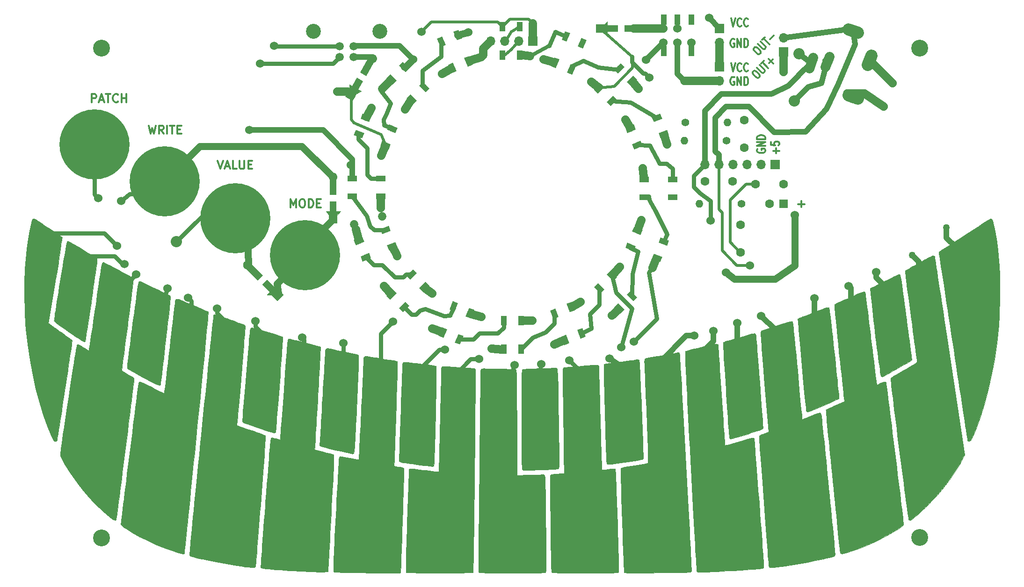
<source format=gtl>
G04 #@! TF.GenerationSoftware,KiCad,Pcbnew,(6.0.0-rc1-dev-1127-g569d4a0f6)*
G04 #@! TF.CreationDate,2018-12-11T03:09:38-08:00*
G04 #@! TF.ProjectId,Stylish-Belt-Synth - Full,5374796c-6973-4682-9d42-656c742d5379,rev?*
G04 #@! TF.SameCoordinates,Original*
G04 #@! TF.FileFunction,Copper,L1,Top*
G04 #@! TF.FilePolarity,Positive*
%FSLAX46Y46*%
G04 Gerber Fmt 4.6, Leading zero omitted, Abs format (unit mm)*
G04 Created by KiCad (PCBNEW (6.0.0-rc1-dev-1127-g569d4a0f6)) date 12/11/2018 3:09:38 AM*
%MOMM*%
%LPD*%
G01*
G04 APERTURE LIST*
G04 #@! TA.AperFunction,NonConductor*
%ADD10C,0.300000*%
G04 #@! TD*
%ADD11C,0.100000*%
G04 #@! TA.AperFunction,EtchedComponent*
%ADD12C,0.010000*%
G04 #@! TD*
G04 #@! TA.AperFunction,ComponentPad*
%ADD13C,1.600000*%
G04 #@! TD*
G04 #@! TA.AperFunction,ComponentPad*
%ADD14R,1.600000X1.600000*%
G04 #@! TD*
G04 #@! TA.AperFunction,ComponentPad*
%ADD15C,2.200000*%
G04 #@! TD*
G04 #@! TA.AperFunction,Conductor*
%ADD16C,2.200000*%
G04 #@! TD*
G04 #@! TA.AperFunction,ComponentPad*
%ADD17C,1.778000*%
G04 #@! TD*
G04 #@! TA.AperFunction,Conductor*
%ADD18C,1.778000*%
G04 #@! TD*
G04 #@! TA.AperFunction,ComponentPad*
%ADD19R,1.700000X1.700000*%
G04 #@! TD*
G04 #@! TA.AperFunction,ComponentPad*
%ADD20O,1.700000X1.700000*%
G04 #@! TD*
G04 #@! TA.AperFunction,SMDPad,CuDef*
%ADD21R,1.270000X3.505200*%
G04 #@! TD*
G04 #@! TA.AperFunction,ComponentPad*
%ADD22O,1.600000X1.600000*%
G04 #@! TD*
G04 #@! TA.AperFunction,ComponentPad*
%ADD23O,1.400000X1.400000*%
G04 #@! TD*
G04 #@! TA.AperFunction,ComponentPad*
%ADD24C,1.400000*%
G04 #@! TD*
G04 #@! TA.AperFunction,BGAPad,CuDef*
%ADD25C,1.524000*%
G04 #@! TD*
G04 #@! TA.AperFunction,BGAPad,CuDef*
%ADD26C,12.700000*%
G04 #@! TD*
G04 #@! TA.AperFunction,SMDPad,CuDef*
%ADD27C,1.000000*%
G04 #@! TD*
G04 #@! TA.AperFunction,Conductor*
%ADD28C,0.100000*%
G04 #@! TD*
G04 #@! TA.AperFunction,SMDPad,CuDef*
%ADD29R,1.651000X1.000000*%
G04 #@! TD*
G04 #@! TA.AperFunction,SMDPad,CuDef*
%ADD30R,1.000000X1.651000*%
G04 #@! TD*
G04 #@! TA.AperFunction,ComponentPad*
%ADD31C,2.700000*%
G04 #@! TD*
G04 #@! TA.AperFunction,ComponentPad*
%ADD32C,1.520000*%
G04 #@! TD*
G04 #@! TA.AperFunction,SMDPad,CuDef*
%ADD33C,1.270000*%
G04 #@! TD*
G04 #@! TA.AperFunction,Conductor*
%ADD34C,1.600000*%
G04 #@! TD*
G04 #@! TA.AperFunction,SMDPad,CuDef*
%ADD35R,3.505200X1.270000*%
G04 #@! TD*
G04 #@! TA.AperFunction,ComponentPad*
%ADD36C,1.524000*%
G04 #@! TD*
G04 #@! TA.AperFunction,SMDPad,CuDef*
%ADD37R,1.099820X1.948180*%
G04 #@! TD*
G04 #@! TA.AperFunction,WasherPad*
%ADD38C,3.049000*%
G04 #@! TD*
G04 #@! TA.AperFunction,ViaPad*
%ADD39C,1.524000*%
G04 #@! TD*
G04 #@! TA.AperFunction,ViaPad*
%ADD40C,2.032000*%
G04 #@! TD*
G04 #@! TA.AperFunction,ViaPad*
%ADD41C,1.270000*%
G04 #@! TD*
G04 #@! TA.AperFunction,Conductor*
%ADD42C,1.016000*%
G04 #@! TD*
G04 #@! TA.AperFunction,Conductor*
%ADD43C,0.508000*%
G04 #@! TD*
G04 #@! TA.AperFunction,Conductor*
%ADD44C,0.762000*%
G04 #@! TD*
G04 #@! TA.AperFunction,Conductor*
%ADD45C,1.524000*%
G04 #@! TD*
G04 #@! TA.AperFunction,Conductor*
%ADD46C,1.270000*%
G04 #@! TD*
G04 #@! TA.AperFunction,Conductor*
%ADD47C,0.381000*%
G04 #@! TD*
G04 #@! TA.AperFunction,Conductor*
%ADD48C,0.635000*%
G04 #@! TD*
G04 APERTURE END LIST*
D10*
X200317171Y-88956342D02*
X201460028Y-88956342D01*
X200888600Y-89527771D02*
X200888600Y-88384914D01*
X188722114Y-59117800D02*
X188607828Y-59046371D01*
X188436400Y-59046371D01*
X188264971Y-59117800D01*
X188150685Y-59260657D01*
X188093542Y-59403514D01*
X188036400Y-59689228D01*
X188036400Y-59903514D01*
X188093542Y-60189228D01*
X188150685Y-60332085D01*
X188264971Y-60474942D01*
X188436400Y-60546371D01*
X188550685Y-60546371D01*
X188722114Y-60474942D01*
X188779257Y-60403514D01*
X188779257Y-59903514D01*
X188550685Y-59903514D01*
X189293542Y-60546371D02*
X189293542Y-59046371D01*
X189979257Y-60546371D01*
X189979257Y-59046371D01*
X190550685Y-60546371D02*
X190550685Y-59046371D01*
X190836400Y-59046371D01*
X191007828Y-59117800D01*
X191122114Y-59260657D01*
X191179257Y-59403514D01*
X191236400Y-59689228D01*
X191236400Y-59903514D01*
X191179257Y-60189228D01*
X191122114Y-60332085D01*
X191007828Y-60474942D01*
X190836400Y-60546371D01*
X190550685Y-60546371D01*
X188138000Y-63440571D02*
X188538000Y-64940571D01*
X188938000Y-63440571D01*
X190023714Y-64797714D02*
X189966571Y-64869142D01*
X189795142Y-64940571D01*
X189680857Y-64940571D01*
X189509428Y-64869142D01*
X189395142Y-64726285D01*
X189338000Y-64583428D01*
X189280857Y-64297714D01*
X189280857Y-64083428D01*
X189338000Y-63797714D01*
X189395142Y-63654857D01*
X189509428Y-63512000D01*
X189680857Y-63440571D01*
X189795142Y-63440571D01*
X189966571Y-63512000D01*
X190023714Y-63583428D01*
X191223714Y-64797714D02*
X191166571Y-64869142D01*
X190995142Y-64940571D01*
X190880857Y-64940571D01*
X190709428Y-64869142D01*
X190595142Y-64726285D01*
X190538000Y-64583428D01*
X190480857Y-64297714D01*
X190480857Y-64083428D01*
X190538000Y-63797714D01*
X190595142Y-63654857D01*
X190709428Y-63512000D01*
X190880857Y-63440571D01*
X190995142Y-63440571D01*
X191166571Y-63512000D01*
X191223714Y-63583428D01*
D11*
G36*
X119100600Y-68148200D02*
X119100600Y-67360800D01*
X121158000Y-68529200D01*
X120446800Y-68935600D01*
X119100600Y-68148200D01*
G37*
X119100600Y-68148200D02*
X119100600Y-67360800D01*
X121158000Y-68529200D01*
X120446800Y-68935600D01*
X119100600Y-68148200D01*
G36*
X165227000Y-56388000D02*
X165735000Y-55880000D01*
X165735000Y-58293000D01*
X165735000Y-58420000D01*
X165227000Y-57912000D01*
X165227000Y-56388000D01*
G37*
X165227000Y-56388000D02*
X165735000Y-55880000D01*
X165735000Y-58293000D01*
X165735000Y-58420000D01*
X165227000Y-57912000D01*
X165227000Y-56388000D01*
G36*
X105029000Y-105410000D02*
X104140000Y-105410000D01*
X106045000Y-103505000D01*
X106045000Y-104394000D01*
X105029000Y-105410000D01*
G37*
X105029000Y-105410000D02*
X104140000Y-105410000D01*
X106045000Y-103505000D01*
X106045000Y-104394000D01*
X105029000Y-105410000D01*
G36*
X115316000Y-90932000D02*
X114808000Y-90297000D01*
X117475000Y-90297000D01*
X116840000Y-90932000D01*
X115316000Y-90932000D01*
G37*
X115316000Y-90932000D02*
X114808000Y-90297000D01*
X117475000Y-90297000D01*
X116840000Y-90932000D01*
X115316000Y-90932000D01*
D10*
X192101354Y-65004169D02*
X192262979Y-64842545D01*
X192394299Y-64812240D01*
X192576126Y-64832443D01*
X192818563Y-64994068D01*
X193172116Y-65347621D01*
X193333740Y-65590058D01*
X193353943Y-65771885D01*
X193323639Y-65903205D01*
X193162014Y-66064829D01*
X193030695Y-66095134D01*
X192848867Y-66074931D01*
X192606431Y-65913307D01*
X192252877Y-65559753D01*
X192091253Y-65317317D01*
X192071050Y-65135489D01*
X192101354Y-65004169D01*
X192828664Y-64276859D02*
X193687294Y-65135489D01*
X193828715Y-65196098D01*
X193919629Y-65206200D01*
X194050949Y-65175895D01*
X194212573Y-65014271D01*
X194242878Y-64882951D01*
X194232776Y-64792037D01*
X194172167Y-64650616D01*
X193313537Y-63791986D01*
X193596380Y-63509143D02*
X194081253Y-63024270D01*
X194899477Y-64327367D02*
X193838817Y-63266707D01*
X195020695Y-63398027D02*
X195667193Y-62751529D01*
X195748005Y-63478839D02*
X194939883Y-62670717D01*
X192279154Y-60711569D02*
X192440779Y-60549945D01*
X192572099Y-60519640D01*
X192753926Y-60539843D01*
X192996363Y-60701468D01*
X193349916Y-61055021D01*
X193511540Y-61297458D01*
X193531743Y-61479285D01*
X193501439Y-61610605D01*
X193339814Y-61772229D01*
X193208495Y-61802534D01*
X193026667Y-61782331D01*
X192784231Y-61620707D01*
X192430677Y-61267153D01*
X192269053Y-61024717D01*
X192248850Y-60842889D01*
X192279154Y-60711569D01*
X193006464Y-59984259D02*
X193865094Y-60842889D01*
X194006515Y-60903498D01*
X194097429Y-60913600D01*
X194228749Y-60883295D01*
X194390373Y-60721671D01*
X194420678Y-60590351D01*
X194410576Y-60499437D01*
X194349967Y-60358016D01*
X193491337Y-59499386D01*
X193774180Y-59216543D02*
X194259053Y-58731670D01*
X195077277Y-60034767D02*
X194016617Y-58974107D01*
X195198495Y-59105427D02*
X195844993Y-58458929D01*
X192925000Y-79019285D02*
X192853571Y-79133571D01*
X192853571Y-79305000D01*
X192925000Y-79476428D01*
X193067857Y-79590714D01*
X193210714Y-79647857D01*
X193496428Y-79705000D01*
X193710714Y-79705000D01*
X193996428Y-79647857D01*
X194139285Y-79590714D01*
X194282142Y-79476428D01*
X194353571Y-79305000D01*
X194353571Y-79190714D01*
X194282142Y-79019285D01*
X194210714Y-78962142D01*
X193710714Y-78962142D01*
X193710714Y-79190714D01*
X194353571Y-78447857D02*
X192853571Y-78447857D01*
X194353571Y-77762142D01*
X192853571Y-77762142D01*
X194353571Y-77190714D02*
X192853571Y-77190714D01*
X192853571Y-76905000D01*
X192925000Y-76733571D01*
X193067857Y-76619285D01*
X193210714Y-76562142D01*
X193496428Y-76505000D01*
X193710714Y-76505000D01*
X193996428Y-76562142D01*
X194139285Y-76619285D01*
X194282142Y-76733571D01*
X194353571Y-76905000D01*
X194353571Y-77190714D01*
X188138000Y-55312571D02*
X188538000Y-56812571D01*
X188938000Y-55312571D01*
X190023714Y-56669714D02*
X189966571Y-56741142D01*
X189795142Y-56812571D01*
X189680857Y-56812571D01*
X189509428Y-56741142D01*
X189395142Y-56598285D01*
X189338000Y-56455428D01*
X189280857Y-56169714D01*
X189280857Y-55955428D01*
X189338000Y-55669714D01*
X189395142Y-55526857D01*
X189509428Y-55384000D01*
X189680857Y-55312571D01*
X189795142Y-55312571D01*
X189966571Y-55384000D01*
X190023714Y-55455428D01*
X191223714Y-56669714D02*
X191166571Y-56741142D01*
X190995142Y-56812571D01*
X190880857Y-56812571D01*
X190709428Y-56741142D01*
X190595142Y-56598285D01*
X190538000Y-56455428D01*
X190480857Y-56169714D01*
X190480857Y-55955428D01*
X190538000Y-55669714D01*
X190595142Y-55526857D01*
X190709428Y-55384000D01*
X190880857Y-55312571D01*
X190995142Y-55312571D01*
X191166571Y-55384000D01*
X191223714Y-55455428D01*
X108410714Y-89578571D02*
X108410714Y-88078571D01*
X108910714Y-89150000D01*
X109410714Y-88078571D01*
X109410714Y-89578571D01*
X110410714Y-88078571D02*
X110696428Y-88078571D01*
X110839285Y-88150000D01*
X110982142Y-88292857D01*
X111053571Y-88578571D01*
X111053571Y-89078571D01*
X110982142Y-89364285D01*
X110839285Y-89507142D01*
X110696428Y-89578571D01*
X110410714Y-89578571D01*
X110267857Y-89507142D01*
X110125000Y-89364285D01*
X110053571Y-89078571D01*
X110053571Y-88578571D01*
X110125000Y-88292857D01*
X110267857Y-88150000D01*
X110410714Y-88078571D01*
X111696428Y-89578571D02*
X111696428Y-88078571D01*
X112053571Y-88078571D01*
X112267857Y-88150000D01*
X112410714Y-88292857D01*
X112482142Y-88435714D01*
X112553571Y-88721428D01*
X112553571Y-88935714D01*
X112482142Y-89221428D01*
X112410714Y-89364285D01*
X112267857Y-89507142D01*
X112053571Y-89578571D01*
X111696428Y-89578571D01*
X113196428Y-88792857D02*
X113696428Y-88792857D01*
X113910714Y-89578571D02*
X113196428Y-89578571D01*
X113196428Y-88078571D01*
X113910714Y-88078571D01*
X95210714Y-81093571D02*
X95710714Y-82593571D01*
X96210714Y-81093571D01*
X96639285Y-82165000D02*
X97353571Y-82165000D01*
X96496428Y-82593571D02*
X96996428Y-81093571D01*
X97496428Y-82593571D01*
X98710714Y-82593571D02*
X97996428Y-82593571D01*
X97996428Y-81093571D01*
X99210714Y-81093571D02*
X99210714Y-82307857D01*
X99282142Y-82450714D01*
X99353571Y-82522142D01*
X99496428Y-82593571D01*
X99782142Y-82593571D01*
X99925000Y-82522142D01*
X99996428Y-82450714D01*
X100067857Y-82307857D01*
X100067857Y-81093571D01*
X100782142Y-81807857D02*
X101282142Y-81807857D01*
X101496428Y-82593571D02*
X100782142Y-82593571D01*
X100782142Y-81093571D01*
X101496428Y-81093571D01*
X82725000Y-74743571D02*
X83082142Y-76243571D01*
X83367857Y-75172142D01*
X83653571Y-76243571D01*
X84010714Y-74743571D01*
X85439285Y-76243571D02*
X84939285Y-75529285D01*
X84582142Y-76243571D02*
X84582142Y-74743571D01*
X85153571Y-74743571D01*
X85296428Y-74815000D01*
X85367857Y-74886428D01*
X85439285Y-75029285D01*
X85439285Y-75243571D01*
X85367857Y-75386428D01*
X85296428Y-75457857D01*
X85153571Y-75529285D01*
X84582142Y-75529285D01*
X86082142Y-76243571D02*
X86082142Y-74743571D01*
X86582142Y-74743571D02*
X87439285Y-74743571D01*
X87010714Y-76243571D02*
X87010714Y-74743571D01*
X87939285Y-75457857D02*
X88439285Y-75457857D01*
X88653571Y-76243571D02*
X87939285Y-76243571D01*
X87939285Y-74743571D01*
X88653571Y-74743571D01*
X72422142Y-70528571D02*
X72422142Y-69028571D01*
X72993571Y-69028571D01*
X73136428Y-69100000D01*
X73207857Y-69171428D01*
X73279285Y-69314285D01*
X73279285Y-69528571D01*
X73207857Y-69671428D01*
X73136428Y-69742857D01*
X72993571Y-69814285D01*
X72422142Y-69814285D01*
X73850714Y-70100000D02*
X74565000Y-70100000D01*
X73707857Y-70528571D02*
X74207857Y-69028571D01*
X74707857Y-70528571D01*
X74993571Y-69028571D02*
X75850714Y-69028571D01*
X75422142Y-70528571D02*
X75422142Y-69028571D01*
X77207857Y-70385714D02*
X77136428Y-70457142D01*
X76922142Y-70528571D01*
X76779285Y-70528571D01*
X76565000Y-70457142D01*
X76422142Y-70314285D01*
X76350714Y-70171428D01*
X76279285Y-69885714D01*
X76279285Y-69671428D01*
X76350714Y-69385714D01*
X76422142Y-69242857D01*
X76565000Y-69100000D01*
X76779285Y-69028571D01*
X76922142Y-69028571D01*
X77136428Y-69100000D01*
X77207857Y-69171428D01*
X77850714Y-70528571D02*
X77850714Y-69028571D01*
X77850714Y-69742857D02*
X78707857Y-69742857D01*
X78707857Y-70528571D02*
X78707857Y-69028571D01*
X196322142Y-79768571D02*
X196322142Y-78854285D01*
X196893571Y-79311428D02*
X195750714Y-79311428D01*
X195393571Y-77711428D02*
X195393571Y-78282857D01*
X196107857Y-78340000D01*
X196036428Y-78282857D01*
X195965000Y-78168571D01*
X195965000Y-77882857D01*
X196036428Y-77768571D01*
X196107857Y-77711428D01*
X196250714Y-77654285D01*
X196607857Y-77654285D01*
X196750714Y-77711428D01*
X196822142Y-77768571D01*
X196893571Y-77882857D01*
X196893571Y-78168571D01*
X196822142Y-78282857D01*
X196750714Y-78340000D01*
X188722114Y-66001200D02*
X188607828Y-65929771D01*
X188436400Y-65929771D01*
X188264971Y-66001200D01*
X188150685Y-66144057D01*
X188093542Y-66286914D01*
X188036400Y-66572628D01*
X188036400Y-66786914D01*
X188093542Y-67072628D01*
X188150685Y-67215485D01*
X188264971Y-67358342D01*
X188436400Y-67429771D01*
X188550685Y-67429771D01*
X188722114Y-67358342D01*
X188779257Y-67286914D01*
X188779257Y-66786914D01*
X188550685Y-66786914D01*
X189293542Y-67429771D02*
X189293542Y-65929771D01*
X189979257Y-67429771D01*
X189979257Y-65929771D01*
X190550685Y-67429771D02*
X190550685Y-65929771D01*
X190836400Y-65929771D01*
X191007828Y-66001200D01*
X191122114Y-66144057D01*
X191179257Y-66286914D01*
X191236400Y-66572628D01*
X191236400Y-66786914D01*
X191179257Y-67072628D01*
X191122114Y-67215485D01*
X191007828Y-67358342D01*
X190836400Y-67429771D01*
X190550685Y-67429771D01*
D12*
G04 #@! TO.C,KB1*
G36*
X68304885Y-95750643D02*
X68538379Y-95879726D01*
X68873124Y-96071951D01*
X69288679Y-96314994D01*
X69764601Y-96596534D01*
X70280449Y-96904246D01*
X70815780Y-97225809D01*
X71350152Y-97548898D01*
X71863123Y-97861190D01*
X72334251Y-98150364D01*
X72743094Y-98404095D01*
X73069210Y-98610061D01*
X73292156Y-98755938D01*
X73391492Y-98829403D01*
X73393713Y-98832105D01*
X73392779Y-98930078D01*
X73368491Y-99180799D01*
X73322973Y-99569610D01*
X73258351Y-100081854D01*
X73176748Y-100702872D01*
X73080288Y-101418007D01*
X72971097Y-102212601D01*
X72851297Y-103071996D01*
X72723015Y-103981535D01*
X72588373Y-104926559D01*
X72449497Y-105892412D01*
X72308511Y-106864434D01*
X72167539Y-107827969D01*
X72028706Y-108768359D01*
X71894136Y-109670945D01*
X71765953Y-110521071D01*
X71646281Y-111304078D01*
X71537246Y-112005308D01*
X71440971Y-112610105D01*
X71359580Y-113103809D01*
X71295199Y-113471764D01*
X71249951Y-113699311D01*
X71228626Y-113770834D01*
X71072826Y-113864723D01*
X70996031Y-113876667D01*
X70887975Y-113830246D01*
X70662316Y-113699856D01*
X70340053Y-113498808D01*
X69942185Y-113240413D01*
X69489710Y-112937981D01*
X69159423Y-112712500D01*
X68361003Y-112162225D01*
X67691349Y-111699021D01*
X67139257Y-111314662D01*
X66693520Y-111000922D01*
X66342934Y-110749574D01*
X66076294Y-110552392D01*
X65882394Y-110401148D01*
X65750029Y-110287618D01*
X65667994Y-110203573D01*
X65625084Y-110140788D01*
X65613231Y-110109000D01*
X65618888Y-109995496D01*
X65650488Y-109730829D01*
X65705575Y-109330000D01*
X65781697Y-108808013D01*
X65876399Y-108179868D01*
X65987228Y-107460567D01*
X66111730Y-106665114D01*
X66247450Y-105808508D01*
X66391936Y-104905754D01*
X66542732Y-103971851D01*
X66697386Y-103021803D01*
X66853443Y-102070612D01*
X67008449Y-101133278D01*
X67159951Y-100224805D01*
X67305494Y-99360193D01*
X67442625Y-98554446D01*
X67568890Y-97822564D01*
X67681835Y-97179551D01*
X67779006Y-96640407D01*
X67857949Y-96220134D01*
X67916210Y-95933736D01*
X67951336Y-95796213D01*
X67955856Y-95787253D01*
X68104944Y-95697852D01*
X68193086Y-95697026D01*
X68304885Y-95750643D01*
X68304885Y-95750643D01*
G37*
X68304885Y-95750643D02*
X68538379Y-95879726D01*
X68873124Y-96071951D01*
X69288679Y-96314994D01*
X69764601Y-96596534D01*
X70280449Y-96904246D01*
X70815780Y-97225809D01*
X71350152Y-97548898D01*
X71863123Y-97861190D01*
X72334251Y-98150364D01*
X72743094Y-98404095D01*
X73069210Y-98610061D01*
X73292156Y-98755938D01*
X73391492Y-98829403D01*
X73393713Y-98832105D01*
X73392779Y-98930078D01*
X73368491Y-99180799D01*
X73322973Y-99569610D01*
X73258351Y-100081854D01*
X73176748Y-100702872D01*
X73080288Y-101418007D01*
X72971097Y-102212601D01*
X72851297Y-103071996D01*
X72723015Y-103981535D01*
X72588373Y-104926559D01*
X72449497Y-105892412D01*
X72308511Y-106864434D01*
X72167539Y-107827969D01*
X72028706Y-108768359D01*
X71894136Y-109670945D01*
X71765953Y-110521071D01*
X71646281Y-111304078D01*
X71537246Y-112005308D01*
X71440971Y-112610105D01*
X71359580Y-113103809D01*
X71295199Y-113471764D01*
X71249951Y-113699311D01*
X71228626Y-113770834D01*
X71072826Y-113864723D01*
X70996031Y-113876667D01*
X70887975Y-113830246D01*
X70662316Y-113699856D01*
X70340053Y-113498808D01*
X69942185Y-113240413D01*
X69489710Y-112937981D01*
X69159423Y-112712500D01*
X68361003Y-112162225D01*
X67691349Y-111699021D01*
X67139257Y-111314662D01*
X66693520Y-111000922D01*
X66342934Y-110749574D01*
X66076294Y-110552392D01*
X65882394Y-110401148D01*
X65750029Y-110287618D01*
X65667994Y-110203573D01*
X65625084Y-110140788D01*
X65613231Y-110109000D01*
X65618888Y-109995496D01*
X65650488Y-109730829D01*
X65705575Y-109330000D01*
X65781697Y-108808013D01*
X65876399Y-108179868D01*
X65987228Y-107460567D01*
X66111730Y-106665114D01*
X66247450Y-105808508D01*
X66391936Y-104905754D01*
X66542732Y-103971851D01*
X66697386Y-103021803D01*
X66853443Y-102070612D01*
X67008449Y-101133278D01*
X67159951Y-100224805D01*
X67305494Y-99360193D01*
X67442625Y-98554446D01*
X67568890Y-97822564D01*
X67681835Y-97179551D01*
X67779006Y-96640407D01*
X67857949Y-96220134D01*
X67916210Y-95933736D01*
X67951336Y-95796213D01*
X67955856Y-95787253D01*
X68104944Y-95697852D01*
X68193086Y-95697026D01*
X68304885Y-95750643D01*
G36*
X218699639Y-101792647D02*
X218747565Y-101854000D01*
X218771516Y-101959110D01*
X218815212Y-102217182D01*
X218876687Y-102613644D01*
X218953976Y-103133926D01*
X219045113Y-103763457D01*
X219148132Y-104487665D01*
X219261069Y-105291978D01*
X219381958Y-106161827D01*
X219508833Y-107082640D01*
X219639729Y-108039845D01*
X219772680Y-109018871D01*
X219905721Y-110005148D01*
X220036886Y-110984104D01*
X220164210Y-111941168D01*
X220285727Y-112861769D01*
X220399472Y-113731336D01*
X220503480Y-114535297D01*
X220595784Y-115259081D01*
X220674420Y-115888118D01*
X220737421Y-116407836D01*
X220782823Y-116803664D01*
X220808660Y-117061030D01*
X220812966Y-117165364D01*
X220812921Y-117165503D01*
X220726584Y-117254082D01*
X220518538Y-117407166D01*
X220215134Y-117607083D01*
X219842720Y-117836163D01*
X219603256Y-117976715D01*
X218859405Y-118403654D01*
X218153787Y-118804484D01*
X217500882Y-119171266D01*
X216915171Y-119496064D01*
X216411135Y-119770940D01*
X216003255Y-119987958D01*
X215706011Y-120139181D01*
X215533885Y-120216670D01*
X215500694Y-120225370D01*
X215333964Y-120181243D01*
X215276557Y-120150935D01*
X215245740Y-120055433D01*
X215197920Y-119805987D01*
X215134831Y-119416873D01*
X215058208Y-118902364D01*
X214969786Y-118276736D01*
X214871300Y-117554262D01*
X214764484Y-116749218D01*
X214651073Y-115875878D01*
X214532801Y-114948516D01*
X214411403Y-113981408D01*
X214288615Y-112988828D01*
X214166169Y-111985050D01*
X214045803Y-110984350D01*
X213929248Y-110001001D01*
X213818242Y-109049279D01*
X213714517Y-108143457D01*
X213619810Y-107297812D01*
X213535854Y-106526616D01*
X213464384Y-105844145D01*
X213407135Y-105264674D01*
X213365842Y-104802476D01*
X213342239Y-104471828D01*
X213338061Y-104287002D01*
X213344590Y-104252756D01*
X213455991Y-104179419D01*
X213694757Y-104046492D01*
X214039051Y-103864694D01*
X214467036Y-103644744D01*
X214956875Y-103397360D01*
X215486731Y-103133262D01*
X216034768Y-102863168D01*
X216579147Y-102597798D01*
X217098033Y-102347870D01*
X217569589Y-102124103D01*
X217971976Y-101937217D01*
X218283359Y-101797930D01*
X218481901Y-101716961D01*
X218543326Y-101700890D01*
X218699639Y-101792647D01*
X218699639Y-101792647D01*
G37*
X218699639Y-101792647D02*
X218747565Y-101854000D01*
X218771516Y-101959110D01*
X218815212Y-102217182D01*
X218876687Y-102613644D01*
X218953976Y-103133926D01*
X219045113Y-103763457D01*
X219148132Y-104487665D01*
X219261069Y-105291978D01*
X219381958Y-106161827D01*
X219508833Y-107082640D01*
X219639729Y-108039845D01*
X219772680Y-109018871D01*
X219905721Y-110005148D01*
X220036886Y-110984104D01*
X220164210Y-111941168D01*
X220285727Y-112861769D01*
X220399472Y-113731336D01*
X220503480Y-114535297D01*
X220595784Y-115259081D01*
X220674420Y-115888118D01*
X220737421Y-116407836D01*
X220782823Y-116803664D01*
X220808660Y-117061030D01*
X220812966Y-117165364D01*
X220812921Y-117165503D01*
X220726584Y-117254082D01*
X220518538Y-117407166D01*
X220215134Y-117607083D01*
X219842720Y-117836163D01*
X219603256Y-117976715D01*
X218859405Y-118403654D01*
X218153787Y-118804484D01*
X217500882Y-119171266D01*
X216915171Y-119496064D01*
X216411135Y-119770940D01*
X216003255Y-119987958D01*
X215706011Y-120139181D01*
X215533885Y-120216670D01*
X215500694Y-120225370D01*
X215333964Y-120181243D01*
X215276557Y-120150935D01*
X215245740Y-120055433D01*
X215197920Y-119805987D01*
X215134831Y-119416873D01*
X215058208Y-118902364D01*
X214969786Y-118276736D01*
X214871300Y-117554262D01*
X214764484Y-116749218D01*
X214651073Y-115875878D01*
X214532801Y-114948516D01*
X214411403Y-113981408D01*
X214288615Y-112988828D01*
X214166169Y-111985050D01*
X214045803Y-110984350D01*
X213929248Y-110001001D01*
X213818242Y-109049279D01*
X213714517Y-108143457D01*
X213619810Y-107297812D01*
X213535854Y-106526616D01*
X213464384Y-105844145D01*
X213407135Y-105264674D01*
X213365842Y-104802476D01*
X213342239Y-104471828D01*
X213338061Y-104287002D01*
X213344590Y-104252756D01*
X213455991Y-104179419D01*
X213694757Y-104046492D01*
X214039051Y-103864694D01*
X214467036Y-103644744D01*
X214956875Y-103397360D01*
X215486731Y-103133262D01*
X216034768Y-102863168D01*
X216579147Y-102597798D01*
X217098033Y-102347870D01*
X217569589Y-102124103D01*
X217971976Y-101937217D01*
X218283359Y-101797930D01*
X218481901Y-101716961D01*
X218543326Y-101700890D01*
X218699639Y-101792647D01*
G36*
X81209635Y-102990282D02*
X81441698Y-103090426D01*
X81782034Y-103245043D01*
X82208769Y-103444079D01*
X82700026Y-103677480D01*
X83108187Y-103874138D01*
X83679660Y-104149823D01*
X84245136Y-104420283D01*
X84772510Y-104670336D01*
X85229682Y-104884801D01*
X85584547Y-105048497D01*
X85725000Y-105111617D01*
X86059888Y-105267566D01*
X86346466Y-105415512D01*
X86540641Y-105532087D01*
X86586019Y-105567979D01*
X86608897Y-105599432D01*
X86626305Y-105651023D01*
X86637272Y-105732857D01*
X86640829Y-105855041D01*
X86636004Y-106027681D01*
X86621827Y-106260883D01*
X86597327Y-106564754D01*
X86561533Y-106949399D01*
X86513476Y-107424924D01*
X86452184Y-108001437D01*
X86376687Y-108689042D01*
X86286013Y-109497847D01*
X86179194Y-110437956D01*
X86055258Y-111519477D01*
X85913234Y-112752516D01*
X85810887Y-113638917D01*
X85678509Y-114780663D01*
X85550710Y-115875061D01*
X85428917Y-116910338D01*
X85314555Y-117874722D01*
X85209051Y-118756441D01*
X85113832Y-119543721D01*
X85030322Y-120224791D01*
X84959949Y-120787877D01*
X84904138Y-121221208D01*
X84864316Y-121513011D01*
X84841909Y-121651513D01*
X84839039Y-121661084D01*
X84761110Y-121726169D01*
X84627819Y-121739462D01*
X84424660Y-121695396D01*
X84137127Y-121588401D01*
X83750715Y-121412909D01*
X83250918Y-121163353D01*
X82623231Y-120834162D01*
X82465334Y-120749857D01*
X81514964Y-120239123D01*
X80705253Y-119799658D01*
X80037933Y-119432433D01*
X79514737Y-119138419D01*
X79137396Y-118918589D01*
X78907643Y-118773915D01*
X78829165Y-118709945D01*
X78830701Y-118612659D01*
X78853587Y-118362002D01*
X78895920Y-117972329D01*
X78955795Y-117457998D01*
X79031311Y-116833366D01*
X79120562Y-116112789D01*
X79221647Y-115310625D01*
X79332661Y-114441231D01*
X79451702Y-113518963D01*
X79576865Y-112558179D01*
X79706247Y-111573235D01*
X79837945Y-110578488D01*
X79970056Y-109588295D01*
X80100676Y-108617014D01*
X80227902Y-107679001D01*
X80349830Y-106788614D01*
X80464557Y-105960208D01*
X80570179Y-105208142D01*
X80664794Y-104546771D01*
X80746497Y-103990454D01*
X80813386Y-103553547D01*
X80863556Y-103250406D01*
X80895106Y-103095389D01*
X80901515Y-103078637D01*
X81038383Y-102973100D01*
X81107721Y-102954667D01*
X81209635Y-102990282D01*
X81209635Y-102990282D01*
G37*
X81209635Y-102990282D02*
X81441698Y-103090426D01*
X81782034Y-103245043D01*
X82208769Y-103444079D01*
X82700026Y-103677480D01*
X83108187Y-103874138D01*
X83679660Y-104149823D01*
X84245136Y-104420283D01*
X84772510Y-104670336D01*
X85229682Y-104884801D01*
X85584547Y-105048497D01*
X85725000Y-105111617D01*
X86059888Y-105267566D01*
X86346466Y-105415512D01*
X86540641Y-105532087D01*
X86586019Y-105567979D01*
X86608897Y-105599432D01*
X86626305Y-105651023D01*
X86637272Y-105732857D01*
X86640829Y-105855041D01*
X86636004Y-106027681D01*
X86621827Y-106260883D01*
X86597327Y-106564754D01*
X86561533Y-106949399D01*
X86513476Y-107424924D01*
X86452184Y-108001437D01*
X86376687Y-108689042D01*
X86286013Y-109497847D01*
X86179194Y-110437956D01*
X86055258Y-111519477D01*
X85913234Y-112752516D01*
X85810887Y-113638917D01*
X85678509Y-114780663D01*
X85550710Y-115875061D01*
X85428917Y-116910338D01*
X85314555Y-117874722D01*
X85209051Y-118756441D01*
X85113832Y-119543721D01*
X85030322Y-120224791D01*
X84959949Y-120787877D01*
X84904138Y-121221208D01*
X84864316Y-121513011D01*
X84841909Y-121651513D01*
X84839039Y-121661084D01*
X84761110Y-121726169D01*
X84627819Y-121739462D01*
X84424660Y-121695396D01*
X84137127Y-121588401D01*
X83750715Y-121412909D01*
X83250918Y-121163353D01*
X82623231Y-120834162D01*
X82465334Y-120749857D01*
X81514964Y-120239123D01*
X80705253Y-119799658D01*
X80037933Y-119432433D01*
X79514737Y-119138419D01*
X79137396Y-118918589D01*
X78907643Y-118773915D01*
X78829165Y-118709945D01*
X78830701Y-118612659D01*
X78853587Y-118362002D01*
X78895920Y-117972329D01*
X78955795Y-117457998D01*
X79031311Y-116833366D01*
X79120562Y-116112789D01*
X79221647Y-115310625D01*
X79332661Y-114441231D01*
X79451702Y-113518963D01*
X79576865Y-112558179D01*
X79706247Y-111573235D01*
X79837945Y-110578488D01*
X79970056Y-109588295D01*
X80100676Y-108617014D01*
X80227902Y-107679001D01*
X80349830Y-106788614D01*
X80464557Y-105960208D01*
X80570179Y-105208142D01*
X80664794Y-104546771D01*
X80746497Y-103990454D01*
X80813386Y-103553547D01*
X80863556Y-103250406D01*
X80895106Y-103095389D01*
X80901515Y-103078637D01*
X81038383Y-102973100D01*
X81107721Y-102954667D01*
X81209635Y-102990282D01*
G36*
X205792625Y-107682829D02*
X205832949Y-107710330D01*
X205859814Y-107773761D01*
X205893429Y-107921562D01*
X205934726Y-108161397D01*
X205984633Y-108500929D01*
X206044082Y-108947822D01*
X206114002Y-109509740D01*
X206195325Y-110194346D01*
X206288980Y-111009303D01*
X206395899Y-111962274D01*
X206517010Y-113060925D01*
X206653245Y-114312917D01*
X206801618Y-115689440D01*
X206923958Y-116832232D01*
X207040972Y-117932138D01*
X207151389Y-118976822D01*
X207253938Y-119953947D01*
X207347348Y-120851178D01*
X207430349Y-121656179D01*
X207501670Y-122356612D01*
X207560040Y-122940143D01*
X207604188Y-123394435D01*
X207632844Y-123707151D01*
X207644737Y-123865956D01*
X207645000Y-123876769D01*
X207645000Y-124210275D01*
X206988834Y-124511604D01*
X206424805Y-124767224D01*
X205820541Y-125035127D01*
X205196996Y-125306588D01*
X204575126Y-125572882D01*
X203975886Y-125825285D01*
X203420232Y-126055072D01*
X202929118Y-126253518D01*
X202523501Y-126411899D01*
X202224335Y-126521489D01*
X202052577Y-126573564D01*
X202028910Y-126576667D01*
X201849793Y-126552057D01*
X201769643Y-126506525D01*
X201753947Y-126410933D01*
X201724516Y-126160643D01*
X201682643Y-125769623D01*
X201629622Y-125251839D01*
X201566747Y-124621259D01*
X201495310Y-123891849D01*
X201416605Y-123077577D01*
X201331926Y-122192410D01*
X201242567Y-121250315D01*
X201149820Y-120265260D01*
X201054979Y-119251211D01*
X200959339Y-118222136D01*
X200864191Y-117192001D01*
X200770830Y-116174775D01*
X200680550Y-115184423D01*
X200594643Y-114234914D01*
X200514404Y-113340214D01*
X200441125Y-112514291D01*
X200376101Y-111771112D01*
X200320625Y-111124643D01*
X200275989Y-110588853D01*
X200243489Y-110177707D01*
X200224417Y-109905174D01*
X200220066Y-109785221D01*
X200220725Y-109781347D01*
X200315143Y-109703016D01*
X200528079Y-109592340D01*
X200817439Y-109470623D01*
X200884253Y-109445551D01*
X201135459Y-109351567D01*
X201515044Y-109207338D01*
X201993626Y-109024137D01*
X202541820Y-108813236D01*
X203130242Y-108585908D01*
X203607165Y-108400971D01*
X204244848Y-108154510D01*
X204743625Y-107965442D01*
X205121745Y-107828106D01*
X205397456Y-107736839D01*
X205589007Y-107685979D01*
X205714647Y-107669863D01*
X205792625Y-107682829D01*
X205792625Y-107682829D01*
G37*
X205792625Y-107682829D02*
X205832949Y-107710330D01*
X205859814Y-107773761D01*
X205893429Y-107921562D01*
X205934726Y-108161397D01*
X205984633Y-108500929D01*
X206044082Y-108947822D01*
X206114002Y-109509740D01*
X206195325Y-110194346D01*
X206288980Y-111009303D01*
X206395899Y-111962274D01*
X206517010Y-113060925D01*
X206653245Y-114312917D01*
X206801618Y-115689440D01*
X206923958Y-116832232D01*
X207040972Y-117932138D01*
X207151389Y-118976822D01*
X207253938Y-119953947D01*
X207347348Y-120851178D01*
X207430349Y-121656179D01*
X207501670Y-122356612D01*
X207560040Y-122940143D01*
X207604188Y-123394435D01*
X207632844Y-123707151D01*
X207644737Y-123865956D01*
X207645000Y-123876769D01*
X207645000Y-124210275D01*
X206988834Y-124511604D01*
X206424805Y-124767224D01*
X205820541Y-125035127D01*
X205196996Y-125306588D01*
X204575126Y-125572882D01*
X203975886Y-125825285D01*
X203420232Y-126055072D01*
X202929118Y-126253518D01*
X202523501Y-126411899D01*
X202224335Y-126521489D01*
X202052577Y-126573564D01*
X202028910Y-126576667D01*
X201849793Y-126552057D01*
X201769643Y-126506525D01*
X201753947Y-126410933D01*
X201724516Y-126160643D01*
X201682643Y-125769623D01*
X201629622Y-125251839D01*
X201566747Y-124621259D01*
X201495310Y-123891849D01*
X201416605Y-123077577D01*
X201331926Y-122192410D01*
X201242567Y-121250315D01*
X201149820Y-120265260D01*
X201054979Y-119251211D01*
X200959339Y-118222136D01*
X200864191Y-117192001D01*
X200770830Y-116174775D01*
X200680550Y-115184423D01*
X200594643Y-114234914D01*
X200514404Y-113340214D01*
X200441125Y-112514291D01*
X200376101Y-111771112D01*
X200320625Y-111124643D01*
X200275989Y-110588853D01*
X200243489Y-110177707D01*
X200224417Y-109905174D01*
X200220066Y-109785221D01*
X200220725Y-109781347D01*
X200315143Y-109703016D01*
X200528079Y-109592340D01*
X200817439Y-109470623D01*
X200884253Y-109445551D01*
X201135459Y-109351567D01*
X201515044Y-109207338D01*
X201993626Y-109024137D01*
X202541820Y-108813236D01*
X203130242Y-108585908D01*
X203607165Y-108400971D01*
X204244848Y-108154510D01*
X204743625Y-107965442D01*
X205121745Y-107828106D01*
X205397456Y-107736839D01*
X205589007Y-107685979D01*
X205714647Y-107669863D01*
X205792625Y-107682829D01*
G36*
X101472354Y-111372521D02*
X101720212Y-111434257D01*
X102082501Y-111531907D01*
X102535523Y-111658498D01*
X103055581Y-111807056D01*
X103618977Y-111970607D01*
X104202015Y-112142178D01*
X104780995Y-112314795D01*
X105332221Y-112481485D01*
X105831995Y-112635274D01*
X106256620Y-112769189D01*
X106582397Y-112876256D01*
X106785631Y-112949502D01*
X106785834Y-112949583D01*
X106941957Y-113083452D01*
X106977746Y-113261018D01*
X106972030Y-113435898D01*
X106954424Y-113758692D01*
X106925977Y-114215565D01*
X106887741Y-114792684D01*
X106840765Y-115476213D01*
X106786100Y-116252318D01*
X106724796Y-117107163D01*
X106657904Y-118026915D01*
X106586474Y-118997739D01*
X106511556Y-120005799D01*
X106434202Y-121037261D01*
X106355460Y-122078291D01*
X106276382Y-123115054D01*
X106198018Y-124133714D01*
X106121418Y-125120438D01*
X106047633Y-126061390D01*
X105977713Y-126942737D01*
X105912709Y-127750642D01*
X105853670Y-128471272D01*
X105801648Y-129090792D01*
X105757692Y-129595367D01*
X105722853Y-129971163D01*
X105698182Y-130204344D01*
X105685542Y-130280834D01*
X105619229Y-130336935D01*
X105518735Y-130365136D01*
X105366998Y-130361331D01*
X105146955Y-130321417D01*
X104841544Y-130241292D01*
X104433701Y-130116850D01*
X103906363Y-129943990D01*
X103242469Y-129718606D01*
X102997000Y-129634239D01*
X102192696Y-129356852D01*
X101533755Y-129128343D01*
X101005263Y-128942959D01*
X100592305Y-128794947D01*
X100279967Y-128678551D01*
X100053333Y-128588018D01*
X99897489Y-128517593D01*
X99797521Y-128461524D01*
X99738514Y-128414054D01*
X99705553Y-128369431D01*
X99702171Y-128363088D01*
X99699728Y-128262007D01*
X99711289Y-128006240D01*
X99735674Y-127609752D01*
X99771707Y-127086510D01*
X99818207Y-126450479D01*
X99873997Y-125715624D01*
X99937897Y-124895911D01*
X100008730Y-124005306D01*
X100085316Y-123057773D01*
X100166477Y-122067279D01*
X100251035Y-121047789D01*
X100337810Y-120013269D01*
X100425624Y-118977684D01*
X100513300Y-117954999D01*
X100599657Y-116959181D01*
X100683517Y-116004194D01*
X100763703Y-115104004D01*
X100839034Y-114272578D01*
X100908334Y-113523880D01*
X100970422Y-112871875D01*
X101024121Y-112330530D01*
X101068252Y-111913810D01*
X101101636Y-111635681D01*
X101123095Y-111510108D01*
X101124787Y-111506000D01*
X101260659Y-111387524D01*
X101362624Y-111353673D01*
X101472354Y-111372521D01*
X101472354Y-111372521D01*
G37*
X101472354Y-111372521D02*
X101720212Y-111434257D01*
X102082501Y-111531907D01*
X102535523Y-111658498D01*
X103055581Y-111807056D01*
X103618977Y-111970607D01*
X104202015Y-112142178D01*
X104780995Y-112314795D01*
X105332221Y-112481485D01*
X105831995Y-112635274D01*
X106256620Y-112769189D01*
X106582397Y-112876256D01*
X106785631Y-112949502D01*
X106785834Y-112949583D01*
X106941957Y-113083452D01*
X106977746Y-113261018D01*
X106972030Y-113435898D01*
X106954424Y-113758692D01*
X106925977Y-114215565D01*
X106887741Y-114792684D01*
X106840765Y-115476213D01*
X106786100Y-116252318D01*
X106724796Y-117107163D01*
X106657904Y-118026915D01*
X106586474Y-118997739D01*
X106511556Y-120005799D01*
X106434202Y-121037261D01*
X106355460Y-122078291D01*
X106276382Y-123115054D01*
X106198018Y-124133714D01*
X106121418Y-125120438D01*
X106047633Y-126061390D01*
X105977713Y-126942737D01*
X105912709Y-127750642D01*
X105853670Y-128471272D01*
X105801648Y-129090792D01*
X105757692Y-129595367D01*
X105722853Y-129971163D01*
X105698182Y-130204344D01*
X105685542Y-130280834D01*
X105619229Y-130336935D01*
X105518735Y-130365136D01*
X105366998Y-130361331D01*
X105146955Y-130321417D01*
X104841544Y-130241292D01*
X104433701Y-130116850D01*
X103906363Y-129943990D01*
X103242469Y-129718606D01*
X102997000Y-129634239D01*
X102192696Y-129356852D01*
X101533755Y-129128343D01*
X101005263Y-128942959D01*
X100592305Y-128794947D01*
X100279967Y-128678551D01*
X100053333Y-128588018D01*
X99897489Y-128517593D01*
X99797521Y-128461524D01*
X99738514Y-128414054D01*
X99705553Y-128369431D01*
X99702171Y-128363088D01*
X99699728Y-128262007D01*
X99711289Y-128006240D01*
X99735674Y-127609752D01*
X99771707Y-127086510D01*
X99818207Y-126450479D01*
X99873997Y-125715624D01*
X99937897Y-124895911D01*
X100008730Y-124005306D01*
X100085316Y-123057773D01*
X100166477Y-122067279D01*
X100251035Y-121047789D01*
X100337810Y-120013269D01*
X100425624Y-118977684D01*
X100513300Y-117954999D01*
X100599657Y-116959181D01*
X100683517Y-116004194D01*
X100763703Y-115104004D01*
X100839034Y-114272578D01*
X100908334Y-113523880D01*
X100970422Y-112871875D01*
X101024121Y-112330530D01*
X101068252Y-111913810D01*
X101101636Y-111635681D01*
X101123095Y-111510108D01*
X101124787Y-111506000D01*
X101260659Y-111387524D01*
X101362624Y-111353673D01*
X101472354Y-111372521D01*
G36*
X192411227Y-112396976D02*
X192558793Y-112514871D01*
X192613122Y-112633477D01*
X192625166Y-112742433D01*
X192649428Y-113008491D01*
X192684950Y-113419931D01*
X192730778Y-113965035D01*
X192785954Y-114632084D01*
X192849524Y-115409358D01*
X192920530Y-116285141D01*
X192998017Y-117247711D01*
X193081028Y-118285351D01*
X193168608Y-119386342D01*
X193259799Y-120538965D01*
X193307408Y-121143139D01*
X193428055Y-122686178D01*
X193534115Y-124064013D01*
X193625823Y-125280122D01*
X193703414Y-126337985D01*
X193767121Y-127241080D01*
X193817180Y-127992888D01*
X193853824Y-128596886D01*
X193877288Y-129056555D01*
X193887806Y-129375372D01*
X193885613Y-129556817D01*
X193877327Y-129602992D01*
X193746520Y-129715898D01*
X193526555Y-129829630D01*
X193458404Y-129855777D01*
X193143968Y-129962869D01*
X192727081Y-130099187D01*
X192231348Y-130257534D01*
X191680373Y-130430714D01*
X191097763Y-130611529D01*
X190507121Y-130792784D01*
X189932053Y-130967282D01*
X189396164Y-131127826D01*
X188923059Y-131267219D01*
X188536344Y-131378265D01*
X188259623Y-131453768D01*
X188116502Y-131486531D01*
X188106837Y-131487334D01*
X187914066Y-131411420D01*
X187838314Y-131296834D01*
X187822321Y-131187245D01*
X187796393Y-130920280D01*
X187761374Y-130507552D01*
X187718108Y-129960673D01*
X187667441Y-129291257D01*
X187610217Y-128510918D01*
X187547280Y-127631269D01*
X187479475Y-126663922D01*
X187407647Y-125620491D01*
X187332640Y-124512589D01*
X187255298Y-123351830D01*
X187205822Y-122599665D01*
X187112258Y-121164175D01*
X187030045Y-119889056D01*
X186958736Y-118765757D01*
X186897883Y-117785729D01*
X186847040Y-116940421D01*
X186805758Y-116221281D01*
X186773591Y-115619761D01*
X186750091Y-115127308D01*
X186734810Y-114735373D01*
X186727301Y-114435405D01*
X186727118Y-114218854D01*
X186733811Y-114077168D01*
X186746935Y-114001798D01*
X186755167Y-113986881D01*
X186867220Y-113932105D01*
X187115661Y-113843077D01*
X187473096Y-113728557D01*
X187912133Y-113597308D01*
X188405380Y-113458091D01*
X188426641Y-113452264D01*
X189020254Y-113287984D01*
X189655006Y-113109297D01*
X190274957Y-112932145D01*
X190824167Y-112772472D01*
X191120257Y-112684547D01*
X191543290Y-112564334D01*
X191918669Y-112470594D01*
X192211732Y-112411049D01*
X192387819Y-112393418D01*
X192411227Y-112396976D01*
X192411227Y-112396976D01*
G37*
X192411227Y-112396976D02*
X192558793Y-112514871D01*
X192613122Y-112633477D01*
X192625166Y-112742433D01*
X192649428Y-113008491D01*
X192684950Y-113419931D01*
X192730778Y-113965035D01*
X192785954Y-114632084D01*
X192849524Y-115409358D01*
X192920530Y-116285141D01*
X192998017Y-117247711D01*
X193081028Y-118285351D01*
X193168608Y-119386342D01*
X193259799Y-120538965D01*
X193307408Y-121143139D01*
X193428055Y-122686178D01*
X193534115Y-124064013D01*
X193625823Y-125280122D01*
X193703414Y-126337985D01*
X193767121Y-127241080D01*
X193817180Y-127992888D01*
X193853824Y-128596886D01*
X193877288Y-129056555D01*
X193887806Y-129375372D01*
X193885613Y-129556817D01*
X193877327Y-129602992D01*
X193746520Y-129715898D01*
X193526555Y-129829630D01*
X193458404Y-129855777D01*
X193143968Y-129962869D01*
X192727081Y-130099187D01*
X192231348Y-130257534D01*
X191680373Y-130430714D01*
X191097763Y-130611529D01*
X190507121Y-130792784D01*
X189932053Y-130967282D01*
X189396164Y-131127826D01*
X188923059Y-131267219D01*
X188536344Y-131378265D01*
X188259623Y-131453768D01*
X188116502Y-131486531D01*
X188106837Y-131487334D01*
X187914066Y-131411420D01*
X187838314Y-131296834D01*
X187822321Y-131187245D01*
X187796393Y-130920280D01*
X187761374Y-130507552D01*
X187718108Y-129960673D01*
X187667441Y-129291257D01*
X187610217Y-128510918D01*
X187547280Y-127631269D01*
X187479475Y-126663922D01*
X187407647Y-125620491D01*
X187332640Y-124512589D01*
X187255298Y-123351830D01*
X187205822Y-122599665D01*
X187112258Y-121164175D01*
X187030045Y-119889056D01*
X186958736Y-118765757D01*
X186897883Y-117785729D01*
X186847040Y-116940421D01*
X186805758Y-116221281D01*
X186773591Y-115619761D01*
X186750091Y-115127308D01*
X186734810Y-114735373D01*
X186727301Y-114435405D01*
X186727118Y-114218854D01*
X186733811Y-114077168D01*
X186746935Y-114001798D01*
X186755167Y-113986881D01*
X186867220Y-113932105D01*
X187115661Y-113843077D01*
X187473096Y-113728557D01*
X187912133Y-113597308D01*
X188405380Y-113458091D01*
X188426641Y-113452264D01*
X189020254Y-113287984D01*
X189655006Y-113109297D01*
X190274957Y-112932145D01*
X190824167Y-112772472D01*
X191120257Y-112684547D01*
X191543290Y-112564334D01*
X191918669Y-112470594D01*
X192211732Y-112411049D01*
X192387819Y-112393418D01*
X192411227Y-112396976D01*
G36*
X235178903Y-91624106D02*
X235272166Y-91653083D01*
X235352968Y-91724683D01*
X235428399Y-91859256D01*
X235505554Y-92077152D01*
X235591526Y-92398720D01*
X235693406Y-92844311D01*
X235818289Y-93434275D01*
X235830684Y-93494108D01*
X236156881Y-95285511D01*
X236423759Y-97214496D01*
X236628440Y-99258992D01*
X236691602Y-100094731D01*
X236719412Y-100633369D01*
X236739927Y-101315375D01*
X236753448Y-102114953D01*
X236760275Y-103006309D01*
X236760708Y-103963647D01*
X236755048Y-104961172D01*
X236743593Y-105973089D01*
X236726646Y-106973603D01*
X236704504Y-107936918D01*
X236677470Y-108837239D01*
X236645843Y-109648772D01*
X236609923Y-110345720D01*
X236570010Y-110902289D01*
X236565221Y-110955667D01*
X236224661Y-114105320D01*
X235796116Y-117112094D01*
X235279664Y-119975655D01*
X234675379Y-122695670D01*
X233983338Y-125271804D01*
X233203617Y-127703723D01*
X232336292Y-129991092D01*
X232099058Y-130556000D01*
X231927662Y-130947937D01*
X231768549Y-131297684D01*
X231639341Y-131567388D01*
X231557663Y-131719199D01*
X231557032Y-131720167D01*
X231398179Y-131856727D01*
X231195699Y-131910745D01*
X231019137Y-131870955D01*
X230964580Y-131816152D01*
X230947656Y-131726722D01*
X230906900Y-131479466D01*
X230843774Y-131083989D01*
X230759740Y-130549898D01*
X230656262Y-129886801D01*
X230534801Y-129104302D01*
X230396821Y-128212010D01*
X230243784Y-127219530D01*
X230077152Y-126136469D01*
X229898388Y-124972433D01*
X229708955Y-123737030D01*
X229510315Y-122439865D01*
X229303931Y-121090546D01*
X229091265Y-119698678D01*
X228873779Y-118273869D01*
X228652937Y-116825724D01*
X228430201Y-115363851D01*
X228207033Y-113897856D01*
X227984896Y-112437345D01*
X227765253Y-110991925D01*
X227549565Y-109571203D01*
X227339297Y-108184786D01*
X227135909Y-106842278D01*
X226940865Y-105553289D01*
X226755628Y-104327422D01*
X226581659Y-103174287D01*
X226420422Y-102103488D01*
X226273378Y-101124633D01*
X226141991Y-100247327D01*
X226027723Y-99481179D01*
X225932037Y-98835793D01*
X225856394Y-98320777D01*
X225802259Y-97945738D01*
X225771092Y-97720281D01*
X225763667Y-97654701D01*
X225832073Y-97568640D01*
X226016593Y-97421977D01*
X226286182Y-97237882D01*
X226504500Y-97101789D01*
X227211643Y-96670300D01*
X228027574Y-96161845D01*
X228921905Y-95595920D01*
X229864253Y-94992020D01*
X230824232Y-94369642D01*
X231771456Y-93748281D01*
X232675540Y-93147433D01*
X232850639Y-93030008D01*
X233534229Y-92574694D01*
X234088807Y-92214156D01*
X234522321Y-91943594D01*
X234842722Y-91758208D01*
X235057959Y-91653198D01*
X235175980Y-91623763D01*
X235178903Y-91624106D01*
X235178903Y-91624106D01*
G37*
X235178903Y-91624106D02*
X235272166Y-91653083D01*
X235352968Y-91724683D01*
X235428399Y-91859256D01*
X235505554Y-92077152D01*
X235591526Y-92398720D01*
X235693406Y-92844311D01*
X235818289Y-93434275D01*
X235830684Y-93494108D01*
X236156881Y-95285511D01*
X236423759Y-97214496D01*
X236628440Y-99258992D01*
X236691602Y-100094731D01*
X236719412Y-100633369D01*
X236739927Y-101315375D01*
X236753448Y-102114953D01*
X236760275Y-103006309D01*
X236760708Y-103963647D01*
X236755048Y-104961172D01*
X236743593Y-105973089D01*
X236726646Y-106973603D01*
X236704504Y-107936918D01*
X236677470Y-108837239D01*
X236645843Y-109648772D01*
X236609923Y-110345720D01*
X236570010Y-110902289D01*
X236565221Y-110955667D01*
X236224661Y-114105320D01*
X235796116Y-117112094D01*
X235279664Y-119975655D01*
X234675379Y-122695670D01*
X233983338Y-125271804D01*
X233203617Y-127703723D01*
X232336292Y-129991092D01*
X232099058Y-130556000D01*
X231927662Y-130947937D01*
X231768549Y-131297684D01*
X231639341Y-131567388D01*
X231557663Y-131719199D01*
X231557032Y-131720167D01*
X231398179Y-131856727D01*
X231195699Y-131910745D01*
X231019137Y-131870955D01*
X230964580Y-131816152D01*
X230947656Y-131726722D01*
X230906900Y-131479466D01*
X230843774Y-131083989D01*
X230759740Y-130549898D01*
X230656262Y-129886801D01*
X230534801Y-129104302D01*
X230396821Y-128212010D01*
X230243784Y-127219530D01*
X230077152Y-126136469D01*
X229898388Y-124972433D01*
X229708955Y-123737030D01*
X229510315Y-122439865D01*
X229303931Y-121090546D01*
X229091265Y-119698678D01*
X228873779Y-118273869D01*
X228652937Y-116825724D01*
X228430201Y-115363851D01*
X228207033Y-113897856D01*
X227984896Y-112437345D01*
X227765253Y-110991925D01*
X227549565Y-109571203D01*
X227339297Y-108184786D01*
X227135909Y-106842278D01*
X226940865Y-105553289D01*
X226755628Y-104327422D01*
X226581659Y-103174287D01*
X226420422Y-102103488D01*
X226273378Y-101124633D01*
X226141991Y-100247327D01*
X226027723Y-99481179D01*
X225932037Y-98835793D01*
X225856394Y-98320777D01*
X225802259Y-97945738D01*
X225771092Y-97720281D01*
X225763667Y-97654701D01*
X225832073Y-97568640D01*
X226016593Y-97421977D01*
X226286182Y-97237882D01*
X226504500Y-97101789D01*
X227211643Y-96670300D01*
X228027574Y-96161845D01*
X228921905Y-95595920D01*
X229864253Y-94992020D01*
X230824232Y-94369642D01*
X231771456Y-93748281D01*
X232675540Y-93147433D01*
X232850639Y-93030008D01*
X233534229Y-92574694D01*
X234088807Y-92214156D01*
X234522321Y-91943594D01*
X234842722Y-91758208D01*
X235057959Y-91653198D01*
X235175980Y-91623763D01*
X235178903Y-91624106D01*
G36*
X62017587Y-91644607D02*
X62254264Y-91747101D01*
X62575675Y-91930200D01*
X62997669Y-92199597D01*
X63536098Y-92560986D01*
X63724483Y-92689409D01*
X64246313Y-93044241D01*
X64782319Y-93405720D01*
X65295794Y-93749303D01*
X65750034Y-94050448D01*
X66108333Y-94284613D01*
X66161225Y-94318667D01*
X66542949Y-94575881D01*
X66833184Y-94796608D01*
X67010789Y-94963854D01*
X67056434Y-95038334D01*
X67048556Y-95145038D01*
X67014978Y-95406793D01*
X66957560Y-95811575D01*
X66878164Y-96347359D01*
X66778650Y-97002121D01*
X66660879Y-97763837D01*
X66526710Y-98620482D01*
X66378004Y-99560032D01*
X66216622Y-100570462D01*
X66044424Y-101639749D01*
X65863272Y-102755867D01*
X65844669Y-102870000D01*
X64595287Y-110532334D01*
X65571644Y-111239105D01*
X66008315Y-111552734D01*
X66527267Y-111921618D01*
X67071160Y-112305206D01*
X67582653Y-112662946D01*
X67712167Y-112752897D01*
X68190946Y-113093873D01*
X68549596Y-113369051D01*
X68780093Y-113571847D01*
X68874415Y-113695682D01*
X68876334Y-113707908D01*
X68863869Y-113817369D01*
X68827819Y-114079527D01*
X68770195Y-114481156D01*
X68693011Y-115009029D01*
X68598279Y-115649920D01*
X68488013Y-116390604D01*
X68364226Y-117217852D01*
X68228930Y-118118440D01*
X68084138Y-119079140D01*
X67931864Y-120086728D01*
X67774121Y-121127975D01*
X67612921Y-122189656D01*
X67450277Y-123258545D01*
X67288203Y-124321415D01*
X67128711Y-125365040D01*
X66973815Y-126376193D01*
X66825526Y-127341649D01*
X66685859Y-128248181D01*
X66556827Y-129082562D01*
X66440441Y-129831567D01*
X66338716Y-130481969D01*
X66253664Y-131020541D01*
X66187299Y-131434058D01*
X66141632Y-131709293D01*
X66118678Y-131833020D01*
X66116955Y-131838478D01*
X66008658Y-131890188D01*
X65821199Y-131910667D01*
X65692750Y-131898045D01*
X65591261Y-131839758D01*
X65490921Y-131705177D01*
X65365917Y-131463669D01*
X65268247Y-131254500D01*
X64417892Y-129254647D01*
X63637642Y-127107527D01*
X62929296Y-124820818D01*
X62294651Y-122402196D01*
X61735504Y-119859338D01*
X61253653Y-117199923D01*
X60850895Y-114431627D01*
X60529028Y-111562127D01*
X60446483Y-110659334D01*
X60400345Y-110016781D01*
X60359751Y-109234999D01*
X60325092Y-108344012D01*
X60296760Y-107373845D01*
X60275147Y-106354522D01*
X60260644Y-105316069D01*
X60253643Y-104288511D01*
X60254536Y-103301873D01*
X60263714Y-102386179D01*
X60281569Y-101571454D01*
X60308493Y-100887724D01*
X60317022Y-100735199D01*
X60457023Y-98876816D01*
X60647704Y-97086988D01*
X60885795Y-95388137D01*
X61168027Y-93802689D01*
X61491132Y-92353068D01*
X61601205Y-91926834D01*
X61657453Y-91763832D01*
X61735032Y-91658665D01*
X61849793Y-91617026D01*
X62017587Y-91644607D01*
X62017587Y-91644607D01*
G37*
X62017587Y-91644607D02*
X62254264Y-91747101D01*
X62575675Y-91930200D01*
X62997669Y-92199597D01*
X63536098Y-92560986D01*
X63724483Y-92689409D01*
X64246313Y-93044241D01*
X64782319Y-93405720D01*
X65295794Y-93749303D01*
X65750034Y-94050448D01*
X66108333Y-94284613D01*
X66161225Y-94318667D01*
X66542949Y-94575881D01*
X66833184Y-94796608D01*
X67010789Y-94963854D01*
X67056434Y-95038334D01*
X67048556Y-95145038D01*
X67014978Y-95406793D01*
X66957560Y-95811575D01*
X66878164Y-96347359D01*
X66778650Y-97002121D01*
X66660879Y-97763837D01*
X66526710Y-98620482D01*
X66378004Y-99560032D01*
X66216622Y-100570462D01*
X66044424Y-101639749D01*
X65863272Y-102755867D01*
X65844669Y-102870000D01*
X64595287Y-110532334D01*
X65571644Y-111239105D01*
X66008315Y-111552734D01*
X66527267Y-111921618D01*
X67071160Y-112305206D01*
X67582653Y-112662946D01*
X67712167Y-112752897D01*
X68190946Y-113093873D01*
X68549596Y-113369051D01*
X68780093Y-113571847D01*
X68874415Y-113695682D01*
X68876334Y-113707908D01*
X68863869Y-113817369D01*
X68827819Y-114079527D01*
X68770195Y-114481156D01*
X68693011Y-115009029D01*
X68598279Y-115649920D01*
X68488013Y-116390604D01*
X68364226Y-117217852D01*
X68228930Y-118118440D01*
X68084138Y-119079140D01*
X67931864Y-120086728D01*
X67774121Y-121127975D01*
X67612921Y-122189656D01*
X67450277Y-123258545D01*
X67288203Y-124321415D01*
X67128711Y-125365040D01*
X66973815Y-126376193D01*
X66825526Y-127341649D01*
X66685859Y-128248181D01*
X66556827Y-129082562D01*
X66440441Y-129831567D01*
X66338716Y-130481969D01*
X66253664Y-131020541D01*
X66187299Y-131434058D01*
X66141632Y-131709293D01*
X66118678Y-131833020D01*
X66116955Y-131838478D01*
X66008658Y-131890188D01*
X65821199Y-131910667D01*
X65692750Y-131898045D01*
X65591261Y-131839758D01*
X65490921Y-131705177D01*
X65365917Y-131463669D01*
X65268247Y-131254500D01*
X64417892Y-129254647D01*
X63637642Y-127107527D01*
X62929296Y-124820818D01*
X62294651Y-122402196D01*
X61735504Y-119859338D01*
X61253653Y-117199923D01*
X60850895Y-114431627D01*
X60529028Y-111562127D01*
X60446483Y-110659334D01*
X60400345Y-110016781D01*
X60359751Y-109234999D01*
X60325092Y-108344012D01*
X60296760Y-107373845D01*
X60275147Y-106354522D01*
X60260644Y-105316069D01*
X60253643Y-104288511D01*
X60254536Y-103301873D01*
X60263714Y-102386179D01*
X60281569Y-101571454D01*
X60308493Y-100887724D01*
X60317022Y-100735199D01*
X60457023Y-98876816D01*
X60647704Y-97086988D01*
X60885795Y-95388137D01*
X61168027Y-93802689D01*
X61491132Y-92353068D01*
X61601205Y-91926834D01*
X61657453Y-91763832D01*
X61735032Y-91658665D01*
X61849793Y-91617026D01*
X62017587Y-91644607D01*
G36*
X115419730Y-115141020D02*
X115460004Y-115151530D01*
X115636576Y-115193823D01*
X115954080Y-115264345D01*
X116387475Y-115357759D01*
X116911720Y-115468726D01*
X117501775Y-115591910D01*
X118132599Y-115721972D01*
X118225093Y-115740907D01*
X118842519Y-115869449D01*
X119407012Y-115991302D01*
X119896905Y-116101442D01*
X120290528Y-116194847D01*
X120566212Y-116266494D01*
X120702288Y-116311361D01*
X120711400Y-116317200D01*
X120722926Y-116415608D01*
X120725652Y-116669465D01*
X120720229Y-117065150D01*
X120707309Y-117589042D01*
X120687544Y-118227522D01*
X120661585Y-118966967D01*
X120630083Y-119793758D01*
X120593692Y-120694274D01*
X120553061Y-121654894D01*
X120508843Y-122661998D01*
X120461690Y-123701966D01*
X120412252Y-124761175D01*
X120361183Y-125826007D01*
X120309133Y-126882839D01*
X120256753Y-127918053D01*
X120204697Y-128918026D01*
X120153614Y-129869139D01*
X120104158Y-130757770D01*
X120056979Y-131570299D01*
X120012730Y-132293106D01*
X119972061Y-132912570D01*
X119935625Y-133415070D01*
X119904073Y-133786986D01*
X119878057Y-134014696D01*
X119861384Y-134084188D01*
X119789662Y-134143625D01*
X119699835Y-134175441D01*
X119562565Y-134177240D01*
X119348509Y-134146628D01*
X119028328Y-134081212D01*
X118575667Y-133979281D01*
X117498973Y-133731791D01*
X116578868Y-133517767D01*
X115806420Y-133334960D01*
X115172695Y-133181119D01*
X114668760Y-133053995D01*
X114285679Y-132951336D01*
X114014521Y-132870894D01*
X113846351Y-132810417D01*
X113774393Y-132769965D01*
X113696081Y-132610256D01*
X113690701Y-132339832D01*
X113699205Y-132258199D01*
X113710702Y-132119099D01*
X113731131Y-131823196D01*
X113759749Y-131382745D01*
X113795811Y-130810001D01*
X113838573Y-130117218D01*
X113887291Y-129316650D01*
X113941221Y-128420551D01*
X113999618Y-127441176D01*
X114061739Y-126390780D01*
X114126840Y-125281616D01*
X114194176Y-124125939D01*
X114218987Y-123698000D01*
X114286663Y-122533802D01*
X114352198Y-121415377D01*
X114414867Y-120354588D01*
X114473948Y-119363294D01*
X114528716Y-118453356D01*
X114578447Y-117636634D01*
X114622417Y-116924990D01*
X114659901Y-116330283D01*
X114690176Y-115864374D01*
X114712518Y-115539123D01*
X114726202Y-115366392D01*
X114729060Y-115342810D01*
X114837187Y-115160762D01*
X115066814Y-115093655D01*
X115419730Y-115141020D01*
X115419730Y-115141020D01*
G37*
X115419730Y-115141020D02*
X115460004Y-115151530D01*
X115636576Y-115193823D01*
X115954080Y-115264345D01*
X116387475Y-115357759D01*
X116911720Y-115468726D01*
X117501775Y-115591910D01*
X118132599Y-115721972D01*
X118225093Y-115740907D01*
X118842519Y-115869449D01*
X119407012Y-115991302D01*
X119896905Y-116101442D01*
X120290528Y-116194847D01*
X120566212Y-116266494D01*
X120702288Y-116311361D01*
X120711400Y-116317200D01*
X120722926Y-116415608D01*
X120725652Y-116669465D01*
X120720229Y-117065150D01*
X120707309Y-117589042D01*
X120687544Y-118227522D01*
X120661585Y-118966967D01*
X120630083Y-119793758D01*
X120593692Y-120694274D01*
X120553061Y-121654894D01*
X120508843Y-122661998D01*
X120461690Y-123701966D01*
X120412252Y-124761175D01*
X120361183Y-125826007D01*
X120309133Y-126882839D01*
X120256753Y-127918053D01*
X120204697Y-128918026D01*
X120153614Y-129869139D01*
X120104158Y-130757770D01*
X120056979Y-131570299D01*
X120012730Y-132293106D01*
X119972061Y-132912570D01*
X119935625Y-133415070D01*
X119904073Y-133786986D01*
X119878057Y-134014696D01*
X119861384Y-134084188D01*
X119789662Y-134143625D01*
X119699835Y-134175441D01*
X119562565Y-134177240D01*
X119348509Y-134146628D01*
X119028328Y-134081212D01*
X118575667Y-133979281D01*
X117498973Y-133731791D01*
X116578868Y-133517767D01*
X115806420Y-133334960D01*
X115172695Y-133181119D01*
X114668760Y-133053995D01*
X114285679Y-132951336D01*
X114014521Y-132870894D01*
X113846351Y-132810417D01*
X113774393Y-132769965D01*
X113696081Y-132610256D01*
X113690701Y-132339832D01*
X113699205Y-132258199D01*
X113710702Y-132119099D01*
X113731131Y-131823196D01*
X113759749Y-131382745D01*
X113795811Y-130810001D01*
X113838573Y-130117218D01*
X113887291Y-129316650D01*
X113941221Y-128420551D01*
X113999618Y-127441176D01*
X114061739Y-126390780D01*
X114126840Y-125281616D01*
X114194176Y-124125939D01*
X114218987Y-123698000D01*
X114286663Y-122533802D01*
X114352198Y-121415377D01*
X114414867Y-120354588D01*
X114473948Y-119363294D01*
X114528716Y-118453356D01*
X114578447Y-117636634D01*
X114622417Y-116924990D01*
X114659901Y-116330283D01*
X114690176Y-115864374D01*
X114712518Y-115539123D01*
X114726202Y-115366392D01*
X114729060Y-115342810D01*
X114837187Y-115160762D01*
X115066814Y-115093655D01*
X115419730Y-115141020D01*
G36*
X171314000Y-117142415D02*
X171425885Y-117196058D01*
X171450013Y-117225491D01*
X171472631Y-117282374D01*
X171494280Y-117376333D01*
X171515500Y-117516998D01*
X171536834Y-117713995D01*
X171558821Y-117976954D01*
X171582004Y-118315501D01*
X171606922Y-118739265D01*
X171634118Y-119257874D01*
X171664132Y-119880954D01*
X171697505Y-120618136D01*
X171734778Y-121479045D01*
X171776492Y-122473311D01*
X171823188Y-123610560D01*
X171875408Y-124900422D01*
X171916968Y-125934950D01*
X171964708Y-127135130D01*
X172010007Y-128291659D01*
X172052441Y-129392793D01*
X172091591Y-130426788D01*
X172127034Y-131381899D01*
X172158349Y-132246380D01*
X172185115Y-133008488D01*
X172206911Y-133656476D01*
X172223315Y-134178601D01*
X172233906Y-134563118D01*
X172238262Y-134798282D01*
X172237416Y-134867284D01*
X172216009Y-135034071D01*
X172160137Y-135134258D01*
X172029465Y-135197884D01*
X171783655Y-135254988D01*
X171692401Y-135273167D01*
X171471804Y-135312149D01*
X171110975Y-135370364D01*
X170637390Y-135443629D01*
X170078523Y-135527759D01*
X169461849Y-135618569D01*
X168814841Y-135711875D01*
X168771401Y-135718067D01*
X168140370Y-135808153D01*
X167553125Y-135892364D01*
X167033747Y-135967218D01*
X166606314Y-136029232D01*
X166294906Y-136074924D01*
X166123604Y-136100811D01*
X166111887Y-136102704D01*
X165875586Y-136099544D01*
X165705712Y-136037009D01*
X165681690Y-136010258D01*
X165659646Y-135960413D01*
X165639161Y-135877911D01*
X165619817Y-135753191D01*
X165601195Y-135576691D01*
X165582876Y-135338849D01*
X165564442Y-135030102D01*
X165545474Y-134640890D01*
X165525553Y-134161649D01*
X165504261Y-133582819D01*
X165481179Y-132894837D01*
X165455887Y-132088141D01*
X165427968Y-131153170D01*
X165397003Y-130080361D01*
X165362572Y-128860153D01*
X165324258Y-127482984D01*
X165312451Y-127056139D01*
X165279403Y-125843251D01*
X165248543Y-124677025D01*
X165220119Y-123568730D01*
X165194381Y-122529637D01*
X165171576Y-121571016D01*
X165151954Y-120704137D01*
X165135762Y-119940270D01*
X165123249Y-119290684D01*
X165114664Y-118766650D01*
X165110255Y-118379439D01*
X165110271Y-118140319D01*
X165114132Y-118061371D01*
X165165205Y-117984892D01*
X165271032Y-117928295D01*
X165463312Y-117882969D01*
X165773743Y-117840304D01*
X166031334Y-117812253D01*
X166294201Y-117782432D01*
X166674238Y-117735854D01*
X167145039Y-117676068D01*
X167680198Y-117606619D01*
X168253310Y-117531055D01*
X168837971Y-117452923D01*
X169407775Y-117375770D01*
X169936316Y-117303143D01*
X170397191Y-117238589D01*
X170763993Y-117185655D01*
X171010317Y-117147888D01*
X171102792Y-117131002D01*
X171314000Y-117142415D01*
X171314000Y-117142415D01*
G37*
X171314000Y-117142415D02*
X171425885Y-117196058D01*
X171450013Y-117225491D01*
X171472631Y-117282374D01*
X171494280Y-117376333D01*
X171515500Y-117516998D01*
X171536834Y-117713995D01*
X171558821Y-117976954D01*
X171582004Y-118315501D01*
X171606922Y-118739265D01*
X171634118Y-119257874D01*
X171664132Y-119880954D01*
X171697505Y-120618136D01*
X171734778Y-121479045D01*
X171776492Y-122473311D01*
X171823188Y-123610560D01*
X171875408Y-124900422D01*
X171916968Y-125934950D01*
X171964708Y-127135130D01*
X172010007Y-128291659D01*
X172052441Y-129392793D01*
X172091591Y-130426788D01*
X172127034Y-131381899D01*
X172158349Y-132246380D01*
X172185115Y-133008488D01*
X172206911Y-133656476D01*
X172223315Y-134178601D01*
X172233906Y-134563118D01*
X172238262Y-134798282D01*
X172237416Y-134867284D01*
X172216009Y-135034071D01*
X172160137Y-135134258D01*
X172029465Y-135197884D01*
X171783655Y-135254988D01*
X171692401Y-135273167D01*
X171471804Y-135312149D01*
X171110975Y-135370364D01*
X170637390Y-135443629D01*
X170078523Y-135527759D01*
X169461849Y-135618569D01*
X168814841Y-135711875D01*
X168771401Y-135718067D01*
X168140370Y-135808153D01*
X167553125Y-135892364D01*
X167033747Y-135967218D01*
X166606314Y-136029232D01*
X166294906Y-136074924D01*
X166123604Y-136100811D01*
X166111887Y-136102704D01*
X165875586Y-136099544D01*
X165705712Y-136037009D01*
X165681690Y-136010258D01*
X165659646Y-135960413D01*
X165639161Y-135877911D01*
X165619817Y-135753191D01*
X165601195Y-135576691D01*
X165582876Y-135338849D01*
X165564442Y-135030102D01*
X165545474Y-134640890D01*
X165525553Y-134161649D01*
X165504261Y-133582819D01*
X165481179Y-132894837D01*
X165455887Y-132088141D01*
X165427968Y-131153170D01*
X165397003Y-130080361D01*
X165362572Y-128860153D01*
X165324258Y-127482984D01*
X165312451Y-127056139D01*
X165279403Y-125843251D01*
X165248543Y-124677025D01*
X165220119Y-123568730D01*
X165194381Y-122529637D01*
X165171576Y-121571016D01*
X165151954Y-120704137D01*
X165135762Y-119940270D01*
X165123249Y-119290684D01*
X165114664Y-118766650D01*
X165110255Y-118379439D01*
X165110271Y-118140319D01*
X165114132Y-118061371D01*
X165165205Y-117984892D01*
X165271032Y-117928295D01*
X165463312Y-117882969D01*
X165773743Y-117840304D01*
X166031334Y-117812253D01*
X166294201Y-117782432D01*
X166674238Y-117735854D01*
X167145039Y-117676068D01*
X167680198Y-117606619D01*
X168253310Y-117531055D01*
X168837971Y-117452923D01*
X169407775Y-117375770D01*
X169936316Y-117303143D01*
X170397191Y-117238589D01*
X170763993Y-117185655D01*
X171010317Y-117147888D01*
X171102792Y-117131002D01*
X171314000Y-117142415D01*
G36*
X129379704Y-117617379D02*
X129738417Y-117651060D01*
X130005667Y-117684963D01*
X130248670Y-117716905D01*
X130628068Y-117762791D01*
X131111843Y-117818935D01*
X131667977Y-117881652D01*
X132264452Y-117947258D01*
X132587454Y-117982096D01*
X133258177Y-118057887D01*
X133820709Y-118129605D01*
X134260605Y-118195061D01*
X134563422Y-118252066D01*
X134714715Y-118298431D01*
X134725406Y-118306120D01*
X134740894Y-118406553D01*
X134751428Y-118662685D01*
X134757311Y-119060965D01*
X134758846Y-119587841D01*
X134756334Y-120229762D01*
X134750078Y-120973175D01*
X134740379Y-121804529D01*
X134727542Y-122710272D01*
X134711867Y-123676852D01*
X134693657Y-124690717D01*
X134673214Y-125738316D01*
X134650840Y-126806095D01*
X134626838Y-127880505D01*
X134601511Y-128947992D01*
X134575159Y-129995005D01*
X134548086Y-131007993D01*
X134520594Y-131973402D01*
X134492985Y-132877682D01*
X134465561Y-133707281D01*
X134438626Y-134448646D01*
X134412480Y-135088227D01*
X134387426Y-135612470D01*
X134363766Y-136007825D01*
X134341804Y-136260738D01*
X134322786Y-136356728D01*
X134291767Y-136395817D01*
X134258892Y-136426602D01*
X134207836Y-136447808D01*
X134122275Y-136458157D01*
X133985881Y-136456375D01*
X133782331Y-136441184D01*
X133495298Y-136411309D01*
X133108457Y-136365474D01*
X132605482Y-136302403D01*
X131970049Y-136220820D01*
X131185831Y-136119448D01*
X131030834Y-136099417D01*
X130246245Y-135997271D01*
X129613421Y-135911949D01*
X129116067Y-135839517D01*
X128737891Y-135776044D01*
X128462601Y-135717594D01*
X128273903Y-135660234D01*
X128155506Y-135600031D01*
X128091117Y-135533052D01*
X128064442Y-135455362D01*
X128059296Y-135382000D01*
X128061431Y-135231187D01*
X128069319Y-134929184D01*
X128082462Y-134489714D01*
X128100365Y-133926500D01*
X128122532Y-133253266D01*
X128148465Y-132483732D01*
X128177670Y-131631624D01*
X128209649Y-130710662D01*
X128243906Y-129734570D01*
X128279945Y-128717071D01*
X128317270Y-127671887D01*
X128355384Y-126612742D01*
X128393791Y-125553357D01*
X128431995Y-124507456D01*
X128469499Y-123488762D01*
X128505807Y-122510997D01*
X128540423Y-121587883D01*
X128572851Y-120733145D01*
X128602593Y-119960504D01*
X128629155Y-119283683D01*
X128652038Y-118716406D01*
X128670748Y-118272394D01*
X128684788Y-117965370D01*
X128693662Y-117809059D01*
X128695454Y-117792500D01*
X128750409Y-117669727D01*
X128874301Y-117614866D01*
X129097113Y-117603677D01*
X129379704Y-117617379D01*
X129379704Y-117617379D01*
G37*
X129379704Y-117617379D02*
X129738417Y-117651060D01*
X130005667Y-117684963D01*
X130248670Y-117716905D01*
X130628068Y-117762791D01*
X131111843Y-117818935D01*
X131667977Y-117881652D01*
X132264452Y-117947258D01*
X132587454Y-117982096D01*
X133258177Y-118057887D01*
X133820709Y-118129605D01*
X134260605Y-118195061D01*
X134563422Y-118252066D01*
X134714715Y-118298431D01*
X134725406Y-118306120D01*
X134740894Y-118406553D01*
X134751428Y-118662685D01*
X134757311Y-119060965D01*
X134758846Y-119587841D01*
X134756334Y-120229762D01*
X134750078Y-120973175D01*
X134740379Y-121804529D01*
X134727542Y-122710272D01*
X134711867Y-123676852D01*
X134693657Y-124690717D01*
X134673214Y-125738316D01*
X134650840Y-126806095D01*
X134626838Y-127880505D01*
X134601511Y-128947992D01*
X134575159Y-129995005D01*
X134548086Y-131007993D01*
X134520594Y-131973402D01*
X134492985Y-132877682D01*
X134465561Y-133707281D01*
X134438626Y-134448646D01*
X134412480Y-135088227D01*
X134387426Y-135612470D01*
X134363766Y-136007825D01*
X134341804Y-136260738D01*
X134322786Y-136356728D01*
X134291767Y-136395817D01*
X134258892Y-136426602D01*
X134207836Y-136447808D01*
X134122275Y-136458157D01*
X133985881Y-136456375D01*
X133782331Y-136441184D01*
X133495298Y-136411309D01*
X133108457Y-136365474D01*
X132605482Y-136302403D01*
X131970049Y-136220820D01*
X131185831Y-136119448D01*
X131030834Y-136099417D01*
X130246245Y-135997271D01*
X129613421Y-135911949D01*
X129116067Y-135839517D01*
X128737891Y-135776044D01*
X128462601Y-135717594D01*
X128273903Y-135660234D01*
X128155506Y-135600031D01*
X128091117Y-135533052D01*
X128064442Y-135455362D01*
X128059296Y-135382000D01*
X128061431Y-135231187D01*
X128069319Y-134929184D01*
X128082462Y-134489714D01*
X128100365Y-133926500D01*
X128122532Y-133253266D01*
X128148465Y-132483732D01*
X128177670Y-131631624D01*
X128209649Y-130710662D01*
X128243906Y-129734570D01*
X128279945Y-128717071D01*
X128317270Y-127671887D01*
X128355384Y-126612742D01*
X128393791Y-125553357D01*
X128431995Y-124507456D01*
X128469499Y-123488762D01*
X128505807Y-122510997D01*
X128540423Y-121587883D01*
X128572851Y-120733145D01*
X128602593Y-119960504D01*
X128629155Y-119283683D01*
X128652038Y-118716406D01*
X128670748Y-118272394D01*
X128684788Y-117965370D01*
X128693662Y-117809059D01*
X128695454Y-117792500D01*
X128750409Y-117669727D01*
X128874301Y-117614866D01*
X129097113Y-117603677D01*
X129379704Y-117617379D01*
G36*
X156473327Y-118607751D02*
X156537407Y-118659394D01*
X156592456Y-118752535D01*
X156639396Y-118896352D01*
X156679147Y-119100022D01*
X156712633Y-119372723D01*
X156740774Y-119723632D01*
X156764492Y-120161926D01*
X156784708Y-120696782D01*
X156802344Y-121337378D01*
X156818322Y-122092891D01*
X156833562Y-122972499D01*
X156848987Y-123985379D01*
X156865518Y-125140708D01*
X156884077Y-126447663D01*
X156903844Y-127799192D01*
X156925109Y-129231464D01*
X156943594Y-130503924D01*
X156959295Y-131626071D01*
X156972208Y-132607405D01*
X156982332Y-133457423D01*
X156989663Y-134185625D01*
X156994198Y-134801510D01*
X156995934Y-135314576D01*
X156994868Y-135734323D01*
X156990999Y-136070250D01*
X156984321Y-136331854D01*
X156974833Y-136528636D01*
X156962532Y-136670093D01*
X156947415Y-136765726D01*
X156929478Y-136825032D01*
X156908719Y-136857511D01*
X156901054Y-136864104D01*
X156806719Y-136900229D01*
X156619874Y-136933732D01*
X156330349Y-136965214D01*
X155927974Y-136995276D01*
X155402579Y-137024520D01*
X154743993Y-137053546D01*
X153942046Y-137082956D01*
X152986568Y-137113351D01*
X152388893Y-137130791D01*
X151764472Y-137148106D01*
X151287995Y-137159103D01*
X150938151Y-137162522D01*
X150693624Y-137157104D01*
X150533104Y-137141589D01*
X150435276Y-137114718D01*
X150378829Y-137075231D01*
X150342448Y-137021869D01*
X150335727Y-137009464D01*
X150319170Y-136922788D01*
X150304375Y-136724408D01*
X150291287Y-136408946D01*
X150279849Y-135971019D01*
X150270005Y-135405248D01*
X150261700Y-134706252D01*
X150254878Y-133868651D01*
X150249483Y-132887063D01*
X150245458Y-131756110D01*
X150242748Y-130470409D01*
X150241297Y-129024580D01*
X150241000Y-127897545D01*
X150241117Y-126470951D01*
X150241572Y-125204142D01*
X150242523Y-124087571D01*
X150244126Y-123111687D01*
X150246538Y-122266945D01*
X150249917Y-121543794D01*
X150254420Y-120932688D01*
X150260202Y-120424078D01*
X150267422Y-120008416D01*
X150276237Y-119676153D01*
X150286803Y-119417742D01*
X150299277Y-119223634D01*
X150313816Y-119084281D01*
X150330578Y-118990136D01*
X150349720Y-118931649D01*
X150371397Y-118899272D01*
X150389167Y-118886508D01*
X150509153Y-118865261D01*
X150775834Y-118842450D01*
X151166593Y-118819210D01*
X151658814Y-118796675D01*
X152229881Y-118775980D01*
X152857176Y-118758261D01*
X153021878Y-118754390D01*
X153680500Y-118738291D01*
X154307258Y-118720621D01*
X154875509Y-118702313D01*
X155358609Y-118684297D01*
X155729914Y-118667506D01*
X155962782Y-118652869D01*
X155985211Y-118650810D01*
X156108268Y-118632619D01*
X156217687Y-118610041D01*
X156314389Y-118592252D01*
X156399295Y-118588430D01*
X156473327Y-118607751D01*
X156473327Y-118607751D01*
G37*
X156473327Y-118607751D02*
X156537407Y-118659394D01*
X156592456Y-118752535D01*
X156639396Y-118896352D01*
X156679147Y-119100022D01*
X156712633Y-119372723D01*
X156740774Y-119723632D01*
X156764492Y-120161926D01*
X156784708Y-120696782D01*
X156802344Y-121337378D01*
X156818322Y-122092891D01*
X156833562Y-122972499D01*
X156848987Y-123985379D01*
X156865518Y-125140708D01*
X156884077Y-126447663D01*
X156903844Y-127799192D01*
X156925109Y-129231464D01*
X156943594Y-130503924D01*
X156959295Y-131626071D01*
X156972208Y-132607405D01*
X156982332Y-133457423D01*
X156989663Y-134185625D01*
X156994198Y-134801510D01*
X156995934Y-135314576D01*
X156994868Y-135734323D01*
X156990999Y-136070250D01*
X156984321Y-136331854D01*
X156974833Y-136528636D01*
X156962532Y-136670093D01*
X156947415Y-136765726D01*
X156929478Y-136825032D01*
X156908719Y-136857511D01*
X156901054Y-136864104D01*
X156806719Y-136900229D01*
X156619874Y-136933732D01*
X156330349Y-136965214D01*
X155927974Y-136995276D01*
X155402579Y-137024520D01*
X154743993Y-137053546D01*
X153942046Y-137082956D01*
X152986568Y-137113351D01*
X152388893Y-137130791D01*
X151764472Y-137148106D01*
X151287995Y-137159103D01*
X150938151Y-137162522D01*
X150693624Y-137157104D01*
X150533104Y-137141589D01*
X150435276Y-137114718D01*
X150378829Y-137075231D01*
X150342448Y-137021869D01*
X150335727Y-137009464D01*
X150319170Y-136922788D01*
X150304375Y-136724408D01*
X150291287Y-136408946D01*
X150279849Y-135971019D01*
X150270005Y-135405248D01*
X150261700Y-134706252D01*
X150254878Y-133868651D01*
X150249483Y-132887063D01*
X150245458Y-131756110D01*
X150242748Y-130470409D01*
X150241297Y-129024580D01*
X150241000Y-127897545D01*
X150241117Y-126470951D01*
X150241572Y-125204142D01*
X150242523Y-124087571D01*
X150244126Y-123111687D01*
X150246538Y-122266945D01*
X150249917Y-121543794D01*
X150254420Y-120932688D01*
X150260202Y-120424078D01*
X150267422Y-120008416D01*
X150276237Y-119676153D01*
X150286803Y-119417742D01*
X150299277Y-119223634D01*
X150313816Y-119084281D01*
X150330578Y-118990136D01*
X150349720Y-118931649D01*
X150371397Y-118899272D01*
X150389167Y-118886508D01*
X150509153Y-118865261D01*
X150775834Y-118842450D01*
X151166593Y-118819210D01*
X151658814Y-118796675D01*
X152229881Y-118775980D01*
X152857176Y-118758261D01*
X153021878Y-118754390D01*
X153680500Y-118738291D01*
X154307258Y-118720621D01*
X154875509Y-118702313D01*
X155358609Y-118684297D01*
X155729914Y-118667506D01*
X155962782Y-118652869D01*
X155985211Y-118650810D01*
X156108268Y-118632619D01*
X156217687Y-118610041D01*
X156314389Y-118592252D01*
X156399295Y-118588430D01*
X156473327Y-118607751D01*
G36*
X224937547Y-98361228D02*
X224960375Y-98403834D01*
X224976527Y-98496541D01*
X225016802Y-98748960D01*
X225080024Y-99153372D01*
X225165013Y-99702056D01*
X225270592Y-100387292D01*
X225395583Y-101201359D01*
X225538807Y-102136538D01*
X225699086Y-103185110D01*
X225875242Y-104339352D01*
X226066096Y-105591547D01*
X226270471Y-106933972D01*
X226487188Y-108358910D01*
X226715069Y-109858638D01*
X226952935Y-111425438D01*
X227199610Y-113051590D01*
X227453913Y-114729372D01*
X227712102Y-116434116D01*
X230425767Y-134358564D01*
X230030763Y-135145065D01*
X229533513Y-136063220D01*
X228925316Y-137064804D01*
X228224190Y-138123509D01*
X227448156Y-139213029D01*
X226615230Y-140307057D01*
X225838077Y-141266334D01*
X225423862Y-141745586D01*
X224954399Y-142259876D01*
X224444864Y-142795044D01*
X223910432Y-143336932D01*
X223366276Y-143871380D01*
X222827573Y-144384230D01*
X222309496Y-144861321D01*
X221827221Y-145288495D01*
X221395923Y-145651594D01*
X221030776Y-145936457D01*
X220746955Y-146128925D01*
X220559635Y-146214841D01*
X220531149Y-146218037D01*
X220339862Y-146177837D01*
X220279541Y-146148329D01*
X220258258Y-146059069D01*
X220217694Y-145812901D01*
X220159268Y-145420983D01*
X220084400Y-144894471D01*
X219994510Y-144244522D01*
X219891016Y-143482291D01*
X219775339Y-142618936D01*
X219648898Y-141665613D01*
X219513112Y-140633479D01*
X219369401Y-139533689D01*
X219219185Y-138377400D01*
X219063883Y-137175769D01*
X218904915Y-135939952D01*
X218743699Y-134681106D01*
X218581657Y-133410387D01*
X218420206Y-132138951D01*
X218260767Y-130877956D01*
X218104760Y-129638557D01*
X217953603Y-128431910D01*
X217808716Y-127269173D01*
X217671519Y-126161502D01*
X217543432Y-125120053D01*
X217425873Y-124155982D01*
X217320263Y-123280447D01*
X217228020Y-122504603D01*
X217150565Y-121839607D01*
X217089317Y-121296616D01*
X217045695Y-120886786D01*
X217021119Y-120621273D01*
X217017009Y-120511233D01*
X217017373Y-120509995D01*
X217100073Y-120438168D01*
X217306830Y-120298887D01*
X217613759Y-120107085D01*
X217996975Y-119877692D01*
X218425216Y-119629845D01*
X219232231Y-119168955D01*
X219903023Y-118782827D01*
X220449402Y-118463998D01*
X220883177Y-118205009D01*
X221216158Y-117998400D01*
X221460153Y-117836711D01*
X221626973Y-117712481D01*
X221728427Y-117618250D01*
X221776324Y-117546558D01*
X221784334Y-117507845D01*
X221773096Y-117401745D01*
X221740431Y-117139633D01*
X221687910Y-116733258D01*
X221617103Y-116194374D01*
X221529583Y-115534730D01*
X221426920Y-114766079D01*
X221310685Y-113900172D01*
X221182450Y-112948760D01*
X221043786Y-111923595D01*
X220896264Y-110836428D01*
X220741456Y-109699009D01*
X220680278Y-109250440D01*
X220482398Y-107795563D01*
X220307893Y-106501976D01*
X220155983Y-105363370D01*
X220025890Y-104373432D01*
X219916835Y-103525854D01*
X219828040Y-102814323D01*
X219758725Y-102232528D01*
X219708112Y-101774160D01*
X219675421Y-101432907D01*
X219659875Y-101202458D01*
X219660693Y-101076502D01*
X219668151Y-101049083D01*
X219771015Y-100972318D01*
X219995669Y-100831952D01*
X220314616Y-100644304D01*
X220700357Y-100425692D01*
X220962707Y-100280827D01*
X221500551Y-99984541D01*
X222108689Y-99645942D01*
X222717255Y-99304124D01*
X223256384Y-98998183D01*
X223321942Y-98960669D01*
X223873230Y-98656109D01*
X224299152Y-98447718D01*
X224610990Y-98331665D01*
X224820028Y-98304112D01*
X224937547Y-98361228D01*
X224937547Y-98361228D01*
G37*
X224937547Y-98361228D02*
X224960375Y-98403834D01*
X224976527Y-98496541D01*
X225016802Y-98748960D01*
X225080024Y-99153372D01*
X225165013Y-99702056D01*
X225270592Y-100387292D01*
X225395583Y-101201359D01*
X225538807Y-102136538D01*
X225699086Y-103185110D01*
X225875242Y-104339352D01*
X226066096Y-105591547D01*
X226270471Y-106933972D01*
X226487188Y-108358910D01*
X226715069Y-109858638D01*
X226952935Y-111425438D01*
X227199610Y-113051590D01*
X227453913Y-114729372D01*
X227712102Y-116434116D01*
X230425767Y-134358564D01*
X230030763Y-135145065D01*
X229533513Y-136063220D01*
X228925316Y-137064804D01*
X228224190Y-138123509D01*
X227448156Y-139213029D01*
X226615230Y-140307057D01*
X225838077Y-141266334D01*
X225423862Y-141745586D01*
X224954399Y-142259876D01*
X224444864Y-142795044D01*
X223910432Y-143336932D01*
X223366276Y-143871380D01*
X222827573Y-144384230D01*
X222309496Y-144861321D01*
X221827221Y-145288495D01*
X221395923Y-145651594D01*
X221030776Y-145936457D01*
X220746955Y-146128925D01*
X220559635Y-146214841D01*
X220531149Y-146218037D01*
X220339862Y-146177837D01*
X220279541Y-146148329D01*
X220258258Y-146059069D01*
X220217694Y-145812901D01*
X220159268Y-145420983D01*
X220084400Y-144894471D01*
X219994510Y-144244522D01*
X219891016Y-143482291D01*
X219775339Y-142618936D01*
X219648898Y-141665613D01*
X219513112Y-140633479D01*
X219369401Y-139533689D01*
X219219185Y-138377400D01*
X219063883Y-137175769D01*
X218904915Y-135939952D01*
X218743699Y-134681106D01*
X218581657Y-133410387D01*
X218420206Y-132138951D01*
X218260767Y-130877956D01*
X218104760Y-129638557D01*
X217953603Y-128431910D01*
X217808716Y-127269173D01*
X217671519Y-126161502D01*
X217543432Y-125120053D01*
X217425873Y-124155982D01*
X217320263Y-123280447D01*
X217228020Y-122504603D01*
X217150565Y-121839607D01*
X217089317Y-121296616D01*
X217045695Y-120886786D01*
X217021119Y-120621273D01*
X217017009Y-120511233D01*
X217017373Y-120509995D01*
X217100073Y-120438168D01*
X217306830Y-120298887D01*
X217613759Y-120107085D01*
X217996975Y-119877692D01*
X218425216Y-119629845D01*
X219232231Y-119168955D01*
X219903023Y-118782827D01*
X220449402Y-118463998D01*
X220883177Y-118205009D01*
X221216158Y-117998400D01*
X221460153Y-117836711D01*
X221626973Y-117712481D01*
X221728427Y-117618250D01*
X221776324Y-117546558D01*
X221784334Y-117507845D01*
X221773096Y-117401745D01*
X221740431Y-117139633D01*
X221687910Y-116733258D01*
X221617103Y-116194374D01*
X221529583Y-115534730D01*
X221426920Y-114766079D01*
X221310685Y-113900172D01*
X221182450Y-112948760D01*
X221043786Y-111923595D01*
X220896264Y-110836428D01*
X220741456Y-109699009D01*
X220680278Y-109250440D01*
X220482398Y-107795563D01*
X220307893Y-106501976D01*
X220155983Y-105363370D01*
X220025890Y-104373432D01*
X219916835Y-103525854D01*
X219828040Y-102814323D01*
X219758725Y-102232528D01*
X219708112Y-101774160D01*
X219675421Y-101432907D01*
X219659875Y-101202458D01*
X219660693Y-101076502D01*
X219668151Y-101049083D01*
X219771015Y-100972318D01*
X219995669Y-100831952D01*
X220314616Y-100644304D01*
X220700357Y-100425692D01*
X220962707Y-100280827D01*
X221500551Y-99984541D01*
X222108689Y-99645942D01*
X222717255Y-99304124D01*
X223256384Y-98998183D01*
X223321942Y-98960669D01*
X223873230Y-98656109D01*
X224299152Y-98447718D01*
X224610990Y-98331665D01*
X224820028Y-98304112D01*
X224937547Y-98361228D01*
G36*
X74601312Y-99530305D02*
X74837088Y-99632617D01*
X75175357Y-99794838D01*
X75593326Y-100005854D01*
X76068203Y-100254550D01*
X76344414Y-100402843D01*
X76906418Y-100706695D01*
X77483779Y-101017988D01*
X78037747Y-101315891D01*
X78529572Y-101579573D01*
X78920506Y-101788203D01*
X78994000Y-101827231D01*
X79392541Y-102043242D01*
X79662986Y-102204201D01*
X79829838Y-102328450D01*
X79917601Y-102434335D01*
X79950777Y-102540200D01*
X79951219Y-102543858D01*
X79944109Y-102658054D01*
X79916267Y-102928283D01*
X79869163Y-103342708D01*
X79804266Y-103889490D01*
X79723046Y-104556790D01*
X79626974Y-105332771D01*
X79517518Y-106205594D01*
X79396149Y-107163421D01*
X79264337Y-108194414D01*
X79123550Y-109286735D01*
X78975260Y-110428545D01*
X78914052Y-110897395D01*
X78763189Y-112052058D01*
X78618712Y-113159358D01*
X78482120Y-114207731D01*
X78354909Y-115185611D01*
X78238578Y-116081434D01*
X78134624Y-116883636D01*
X78044546Y-117580651D01*
X77969842Y-118160914D01*
X77912008Y-118612862D01*
X77872544Y-118924930D01*
X77852947Y-119085552D01*
X77851000Y-119105101D01*
X77921001Y-119171329D01*
X78113772Y-119302390D01*
X78403461Y-119481960D01*
X78764221Y-119693718D01*
X78951667Y-119800109D01*
X79375744Y-120039639D01*
X79673979Y-120215171D01*
X79868511Y-120345020D01*
X79981478Y-120447501D01*
X80035018Y-120540932D01*
X80051269Y-120643628D01*
X80052334Y-120710751D01*
X80041834Y-120850674D01*
X80011290Y-121144126D01*
X79962129Y-121579878D01*
X79895780Y-122146700D01*
X79813672Y-122833364D01*
X79717234Y-123628640D01*
X79607895Y-124521298D01*
X79487083Y-125500109D01*
X79356228Y-126553844D01*
X79216757Y-127671274D01*
X79070101Y-128841168D01*
X78917688Y-130052299D01*
X78760947Y-131293436D01*
X78601306Y-132553349D01*
X78440195Y-133820811D01*
X78279042Y-135084591D01*
X78119276Y-136333460D01*
X77962325Y-137556189D01*
X77809620Y-138741548D01*
X77662589Y-139878308D01*
X77522659Y-140955240D01*
X77391262Y-141961114D01*
X77269824Y-142884701D01*
X77159775Y-143714772D01*
X77062544Y-144440096D01*
X76979560Y-145049446D01*
X76912251Y-145531592D01*
X76862047Y-145875303D01*
X76830376Y-146069352D01*
X76820522Y-146109779D01*
X76668953Y-146206771D01*
X76461700Y-146181040D01*
X76179613Y-146027846D01*
X76015985Y-145910654D01*
X75063898Y-145140458D01*
X74066876Y-144239405D01*
X73047219Y-143232050D01*
X72027225Y-142142948D01*
X71029195Y-140996657D01*
X70075429Y-139817731D01*
X69188225Y-138630727D01*
X68512336Y-137647808D01*
X68232548Y-137211005D01*
X67937528Y-136729831D01*
X67643284Y-136232581D01*
X67365822Y-135747550D01*
X67121152Y-135303034D01*
X66925279Y-134927328D01*
X66794211Y-134648727D01*
X66752488Y-134537074D01*
X66742397Y-134468137D01*
X66741426Y-134353329D01*
X66750759Y-134184122D01*
X66771577Y-133951987D01*
X66805063Y-133648396D01*
X66852400Y-133264819D01*
X66914771Y-132792728D01*
X66993358Y-132223595D01*
X67089345Y-131548890D01*
X67203912Y-130760085D01*
X67338244Y-129848652D01*
X67493523Y-128806061D01*
X67670931Y-127623784D01*
X67871652Y-126293292D01*
X68096867Y-124806057D01*
X68155041Y-124422569D01*
X68348323Y-123152952D01*
X68535841Y-121929257D01*
X68715922Y-120761993D01*
X68886891Y-119661670D01*
X69047075Y-118638795D01*
X69194798Y-117703879D01*
X69328387Y-116867431D01*
X69446167Y-116139959D01*
X69546465Y-115531973D01*
X69627607Y-115053982D01*
X69687917Y-114716495D01*
X69725722Y-114530021D01*
X69736499Y-114495402D01*
X69827573Y-114419398D01*
X69946891Y-114401584D01*
X70117927Y-114450809D01*
X70364157Y-114575919D01*
X70709053Y-114785764D01*
X70993000Y-114969005D01*
X71331079Y-115187511D01*
X71613460Y-115365535D01*
X71812647Y-115486070D01*
X71901149Y-115532109D01*
X71902960Y-115531884D01*
X71917894Y-115447403D01*
X71955406Y-115206952D01*
X72013780Y-114822145D01*
X72091299Y-114304593D01*
X72186247Y-113665910D01*
X72296907Y-112917707D01*
X72421562Y-112071597D01*
X72558497Y-111139192D01*
X72705994Y-110132105D01*
X72862337Y-109061948D01*
X73025809Y-107940333D01*
X73068526Y-107646818D01*
X73234331Y-106510983D01*
X73394420Y-105421643D01*
X73546995Y-104390626D01*
X73690255Y-103429765D01*
X73822402Y-102550888D01*
X73941636Y-101765826D01*
X74046159Y-101086409D01*
X74134171Y-100524467D01*
X74203873Y-100091830D01*
X74253466Y-99800328D01*
X74281150Y-99661793D01*
X74284308Y-99652667D01*
X74420871Y-99525421D01*
X74490822Y-99499015D01*
X74601312Y-99530305D01*
X74601312Y-99530305D01*
G37*
X74601312Y-99530305D02*
X74837088Y-99632617D01*
X75175357Y-99794838D01*
X75593326Y-100005854D01*
X76068203Y-100254550D01*
X76344414Y-100402843D01*
X76906418Y-100706695D01*
X77483779Y-101017988D01*
X78037747Y-101315891D01*
X78529572Y-101579573D01*
X78920506Y-101788203D01*
X78994000Y-101827231D01*
X79392541Y-102043242D01*
X79662986Y-102204201D01*
X79829838Y-102328450D01*
X79917601Y-102434335D01*
X79950777Y-102540200D01*
X79951219Y-102543858D01*
X79944109Y-102658054D01*
X79916267Y-102928283D01*
X79869163Y-103342708D01*
X79804266Y-103889490D01*
X79723046Y-104556790D01*
X79626974Y-105332771D01*
X79517518Y-106205594D01*
X79396149Y-107163421D01*
X79264337Y-108194414D01*
X79123550Y-109286735D01*
X78975260Y-110428545D01*
X78914052Y-110897395D01*
X78763189Y-112052058D01*
X78618712Y-113159358D01*
X78482120Y-114207731D01*
X78354909Y-115185611D01*
X78238578Y-116081434D01*
X78134624Y-116883636D01*
X78044546Y-117580651D01*
X77969842Y-118160914D01*
X77912008Y-118612862D01*
X77872544Y-118924930D01*
X77852947Y-119085552D01*
X77851000Y-119105101D01*
X77921001Y-119171329D01*
X78113772Y-119302390D01*
X78403461Y-119481960D01*
X78764221Y-119693718D01*
X78951667Y-119800109D01*
X79375744Y-120039639D01*
X79673979Y-120215171D01*
X79868511Y-120345020D01*
X79981478Y-120447501D01*
X80035018Y-120540932D01*
X80051269Y-120643628D01*
X80052334Y-120710751D01*
X80041834Y-120850674D01*
X80011290Y-121144126D01*
X79962129Y-121579878D01*
X79895780Y-122146700D01*
X79813672Y-122833364D01*
X79717234Y-123628640D01*
X79607895Y-124521298D01*
X79487083Y-125500109D01*
X79356228Y-126553844D01*
X79216757Y-127671274D01*
X79070101Y-128841168D01*
X78917688Y-130052299D01*
X78760947Y-131293436D01*
X78601306Y-132553349D01*
X78440195Y-133820811D01*
X78279042Y-135084591D01*
X78119276Y-136333460D01*
X77962325Y-137556189D01*
X77809620Y-138741548D01*
X77662589Y-139878308D01*
X77522659Y-140955240D01*
X77391262Y-141961114D01*
X77269824Y-142884701D01*
X77159775Y-143714772D01*
X77062544Y-144440096D01*
X76979560Y-145049446D01*
X76912251Y-145531592D01*
X76862047Y-145875303D01*
X76830376Y-146069352D01*
X76820522Y-146109779D01*
X76668953Y-146206771D01*
X76461700Y-146181040D01*
X76179613Y-146027846D01*
X76015985Y-145910654D01*
X75063898Y-145140458D01*
X74066876Y-144239405D01*
X73047219Y-143232050D01*
X72027225Y-142142948D01*
X71029195Y-140996657D01*
X70075429Y-139817731D01*
X69188225Y-138630727D01*
X68512336Y-137647808D01*
X68232548Y-137211005D01*
X67937528Y-136729831D01*
X67643284Y-136232581D01*
X67365822Y-135747550D01*
X67121152Y-135303034D01*
X66925279Y-134927328D01*
X66794211Y-134648727D01*
X66752488Y-134537074D01*
X66742397Y-134468137D01*
X66741426Y-134353329D01*
X66750759Y-134184122D01*
X66771577Y-133951987D01*
X66805063Y-133648396D01*
X66852400Y-133264819D01*
X66914771Y-132792728D01*
X66993358Y-132223595D01*
X67089345Y-131548890D01*
X67203912Y-130760085D01*
X67338244Y-129848652D01*
X67493523Y-128806061D01*
X67670931Y-127623784D01*
X67871652Y-126293292D01*
X68096867Y-124806057D01*
X68155041Y-124422569D01*
X68348323Y-123152952D01*
X68535841Y-121929257D01*
X68715922Y-120761993D01*
X68886891Y-119661670D01*
X69047075Y-118638795D01*
X69194798Y-117703879D01*
X69328387Y-116867431D01*
X69446167Y-116139959D01*
X69546465Y-115531973D01*
X69627607Y-115053982D01*
X69687917Y-114716495D01*
X69725722Y-114530021D01*
X69736499Y-114495402D01*
X69827573Y-114419398D01*
X69946891Y-114401584D01*
X70117927Y-114450809D01*
X70364157Y-114575919D01*
X70709053Y-114785764D01*
X70993000Y-114969005D01*
X71331079Y-115187511D01*
X71613460Y-115365535D01*
X71812647Y-115486070D01*
X71901149Y-115532109D01*
X71902960Y-115531884D01*
X71917894Y-115447403D01*
X71955406Y-115206952D01*
X72013780Y-114822145D01*
X72091299Y-114304593D01*
X72186247Y-113665910D01*
X72296907Y-112917707D01*
X72421562Y-112071597D01*
X72558497Y-111139192D01*
X72705994Y-110132105D01*
X72862337Y-109061948D01*
X73025809Y-107940333D01*
X73068526Y-107646818D01*
X73234331Y-106510983D01*
X73394420Y-105421643D01*
X73546995Y-104390626D01*
X73690255Y-103429765D01*
X73822402Y-102550888D01*
X73941636Y-101765826D01*
X74046159Y-101086409D01*
X74134171Y-100524467D01*
X74203873Y-100091830D01*
X74253466Y-99800328D01*
X74281150Y-99661793D01*
X74284308Y-99652667D01*
X74420871Y-99525421D01*
X74490822Y-99499015D01*
X74601312Y-99530305D01*
G36*
X212251412Y-104839990D02*
X212348505Y-104902820D01*
X212366165Y-104923167D01*
X212388200Y-105020574D01*
X212428710Y-105274515D01*
X212486189Y-105673374D01*
X212559134Y-106205535D01*
X212646038Y-106859381D01*
X212745398Y-107623296D01*
X212855708Y-108485664D01*
X212975463Y-109434867D01*
X213103159Y-110459291D01*
X213237290Y-111547319D01*
X213376352Y-112687334D01*
X213438341Y-113199334D01*
X213578784Y-114360512D01*
X213714081Y-115476307D01*
X213842787Y-116534946D01*
X213963454Y-117524656D01*
X214074636Y-118433662D01*
X214174886Y-119250192D01*
X214262756Y-119962473D01*
X214336801Y-120558731D01*
X214395574Y-121027193D01*
X214437627Y-121356087D01*
X214461514Y-121533638D01*
X214465812Y-121560391D01*
X214491369Y-121653321D01*
X214540028Y-121691613D01*
X214645231Y-121669644D01*
X214840419Y-121581791D01*
X215095222Y-121454557D01*
X215526980Y-121262492D01*
X215855971Y-121170621D01*
X216071602Y-121180851D01*
X216155371Y-121263834D01*
X216173439Y-121367879D01*
X216210546Y-121628006D01*
X216265310Y-122033086D01*
X216336347Y-122571987D01*
X216422275Y-123233580D01*
X216521711Y-124006735D01*
X216633272Y-124880321D01*
X216755575Y-125843208D01*
X216887238Y-126884267D01*
X217026877Y-127992366D01*
X217173109Y-129156377D01*
X217324552Y-130365168D01*
X217479823Y-131607610D01*
X217637539Y-132872572D01*
X217796318Y-134148924D01*
X217954775Y-135425536D01*
X218111529Y-136691279D01*
X218265196Y-137935021D01*
X218414394Y-139145633D01*
X218557739Y-140311984D01*
X218693850Y-141422945D01*
X218821342Y-142467385D01*
X218938834Y-143434174D01*
X219044942Y-144312182D01*
X219138283Y-145090279D01*
X219217475Y-145757335D01*
X219281134Y-146302219D01*
X219327879Y-146713801D01*
X219356325Y-146980952D01*
X219365090Y-147092540D01*
X219364765Y-147094921D01*
X219278721Y-147188176D01*
X219084013Y-147344808D01*
X218815228Y-147537900D01*
X218669420Y-147636050D01*
X217614528Y-148292620D01*
X216431484Y-148961105D01*
X215158723Y-149623052D01*
X213834681Y-150260011D01*
X212497794Y-150853530D01*
X211186499Y-151385158D01*
X209939231Y-151836444D01*
X209874238Y-151858238D01*
X209272579Y-152054375D01*
X208809466Y-152192206D01*
X208465456Y-152274359D01*
X208221106Y-152303461D01*
X208056972Y-152282140D01*
X207953611Y-152213023D01*
X207901510Y-152124834D01*
X207884391Y-152020702D01*
X207852071Y-151760117D01*
X207805667Y-151354238D01*
X207746295Y-150814224D01*
X207675072Y-150151233D01*
X207593117Y-149376426D01*
X207501545Y-148500961D01*
X207401473Y-147535996D01*
X207294020Y-146492692D01*
X207180301Y-145382206D01*
X207061434Y-144215698D01*
X206938536Y-143004327D01*
X206812724Y-141759252D01*
X206685116Y-140491632D01*
X206556827Y-139212625D01*
X206428975Y-137933391D01*
X206302677Y-136665089D01*
X206179051Y-135418878D01*
X206059213Y-134205916D01*
X205944280Y-133037363D01*
X205835370Y-131924378D01*
X205733599Y-130878119D01*
X205640084Y-129909747D01*
X205555943Y-129030419D01*
X205482293Y-128251294D01*
X205420250Y-127583532D01*
X205370931Y-127038292D01*
X205335455Y-126626732D01*
X205314937Y-126360012D01*
X205310495Y-126249291D01*
X205311067Y-126247060D01*
X205397012Y-126194450D01*
X205614593Y-126084175D01*
X205940686Y-125927294D01*
X206352166Y-125734864D01*
X206825908Y-125517943D01*
X207007767Y-125435750D01*
X208664119Y-124689723D01*
X208621358Y-124426695D01*
X208606546Y-124307047D01*
X208575118Y-124030734D01*
X208528345Y-123609477D01*
X208467494Y-123054997D01*
X208393835Y-122379014D01*
X208308639Y-121593250D01*
X208213173Y-120709426D01*
X208108707Y-119739262D01*
X207996511Y-118694480D01*
X207877854Y-117586801D01*
X207754005Y-116427946D01*
X207677521Y-115710969D01*
X207528138Y-114306821D01*
X207396408Y-113061736D01*
X207281484Y-111966458D01*
X207182519Y-111011732D01*
X207098664Y-110188301D01*
X207029074Y-109486908D01*
X206972899Y-108898299D01*
X206929293Y-108413216D01*
X206897408Y-108022403D01*
X206876397Y-107716605D01*
X206865412Y-107486565D01*
X206863606Y-107323027D01*
X206870131Y-107216735D01*
X206884140Y-107158433D01*
X206893222Y-107144827D01*
X207003213Y-107078301D01*
X207244145Y-106956949D01*
X207591229Y-106792445D01*
X208019676Y-106596460D01*
X208504697Y-106380666D01*
X208664879Y-106310609D01*
X209223089Y-106066290D01*
X209789931Y-105816083D01*
X210324917Y-105578009D01*
X210787563Y-105370089D01*
X211137384Y-105210342D01*
X211151959Y-105203584D01*
X211585722Y-105008384D01*
X211896139Y-104886740D01*
X212109330Y-104832619D01*
X212251412Y-104839990D01*
X212251412Y-104839990D01*
G37*
X212251412Y-104839990D02*
X212348505Y-104902820D01*
X212366165Y-104923167D01*
X212388200Y-105020574D01*
X212428710Y-105274515D01*
X212486189Y-105673374D01*
X212559134Y-106205535D01*
X212646038Y-106859381D01*
X212745398Y-107623296D01*
X212855708Y-108485664D01*
X212975463Y-109434867D01*
X213103159Y-110459291D01*
X213237290Y-111547319D01*
X213376352Y-112687334D01*
X213438341Y-113199334D01*
X213578784Y-114360512D01*
X213714081Y-115476307D01*
X213842787Y-116534946D01*
X213963454Y-117524656D01*
X214074636Y-118433662D01*
X214174886Y-119250192D01*
X214262756Y-119962473D01*
X214336801Y-120558731D01*
X214395574Y-121027193D01*
X214437627Y-121356087D01*
X214461514Y-121533638D01*
X214465812Y-121560391D01*
X214491369Y-121653321D01*
X214540028Y-121691613D01*
X214645231Y-121669644D01*
X214840419Y-121581791D01*
X215095222Y-121454557D01*
X215526980Y-121262492D01*
X215855971Y-121170621D01*
X216071602Y-121180851D01*
X216155371Y-121263834D01*
X216173439Y-121367879D01*
X216210546Y-121628006D01*
X216265310Y-122033086D01*
X216336347Y-122571987D01*
X216422275Y-123233580D01*
X216521711Y-124006735D01*
X216633272Y-124880321D01*
X216755575Y-125843208D01*
X216887238Y-126884267D01*
X217026877Y-127992366D01*
X217173109Y-129156377D01*
X217324552Y-130365168D01*
X217479823Y-131607610D01*
X217637539Y-132872572D01*
X217796318Y-134148924D01*
X217954775Y-135425536D01*
X218111529Y-136691279D01*
X218265196Y-137935021D01*
X218414394Y-139145633D01*
X218557739Y-140311984D01*
X218693850Y-141422945D01*
X218821342Y-142467385D01*
X218938834Y-143434174D01*
X219044942Y-144312182D01*
X219138283Y-145090279D01*
X219217475Y-145757335D01*
X219281134Y-146302219D01*
X219327879Y-146713801D01*
X219356325Y-146980952D01*
X219365090Y-147092540D01*
X219364765Y-147094921D01*
X219278721Y-147188176D01*
X219084013Y-147344808D01*
X218815228Y-147537900D01*
X218669420Y-147636050D01*
X217614528Y-148292620D01*
X216431484Y-148961105D01*
X215158723Y-149623052D01*
X213834681Y-150260011D01*
X212497794Y-150853530D01*
X211186499Y-151385158D01*
X209939231Y-151836444D01*
X209874238Y-151858238D01*
X209272579Y-152054375D01*
X208809466Y-152192206D01*
X208465456Y-152274359D01*
X208221106Y-152303461D01*
X208056972Y-152282140D01*
X207953611Y-152213023D01*
X207901510Y-152124834D01*
X207884391Y-152020702D01*
X207852071Y-151760117D01*
X207805667Y-151354238D01*
X207746295Y-150814224D01*
X207675072Y-150151233D01*
X207593117Y-149376426D01*
X207501545Y-148500961D01*
X207401473Y-147535996D01*
X207294020Y-146492692D01*
X207180301Y-145382206D01*
X207061434Y-144215698D01*
X206938536Y-143004327D01*
X206812724Y-141759252D01*
X206685116Y-140491632D01*
X206556827Y-139212625D01*
X206428975Y-137933391D01*
X206302677Y-136665089D01*
X206179051Y-135418878D01*
X206059213Y-134205916D01*
X205944280Y-133037363D01*
X205835370Y-131924378D01*
X205733599Y-130878119D01*
X205640084Y-129909747D01*
X205555943Y-129030419D01*
X205482293Y-128251294D01*
X205420250Y-127583532D01*
X205370931Y-127038292D01*
X205335455Y-126626732D01*
X205314937Y-126360012D01*
X205310495Y-126249291D01*
X205311067Y-126247060D01*
X205397012Y-126194450D01*
X205614593Y-126084175D01*
X205940686Y-125927294D01*
X206352166Y-125734864D01*
X206825908Y-125517943D01*
X207007767Y-125435750D01*
X208664119Y-124689723D01*
X208621358Y-124426695D01*
X208606546Y-124307047D01*
X208575118Y-124030734D01*
X208528345Y-123609477D01*
X208467494Y-123054997D01*
X208393835Y-122379014D01*
X208308639Y-121593250D01*
X208213173Y-120709426D01*
X208108707Y-119739262D01*
X207996511Y-118694480D01*
X207877854Y-117586801D01*
X207754005Y-116427946D01*
X207677521Y-115710969D01*
X207528138Y-114306821D01*
X207396408Y-113061736D01*
X207281484Y-111966458D01*
X207182519Y-111011732D01*
X207098664Y-110188301D01*
X207029074Y-109486908D01*
X206972899Y-108898299D01*
X206929293Y-108413216D01*
X206897408Y-108022403D01*
X206876397Y-107716605D01*
X206865412Y-107486565D01*
X206863606Y-107323027D01*
X206870131Y-107216735D01*
X206884140Y-107158433D01*
X206893222Y-107144827D01*
X207003213Y-107078301D01*
X207244145Y-106956949D01*
X207591229Y-106792445D01*
X208019676Y-106596460D01*
X208504697Y-106380666D01*
X208664879Y-106310609D01*
X209223089Y-106066290D01*
X209789931Y-105816083D01*
X210324917Y-105578009D01*
X210787563Y-105370089D01*
X211137384Y-105210342D01*
X211151959Y-105203584D01*
X211585722Y-105008384D01*
X211896139Y-104886740D01*
X212109330Y-104832619D01*
X212251412Y-104839990D01*
G36*
X88135789Y-106222979D02*
X88506381Y-106358809D01*
X88988753Y-106560863D01*
X89427051Y-106748181D01*
X89973918Y-106978568D01*
X90580869Y-107231788D01*
X91199418Y-107487607D01*
X91736334Y-107707569D01*
X92234484Y-107913342D01*
X92682004Y-108103563D01*
X93054021Y-108267224D01*
X93325664Y-108393317D01*
X93472060Y-108470836D01*
X93487469Y-108482589D01*
X93494733Y-108530281D01*
X93493600Y-108653408D01*
X93483615Y-108856745D01*
X93464323Y-109145072D01*
X93435269Y-109523164D01*
X93395997Y-109995799D01*
X93346054Y-110567756D01*
X93284984Y-111243811D01*
X93212331Y-112028741D01*
X93127641Y-112927324D01*
X93030460Y-113944337D01*
X92920331Y-115084559D01*
X92796800Y-116352765D01*
X92659412Y-117753734D01*
X92507712Y-119292243D01*
X92341245Y-120973069D01*
X92159556Y-122800990D01*
X91962189Y-124780783D01*
X91748691Y-126917226D01*
X91518606Y-129215095D01*
X91404496Y-130353316D01*
X91213300Y-132257863D01*
X91026124Y-134118620D01*
X90843691Y-135928530D01*
X90666726Y-137680534D01*
X90495952Y-139367573D01*
X90332093Y-140982588D01*
X90175874Y-142518521D01*
X90028019Y-143968313D01*
X89889252Y-145324906D01*
X89760296Y-146581241D01*
X89641876Y-147730259D01*
X89534717Y-148764902D01*
X89439542Y-149678111D01*
X89357074Y-150462827D01*
X89288040Y-151111992D01*
X89233161Y-151618547D01*
X89193163Y-151975434D01*
X89168770Y-152175593D01*
X89161530Y-152218483D01*
X89064468Y-152289699D01*
X88883068Y-152307579D01*
X88602250Y-152269327D01*
X88206935Y-152172148D01*
X87682043Y-152013246D01*
X87206667Y-151856084D01*
X85700259Y-151307742D01*
X84165832Y-150677392D01*
X82642600Y-149983793D01*
X81169780Y-149245703D01*
X79786587Y-148481880D01*
X78532236Y-147711084D01*
X78507167Y-147694701D01*
X78169472Y-147462693D01*
X77902176Y-147257526D01*
X77731407Y-147100529D01*
X77681667Y-147020850D01*
X77692093Y-146910104D01*
X77722433Y-146643905D01*
X77771279Y-146233377D01*
X77837225Y-145689644D01*
X77918862Y-145023831D01*
X78014783Y-144247060D01*
X78123581Y-143370457D01*
X78243849Y-142405146D01*
X78374179Y-141362250D01*
X78513164Y-140252895D01*
X78659397Y-139088203D01*
X78811469Y-137879300D01*
X78967974Y-136637310D01*
X79127505Y-135373355D01*
X79288653Y-134098562D01*
X79450012Y-132824053D01*
X79610173Y-131560954D01*
X79767731Y-130320388D01*
X79921277Y-129113479D01*
X80069404Y-127951351D01*
X80210705Y-126845130D01*
X80343772Y-125805938D01*
X80467198Y-124844900D01*
X80579575Y-123973140D01*
X80679497Y-123201782D01*
X80765555Y-122541951D01*
X80836342Y-122004771D01*
X80890452Y-121601365D01*
X80926476Y-121342858D01*
X80943007Y-121240375D01*
X80943440Y-121239258D01*
X81010217Y-121182669D01*
X81125701Y-121169979D01*
X81304650Y-121206996D01*
X81561819Y-121299532D01*
X81911966Y-121453398D01*
X82369846Y-121674404D01*
X82950217Y-121968361D01*
X83442078Y-122223159D01*
X83980798Y-122501177D01*
X84470088Y-122748353D01*
X84890128Y-122955106D01*
X85221099Y-123111851D01*
X85443180Y-123209006D01*
X85536551Y-123236989D01*
X85537563Y-123236327D01*
X85554327Y-123146674D01*
X85588842Y-122900194D01*
X85639731Y-122508310D01*
X85705619Y-121982445D01*
X85785130Y-121334020D01*
X85876891Y-120574459D01*
X85979524Y-119715185D01*
X86091655Y-118767620D01*
X86211909Y-117743186D01*
X86338910Y-116653308D01*
X86471283Y-115509407D01*
X86545042Y-114868667D01*
X86679909Y-113696857D01*
X86809978Y-112570526D01*
X86933876Y-111501338D01*
X87050234Y-110500958D01*
X87157680Y-109581052D01*
X87254842Y-108753284D01*
X87340350Y-108029320D01*
X87412832Y-107420825D01*
X87470916Y-106939463D01*
X87513232Y-106596899D01*
X87538408Y-106404799D01*
X87544294Y-106368143D01*
X87600120Y-106234127D01*
X87703450Y-106163412D01*
X87875076Y-106158771D01*
X88135789Y-106222979D01*
X88135789Y-106222979D01*
G37*
X88135789Y-106222979D02*
X88506381Y-106358809D01*
X88988753Y-106560863D01*
X89427051Y-106748181D01*
X89973918Y-106978568D01*
X90580869Y-107231788D01*
X91199418Y-107487607D01*
X91736334Y-107707569D01*
X92234484Y-107913342D01*
X92682004Y-108103563D01*
X93054021Y-108267224D01*
X93325664Y-108393317D01*
X93472060Y-108470836D01*
X93487469Y-108482589D01*
X93494733Y-108530281D01*
X93493600Y-108653408D01*
X93483615Y-108856745D01*
X93464323Y-109145072D01*
X93435269Y-109523164D01*
X93395997Y-109995799D01*
X93346054Y-110567756D01*
X93284984Y-111243811D01*
X93212331Y-112028741D01*
X93127641Y-112927324D01*
X93030460Y-113944337D01*
X92920331Y-115084559D01*
X92796800Y-116352765D01*
X92659412Y-117753734D01*
X92507712Y-119292243D01*
X92341245Y-120973069D01*
X92159556Y-122800990D01*
X91962189Y-124780783D01*
X91748691Y-126917226D01*
X91518606Y-129215095D01*
X91404496Y-130353316D01*
X91213300Y-132257863D01*
X91026124Y-134118620D01*
X90843691Y-135928530D01*
X90666726Y-137680534D01*
X90495952Y-139367573D01*
X90332093Y-140982588D01*
X90175874Y-142518521D01*
X90028019Y-143968313D01*
X89889252Y-145324906D01*
X89760296Y-146581241D01*
X89641876Y-147730259D01*
X89534717Y-148764902D01*
X89439542Y-149678111D01*
X89357074Y-150462827D01*
X89288040Y-151111992D01*
X89233161Y-151618547D01*
X89193163Y-151975434D01*
X89168770Y-152175593D01*
X89161530Y-152218483D01*
X89064468Y-152289699D01*
X88883068Y-152307579D01*
X88602250Y-152269327D01*
X88206935Y-152172148D01*
X87682043Y-152013246D01*
X87206667Y-151856084D01*
X85700259Y-151307742D01*
X84165832Y-150677392D01*
X82642600Y-149983793D01*
X81169780Y-149245703D01*
X79786587Y-148481880D01*
X78532236Y-147711084D01*
X78507167Y-147694701D01*
X78169472Y-147462693D01*
X77902176Y-147257526D01*
X77731407Y-147100529D01*
X77681667Y-147020850D01*
X77692093Y-146910104D01*
X77722433Y-146643905D01*
X77771279Y-146233377D01*
X77837225Y-145689644D01*
X77918862Y-145023831D01*
X78014783Y-144247060D01*
X78123581Y-143370457D01*
X78243849Y-142405146D01*
X78374179Y-141362250D01*
X78513164Y-140252895D01*
X78659397Y-139088203D01*
X78811469Y-137879300D01*
X78967974Y-136637310D01*
X79127505Y-135373355D01*
X79288653Y-134098562D01*
X79450012Y-132824053D01*
X79610173Y-131560954D01*
X79767731Y-130320388D01*
X79921277Y-129113479D01*
X80069404Y-127951351D01*
X80210705Y-126845130D01*
X80343772Y-125805938D01*
X80467198Y-124844900D01*
X80579575Y-123973140D01*
X80679497Y-123201782D01*
X80765555Y-122541951D01*
X80836342Y-122004771D01*
X80890452Y-121601365D01*
X80926476Y-121342858D01*
X80943007Y-121240375D01*
X80943440Y-121239258D01*
X81010217Y-121182669D01*
X81125701Y-121169979D01*
X81304650Y-121206996D01*
X81561819Y-121299532D01*
X81911966Y-121453398D01*
X82369846Y-121674404D01*
X82950217Y-121968361D01*
X83442078Y-122223159D01*
X83980798Y-122501177D01*
X84470088Y-122748353D01*
X84890128Y-122955106D01*
X85221099Y-123111851D01*
X85443180Y-123209006D01*
X85536551Y-123236989D01*
X85537563Y-123236327D01*
X85554327Y-123146674D01*
X85588842Y-122900194D01*
X85639731Y-122508310D01*
X85705619Y-121982445D01*
X85785130Y-121334020D01*
X85876891Y-120574459D01*
X85979524Y-119715185D01*
X86091655Y-118767620D01*
X86211909Y-117743186D01*
X86338910Y-116653308D01*
X86471283Y-115509407D01*
X86545042Y-114868667D01*
X86679909Y-113696857D01*
X86809978Y-112570526D01*
X86933876Y-111501338D01*
X87050234Y-110500958D01*
X87157680Y-109581052D01*
X87254842Y-108753284D01*
X87340350Y-108029320D01*
X87412832Y-107420825D01*
X87470916Y-106939463D01*
X87513232Y-106596899D01*
X87538408Y-106404799D01*
X87544294Y-106368143D01*
X87600120Y-106234127D01*
X87703450Y-106163412D01*
X87875076Y-106158771D01*
X88135789Y-106222979D01*
G36*
X199180742Y-110216481D02*
X199220347Y-110241728D01*
X199244866Y-110299732D01*
X199274399Y-110434331D01*
X199309764Y-110653256D01*
X199351780Y-110964238D01*
X199401262Y-111375010D01*
X199459031Y-111893304D01*
X199525902Y-112526850D01*
X199602695Y-113283380D01*
X199690226Y-114170627D01*
X199789314Y-115196322D01*
X199900775Y-116368197D01*
X200025429Y-117693982D01*
X200151215Y-119042836D01*
X200262604Y-120240378D01*
X200369829Y-121391762D01*
X200471824Y-122485613D01*
X200567522Y-123510558D01*
X200655858Y-124455221D01*
X200735764Y-125308229D01*
X200806175Y-126058207D01*
X200866024Y-126693781D01*
X200914245Y-127203578D01*
X200949771Y-127576222D01*
X200971537Y-127800339D01*
X200978236Y-127864452D01*
X201006496Y-127906239D01*
X201087738Y-127912225D01*
X201241064Y-127876354D01*
X201485579Y-127792568D01*
X201840387Y-127654811D01*
X202324592Y-127457025D01*
X202522667Y-127374788D01*
X203113072Y-127135490D01*
X203592994Y-126954598D01*
X203950332Y-126836292D01*
X204172984Y-126784749D01*
X204229680Y-126785236D01*
X204372081Y-126876286D01*
X204452144Y-127086306D01*
X204463197Y-127147901D01*
X204483813Y-127309299D01*
X204519198Y-127624083D01*
X204568226Y-128080835D01*
X204629774Y-128668142D01*
X204702719Y-129374588D01*
X204785935Y-130188758D01*
X204878299Y-131099236D01*
X204978687Y-132094608D01*
X205085975Y-133163458D01*
X205199039Y-134294371D01*
X205316755Y-135475932D01*
X205437999Y-136696725D01*
X205561646Y-137945335D01*
X205686574Y-139210348D01*
X205811658Y-140480347D01*
X205935773Y-141743918D01*
X206057797Y-142989645D01*
X206176604Y-144206114D01*
X206291071Y-145381908D01*
X206400074Y-146505613D01*
X206502490Y-147565814D01*
X206597193Y-148551095D01*
X206683060Y-149450041D01*
X206758966Y-150251237D01*
X206823789Y-150943268D01*
X206876404Y-151514718D01*
X206915686Y-151954172D01*
X206940513Y-152250215D01*
X206949759Y-152391432D01*
X206949648Y-152400000D01*
X206938766Y-152508170D01*
X206913252Y-152595716D01*
X206854026Y-152670151D01*
X206742005Y-152738990D01*
X206558108Y-152809746D01*
X206283254Y-152889932D01*
X205898360Y-152987062D01*
X205384347Y-153108649D01*
X204814026Y-153240924D01*
X203934075Y-153436452D01*
X202980093Y-153633773D01*
X201978601Y-153828437D01*
X200956119Y-154015994D01*
X199939168Y-154191995D01*
X198954267Y-154351990D01*
X198027937Y-154491529D01*
X197186698Y-154606163D01*
X196457070Y-154691442D01*
X195865574Y-154742916D01*
X195859917Y-154743279D01*
X195482692Y-154765906D01*
X195241338Y-154771717D01*
X195102755Y-154754967D01*
X195033842Y-154709909D01*
X195001500Y-154630795D01*
X194992388Y-154592667D01*
X194977549Y-154472334D01*
X194951487Y-154196705D01*
X194915083Y-153777521D01*
X194869216Y-153226520D01*
X194814768Y-152555442D01*
X194752618Y-151776028D01*
X194683646Y-150900017D01*
X194608734Y-149939148D01*
X194528760Y-148905162D01*
X194444606Y-147809799D01*
X194357151Y-146664797D01*
X194267276Y-145481898D01*
X194175861Y-144272839D01*
X194083787Y-143049363D01*
X193991933Y-141823207D01*
X193901179Y-140606112D01*
X193812407Y-139409818D01*
X193726496Y-138246064D01*
X193644326Y-137126590D01*
X193566778Y-136063137D01*
X193494732Y-135067442D01*
X193429068Y-134151248D01*
X193370667Y-133326292D01*
X193320408Y-132604315D01*
X193279172Y-131997057D01*
X193247840Y-131516258D01*
X193227290Y-131173657D01*
X193218405Y-130980993D01*
X193219083Y-130942124D01*
X193314962Y-130864695D01*
X193535922Y-130753895D01*
X193845364Y-130626690D01*
X194087698Y-130539462D01*
X194909165Y-130259667D01*
X194208758Y-121539000D01*
X194112248Y-120330964D01*
X194020052Y-119164415D01*
X193933052Y-118051198D01*
X193852130Y-117003153D01*
X193778166Y-116032125D01*
X193712043Y-115149956D01*
X193654642Y-114368489D01*
X193606844Y-113699565D01*
X193569532Y-113155029D01*
X193543585Y-112746722D01*
X193529887Y-112486487D01*
X193528175Y-112395738D01*
X193548000Y-111973142D01*
X196322035Y-111045296D01*
X197071677Y-110795481D01*
X197677210Y-110596319D01*
X198154645Y-110443371D01*
X198519993Y-110332199D01*
X198789266Y-110258363D01*
X198978474Y-110217424D01*
X199103629Y-110204943D01*
X199180742Y-110216481D01*
X199180742Y-110216481D01*
G37*
X199180742Y-110216481D02*
X199220347Y-110241728D01*
X199244866Y-110299732D01*
X199274399Y-110434331D01*
X199309764Y-110653256D01*
X199351780Y-110964238D01*
X199401262Y-111375010D01*
X199459031Y-111893304D01*
X199525902Y-112526850D01*
X199602695Y-113283380D01*
X199690226Y-114170627D01*
X199789314Y-115196322D01*
X199900775Y-116368197D01*
X200025429Y-117693982D01*
X200151215Y-119042836D01*
X200262604Y-120240378D01*
X200369829Y-121391762D01*
X200471824Y-122485613D01*
X200567522Y-123510558D01*
X200655858Y-124455221D01*
X200735764Y-125308229D01*
X200806175Y-126058207D01*
X200866024Y-126693781D01*
X200914245Y-127203578D01*
X200949771Y-127576222D01*
X200971537Y-127800339D01*
X200978236Y-127864452D01*
X201006496Y-127906239D01*
X201087738Y-127912225D01*
X201241064Y-127876354D01*
X201485579Y-127792568D01*
X201840387Y-127654811D01*
X202324592Y-127457025D01*
X202522667Y-127374788D01*
X203113072Y-127135490D01*
X203592994Y-126954598D01*
X203950332Y-126836292D01*
X204172984Y-126784749D01*
X204229680Y-126785236D01*
X204372081Y-126876286D01*
X204452144Y-127086306D01*
X204463197Y-127147901D01*
X204483813Y-127309299D01*
X204519198Y-127624083D01*
X204568226Y-128080835D01*
X204629774Y-128668142D01*
X204702719Y-129374588D01*
X204785935Y-130188758D01*
X204878299Y-131099236D01*
X204978687Y-132094608D01*
X205085975Y-133163458D01*
X205199039Y-134294371D01*
X205316755Y-135475932D01*
X205437999Y-136696725D01*
X205561646Y-137945335D01*
X205686574Y-139210348D01*
X205811658Y-140480347D01*
X205935773Y-141743918D01*
X206057797Y-142989645D01*
X206176604Y-144206114D01*
X206291071Y-145381908D01*
X206400074Y-146505613D01*
X206502490Y-147565814D01*
X206597193Y-148551095D01*
X206683060Y-149450041D01*
X206758966Y-150251237D01*
X206823789Y-150943268D01*
X206876404Y-151514718D01*
X206915686Y-151954172D01*
X206940513Y-152250215D01*
X206949759Y-152391432D01*
X206949648Y-152400000D01*
X206938766Y-152508170D01*
X206913252Y-152595716D01*
X206854026Y-152670151D01*
X206742005Y-152738990D01*
X206558108Y-152809746D01*
X206283254Y-152889932D01*
X205898360Y-152987062D01*
X205384347Y-153108649D01*
X204814026Y-153240924D01*
X203934075Y-153436452D01*
X202980093Y-153633773D01*
X201978601Y-153828437D01*
X200956119Y-154015994D01*
X199939168Y-154191995D01*
X198954267Y-154351990D01*
X198027937Y-154491529D01*
X197186698Y-154606163D01*
X196457070Y-154691442D01*
X195865574Y-154742916D01*
X195859917Y-154743279D01*
X195482692Y-154765906D01*
X195241338Y-154771717D01*
X195102755Y-154754967D01*
X195033842Y-154709909D01*
X195001500Y-154630795D01*
X194992388Y-154592667D01*
X194977549Y-154472334D01*
X194951487Y-154196705D01*
X194915083Y-153777521D01*
X194869216Y-153226520D01*
X194814768Y-152555442D01*
X194752618Y-151776028D01*
X194683646Y-150900017D01*
X194608734Y-149939148D01*
X194528760Y-148905162D01*
X194444606Y-147809799D01*
X194357151Y-146664797D01*
X194267276Y-145481898D01*
X194175861Y-144272839D01*
X194083787Y-143049363D01*
X193991933Y-141823207D01*
X193901179Y-140606112D01*
X193812407Y-139409818D01*
X193726496Y-138246064D01*
X193644326Y-137126590D01*
X193566778Y-136063137D01*
X193494732Y-135067442D01*
X193429068Y-134151248D01*
X193370667Y-133326292D01*
X193320408Y-132604315D01*
X193279172Y-131997057D01*
X193247840Y-131516258D01*
X193227290Y-131173657D01*
X193218405Y-130980993D01*
X193219083Y-130942124D01*
X193314962Y-130864695D01*
X193535922Y-130753895D01*
X193845364Y-130626690D01*
X194087698Y-130539462D01*
X194909165Y-130259667D01*
X194208758Y-121539000D01*
X194112248Y-120330964D01*
X194020052Y-119164415D01*
X193933052Y-118051198D01*
X193852130Y-117003153D01*
X193778166Y-116032125D01*
X193712043Y-115149956D01*
X193654642Y-114368489D01*
X193606844Y-113699565D01*
X193569532Y-113155029D01*
X193543585Y-112746722D01*
X193529887Y-112486487D01*
X193528175Y-112395738D01*
X193548000Y-111973142D01*
X196322035Y-111045296D01*
X197071677Y-110795481D01*
X197677210Y-110596319D01*
X198154645Y-110443371D01*
X198519993Y-110332199D01*
X198789266Y-110258363D01*
X198978474Y-110217424D01*
X199103629Y-110204943D01*
X199180742Y-110216481D01*
G36*
X94831000Y-108993952D02*
X95089580Y-109072563D01*
X95459906Y-109193966D01*
X95918404Y-109350295D01*
X96441497Y-109533684D01*
X96882912Y-109691799D01*
X97474632Y-109905671D01*
X98051291Y-110114041D01*
X98581720Y-110305650D01*
X99034751Y-110469240D01*
X99379214Y-110593552D01*
X99525667Y-110646352D01*
X99844316Y-110766031D01*
X100036249Y-110858554D01*
X100135714Y-110949337D01*
X100176959Y-111063795D01*
X100186332Y-111136614D01*
X100182045Y-111247577D01*
X100164284Y-111513445D01*
X100134207Y-111920424D01*
X100092978Y-112454719D01*
X100041755Y-113102536D01*
X99981699Y-113850079D01*
X99913972Y-114683554D01*
X99839734Y-115589168D01*
X99760145Y-116553124D01*
X99676366Y-117561629D01*
X99589558Y-118600887D01*
X99500882Y-119657106D01*
X99411498Y-120716489D01*
X99322566Y-121765242D01*
X99235248Y-122789571D01*
X99150703Y-123775682D01*
X99070094Y-124709779D01*
X98994579Y-125578067D01*
X98925321Y-126366754D01*
X98863479Y-127062043D01*
X98810215Y-127650141D01*
X98766688Y-128117252D01*
X98734060Y-128449583D01*
X98715495Y-128617915D01*
X98666389Y-129008163D01*
X100556528Y-129685839D01*
X101138106Y-129893478D01*
X101710614Y-130096290D01*
X102240116Y-130282370D01*
X102692673Y-130439816D01*
X103034350Y-130556722D01*
X103137840Y-130591271D01*
X103455839Y-130705764D01*
X103706562Y-130814266D01*
X103849992Y-130898739D01*
X103867877Y-130920347D01*
X103867576Y-131019090D01*
X103854768Y-131274876D01*
X103830348Y-131675948D01*
X103795216Y-132210546D01*
X103750267Y-132866913D01*
X103696399Y-133633291D01*
X103634510Y-134497919D01*
X103565497Y-135449042D01*
X103490258Y-136474899D01*
X103409689Y-137563733D01*
X103324689Y-138703785D01*
X103236154Y-139883298D01*
X103144983Y-141090512D01*
X103052071Y-142313669D01*
X102958317Y-143541011D01*
X102864619Y-144760780D01*
X102771872Y-145961217D01*
X102680976Y-147130564D01*
X102592827Y-148257062D01*
X102508322Y-149328954D01*
X102428359Y-150334480D01*
X102353836Y-151261883D01*
X102285649Y-152099404D01*
X102224697Y-152835285D01*
X102171876Y-153457767D01*
X102128084Y-153955092D01*
X102094218Y-154315502D01*
X102071175Y-154527239D01*
X102062201Y-154580167D01*
X102001324Y-154685166D01*
X101897827Y-154741413D01*
X101706902Y-154762336D01*
X101453649Y-154762555D01*
X101184253Y-154747619D01*
X100790669Y-154711766D01*
X100316108Y-154659585D01*
X99803783Y-154595667D01*
X99525667Y-154557751D01*
X98647771Y-154428658D01*
X97737216Y-154284681D01*
X96810209Y-154129136D01*
X95882952Y-153965340D01*
X94971652Y-153796610D01*
X94092513Y-153626263D01*
X93261740Y-153457615D01*
X92495538Y-153293984D01*
X91810111Y-153138685D01*
X91221664Y-152995037D01*
X90746403Y-152866356D01*
X90400532Y-152755959D01*
X90200256Y-152667162D01*
X90168172Y-152642444D01*
X90158542Y-152607440D01*
X90154682Y-152524200D01*
X90157119Y-152387143D01*
X90166382Y-152190690D01*
X90183000Y-151929262D01*
X90207501Y-151597278D01*
X90240413Y-151189159D01*
X90282264Y-150699326D01*
X90333584Y-150122200D01*
X90394899Y-149452199D01*
X90466740Y-148683746D01*
X90549633Y-147811260D01*
X90644108Y-146829162D01*
X90750693Y-145731871D01*
X90869916Y-144513810D01*
X91002305Y-143169398D01*
X91148389Y-141693055D01*
X91308697Y-140079202D01*
X91483756Y-138322260D01*
X91674095Y-136416648D01*
X91880242Y-134356788D01*
X92102726Y-132137099D01*
X92231624Y-130852334D01*
X92422571Y-128951807D01*
X92609548Y-127095018D01*
X92791825Y-125289046D01*
X92968673Y-123540969D01*
X93139366Y-121857865D01*
X93303173Y-120246810D01*
X93459366Y-118714884D01*
X93607217Y-117269165D01*
X93745996Y-115916730D01*
X93874977Y-114664656D01*
X93993429Y-113520023D01*
X94100625Y-112489908D01*
X94195836Y-111581390D01*
X94278333Y-110801545D01*
X94347387Y-110157451D01*
X94402271Y-109656188D01*
X94442256Y-109304833D01*
X94466612Y-109110463D01*
X94473583Y-109071834D01*
X94606233Y-108983023D01*
X94707743Y-108966000D01*
X94831000Y-108993952D01*
X94831000Y-108993952D01*
G37*
X94831000Y-108993952D02*
X95089580Y-109072563D01*
X95459906Y-109193966D01*
X95918404Y-109350295D01*
X96441497Y-109533684D01*
X96882912Y-109691799D01*
X97474632Y-109905671D01*
X98051291Y-110114041D01*
X98581720Y-110305650D01*
X99034751Y-110469240D01*
X99379214Y-110593552D01*
X99525667Y-110646352D01*
X99844316Y-110766031D01*
X100036249Y-110858554D01*
X100135714Y-110949337D01*
X100176959Y-111063795D01*
X100186332Y-111136614D01*
X100182045Y-111247577D01*
X100164284Y-111513445D01*
X100134207Y-111920424D01*
X100092978Y-112454719D01*
X100041755Y-113102536D01*
X99981699Y-113850079D01*
X99913972Y-114683554D01*
X99839734Y-115589168D01*
X99760145Y-116553124D01*
X99676366Y-117561629D01*
X99589558Y-118600887D01*
X99500882Y-119657106D01*
X99411498Y-120716489D01*
X99322566Y-121765242D01*
X99235248Y-122789571D01*
X99150703Y-123775682D01*
X99070094Y-124709779D01*
X98994579Y-125578067D01*
X98925321Y-126366754D01*
X98863479Y-127062043D01*
X98810215Y-127650141D01*
X98766688Y-128117252D01*
X98734060Y-128449583D01*
X98715495Y-128617915D01*
X98666389Y-129008163D01*
X100556528Y-129685839D01*
X101138106Y-129893478D01*
X101710614Y-130096290D01*
X102240116Y-130282370D01*
X102692673Y-130439816D01*
X103034350Y-130556722D01*
X103137840Y-130591271D01*
X103455839Y-130705764D01*
X103706562Y-130814266D01*
X103849992Y-130898739D01*
X103867877Y-130920347D01*
X103867576Y-131019090D01*
X103854768Y-131274876D01*
X103830348Y-131675948D01*
X103795216Y-132210546D01*
X103750267Y-132866913D01*
X103696399Y-133633291D01*
X103634510Y-134497919D01*
X103565497Y-135449042D01*
X103490258Y-136474899D01*
X103409689Y-137563733D01*
X103324689Y-138703785D01*
X103236154Y-139883298D01*
X103144983Y-141090512D01*
X103052071Y-142313669D01*
X102958317Y-143541011D01*
X102864619Y-144760780D01*
X102771872Y-145961217D01*
X102680976Y-147130564D01*
X102592827Y-148257062D01*
X102508322Y-149328954D01*
X102428359Y-150334480D01*
X102353836Y-151261883D01*
X102285649Y-152099404D01*
X102224697Y-152835285D01*
X102171876Y-153457767D01*
X102128084Y-153955092D01*
X102094218Y-154315502D01*
X102071175Y-154527239D01*
X102062201Y-154580167D01*
X102001324Y-154685166D01*
X101897827Y-154741413D01*
X101706902Y-154762336D01*
X101453649Y-154762555D01*
X101184253Y-154747619D01*
X100790669Y-154711766D01*
X100316108Y-154659585D01*
X99803783Y-154595667D01*
X99525667Y-154557751D01*
X98647771Y-154428658D01*
X97737216Y-154284681D01*
X96810209Y-154129136D01*
X95882952Y-153965340D01*
X94971652Y-153796610D01*
X94092513Y-153626263D01*
X93261740Y-153457615D01*
X92495538Y-153293984D01*
X91810111Y-153138685D01*
X91221664Y-152995037D01*
X90746403Y-152866356D01*
X90400532Y-152755959D01*
X90200256Y-152667162D01*
X90168172Y-152642444D01*
X90158542Y-152607440D01*
X90154682Y-152524200D01*
X90157119Y-152387143D01*
X90166382Y-152190690D01*
X90183000Y-151929262D01*
X90207501Y-151597278D01*
X90240413Y-151189159D01*
X90282264Y-150699326D01*
X90333584Y-150122200D01*
X90394899Y-149452199D01*
X90466740Y-148683746D01*
X90549633Y-147811260D01*
X90644108Y-146829162D01*
X90750693Y-145731871D01*
X90869916Y-144513810D01*
X91002305Y-143169398D01*
X91148389Y-141693055D01*
X91308697Y-140079202D01*
X91483756Y-138322260D01*
X91674095Y-136416648D01*
X91880242Y-134356788D01*
X92102726Y-132137099D01*
X92231624Y-130852334D01*
X92422571Y-128951807D01*
X92609548Y-127095018D01*
X92791825Y-125289046D01*
X92968673Y-123540969D01*
X93139366Y-121857865D01*
X93303173Y-120246810D01*
X93459366Y-118714884D01*
X93607217Y-117269165D01*
X93745996Y-115916730D01*
X93874977Y-114664656D01*
X93993429Y-113520023D01*
X94100625Y-112489908D01*
X94195836Y-111581390D01*
X94278333Y-110801545D01*
X94347387Y-110157451D01*
X94402271Y-109656188D01*
X94442256Y-109304833D01*
X94466612Y-109110463D01*
X94473583Y-109071834D01*
X94606233Y-108983023D01*
X94707743Y-108966000D01*
X94831000Y-108993952D01*
G36*
X185629081Y-114317557D02*
X185726014Y-114356492D01*
X185760305Y-114405834D01*
X185771031Y-114503063D01*
X185792027Y-114758118D01*
X185822516Y-115159850D01*
X185861721Y-115697110D01*
X185908866Y-116358753D01*
X185963175Y-117133629D01*
X186023872Y-118010590D01*
X186090179Y-118978490D01*
X186161322Y-120026180D01*
X186236523Y-121142512D01*
X186315005Y-122316338D01*
X186392675Y-123486334D01*
X186473448Y-124705649D01*
X186551372Y-125878727D01*
X186625691Y-126994363D01*
X186695650Y-128041355D01*
X186760492Y-129008497D01*
X186819462Y-129884588D01*
X186871805Y-130658424D01*
X186916764Y-131318801D01*
X186953583Y-131854516D01*
X186981508Y-132254366D01*
X186999782Y-132507146D01*
X187007528Y-132600953D01*
X187033651Y-132643181D01*
X187108875Y-132658280D01*
X187253137Y-132642095D01*
X187486373Y-132590470D01*
X187828522Y-132499250D01*
X188299520Y-132364281D01*
X188679667Y-132252466D01*
X189250468Y-132082771D01*
X189829780Y-131909089D01*
X190374143Y-131744552D01*
X190840099Y-131602292D01*
X191166244Y-131501094D01*
X191587825Y-131376187D01*
X191879406Y-131310131D01*
X192067898Y-131298119D01*
X192161077Y-131323393D01*
X192288511Y-131398824D01*
X192320630Y-131426812D01*
X192326987Y-131511826D01*
X192345498Y-131756036D01*
X192375427Y-132149796D01*
X192416039Y-132683461D01*
X192466598Y-133347385D01*
X192526370Y-134131922D01*
X192594619Y-135027426D01*
X192670610Y-136024251D01*
X192753608Y-137112752D01*
X192842878Y-138283283D01*
X192937684Y-139526198D01*
X193037291Y-140831851D01*
X193140964Y-142190596D01*
X193209149Y-143084124D01*
X193337711Y-144772422D01*
X193453348Y-146299259D01*
X193556546Y-147671974D01*
X193647795Y-148897908D01*
X193727583Y-149984399D01*
X193796398Y-150938788D01*
X193854728Y-151768414D01*
X193903061Y-152480618D01*
X193941885Y-153082738D01*
X193971689Y-153582115D01*
X193992961Y-153986088D01*
X194006189Y-154301998D01*
X194011861Y-154537183D01*
X194010465Y-154698984D01*
X194002489Y-154794741D01*
X193990391Y-154830228D01*
X193916523Y-154873101D01*
X193774871Y-154914323D01*
X193552981Y-154955183D01*
X193238400Y-154996970D01*
X192818673Y-155040971D01*
X192281347Y-155088475D01*
X191613970Y-155140770D01*
X190804086Y-155199143D01*
X189839244Y-155264883D01*
X189695667Y-155274443D01*
X188591489Y-155345565D01*
X187515930Y-155410544D01*
X186488739Y-155468410D01*
X185529665Y-155518190D01*
X184658460Y-155558913D01*
X183894872Y-155589607D01*
X183258653Y-155609302D01*
X182769551Y-155617025D01*
X182729738Y-155617101D01*
X182371465Y-155614153D01*
X182146450Y-155599388D01*
X182018651Y-155564341D01*
X181952027Y-155500543D01*
X181919852Y-155426834D01*
X181909259Y-155325814D01*
X181890215Y-155063195D01*
X181863142Y-154646480D01*
X181828457Y-154083170D01*
X181786581Y-153380767D01*
X181737934Y-152546773D01*
X181682935Y-151588691D01*
X181622005Y-150514022D01*
X181555562Y-149330269D01*
X181484026Y-148044933D01*
X181407817Y-146665517D01*
X181327356Y-145199523D01*
X181243061Y-143654452D01*
X181155352Y-142037806D01*
X181064649Y-140357089D01*
X180971371Y-138619801D01*
X180875939Y-136833445D01*
X180804302Y-135486670D01*
X180688659Y-133306702D01*
X180581895Y-131289640D01*
X180483722Y-129429305D01*
X180393851Y-127719518D01*
X180311994Y-126154099D01*
X180237864Y-124726870D01*
X180171173Y-123431650D01*
X180111633Y-122262262D01*
X180058955Y-121212526D01*
X180012852Y-120276262D01*
X179973036Y-119447292D01*
X179939219Y-118719437D01*
X179911113Y-118086517D01*
X179888429Y-117542353D01*
X179870881Y-117080766D01*
X179858179Y-116695578D01*
X179850037Y-116380608D01*
X179846166Y-116129677D01*
X179846277Y-115936608D01*
X179850084Y-115795219D01*
X179857299Y-115699333D01*
X179867632Y-115642770D01*
X179878521Y-115621117D01*
X180005052Y-115559737D01*
X180261541Y-115476069D01*
X180611833Y-115380695D01*
X181019773Y-115284194D01*
X181059667Y-115275470D01*
X181508169Y-115176014D01*
X182066707Y-115048986D01*
X182680808Y-114906949D01*
X183296000Y-114762470D01*
X183672092Y-114672857D01*
X184318975Y-114520900D01*
X184820363Y-114411661D01*
X185194008Y-114342871D01*
X185457664Y-114312260D01*
X185629081Y-114317557D01*
X185629081Y-114317557D01*
G37*
X185629081Y-114317557D02*
X185726014Y-114356492D01*
X185760305Y-114405834D01*
X185771031Y-114503063D01*
X185792027Y-114758118D01*
X185822516Y-115159850D01*
X185861721Y-115697110D01*
X185908866Y-116358753D01*
X185963175Y-117133629D01*
X186023872Y-118010590D01*
X186090179Y-118978490D01*
X186161322Y-120026180D01*
X186236523Y-121142512D01*
X186315005Y-122316338D01*
X186392675Y-123486334D01*
X186473448Y-124705649D01*
X186551372Y-125878727D01*
X186625691Y-126994363D01*
X186695650Y-128041355D01*
X186760492Y-129008497D01*
X186819462Y-129884588D01*
X186871805Y-130658424D01*
X186916764Y-131318801D01*
X186953583Y-131854516D01*
X186981508Y-132254366D01*
X186999782Y-132507146D01*
X187007528Y-132600953D01*
X187033651Y-132643181D01*
X187108875Y-132658280D01*
X187253137Y-132642095D01*
X187486373Y-132590470D01*
X187828522Y-132499250D01*
X188299520Y-132364281D01*
X188679667Y-132252466D01*
X189250468Y-132082771D01*
X189829780Y-131909089D01*
X190374143Y-131744552D01*
X190840099Y-131602292D01*
X191166244Y-131501094D01*
X191587825Y-131376187D01*
X191879406Y-131310131D01*
X192067898Y-131298119D01*
X192161077Y-131323393D01*
X192288511Y-131398824D01*
X192320630Y-131426812D01*
X192326987Y-131511826D01*
X192345498Y-131756036D01*
X192375427Y-132149796D01*
X192416039Y-132683461D01*
X192466598Y-133347385D01*
X192526370Y-134131922D01*
X192594619Y-135027426D01*
X192670610Y-136024251D01*
X192753608Y-137112752D01*
X192842878Y-138283283D01*
X192937684Y-139526198D01*
X193037291Y-140831851D01*
X193140964Y-142190596D01*
X193209149Y-143084124D01*
X193337711Y-144772422D01*
X193453348Y-146299259D01*
X193556546Y-147671974D01*
X193647795Y-148897908D01*
X193727583Y-149984399D01*
X193796398Y-150938788D01*
X193854728Y-151768414D01*
X193903061Y-152480618D01*
X193941885Y-153082738D01*
X193971689Y-153582115D01*
X193992961Y-153986088D01*
X194006189Y-154301998D01*
X194011861Y-154537183D01*
X194010465Y-154698984D01*
X194002489Y-154794741D01*
X193990391Y-154830228D01*
X193916523Y-154873101D01*
X193774871Y-154914323D01*
X193552981Y-154955183D01*
X193238400Y-154996970D01*
X192818673Y-155040971D01*
X192281347Y-155088475D01*
X191613970Y-155140770D01*
X190804086Y-155199143D01*
X189839244Y-155264883D01*
X189695667Y-155274443D01*
X188591489Y-155345565D01*
X187515930Y-155410544D01*
X186488739Y-155468410D01*
X185529665Y-155518190D01*
X184658460Y-155558913D01*
X183894872Y-155589607D01*
X183258653Y-155609302D01*
X182769551Y-155617025D01*
X182729738Y-155617101D01*
X182371465Y-155614153D01*
X182146450Y-155599388D01*
X182018651Y-155564341D01*
X181952027Y-155500543D01*
X181919852Y-155426834D01*
X181909259Y-155325814D01*
X181890215Y-155063195D01*
X181863142Y-154646480D01*
X181828457Y-154083170D01*
X181786581Y-153380767D01*
X181737934Y-152546773D01*
X181682935Y-151588691D01*
X181622005Y-150514022D01*
X181555562Y-149330269D01*
X181484026Y-148044933D01*
X181407817Y-146665517D01*
X181327356Y-145199523D01*
X181243061Y-143654452D01*
X181155352Y-142037806D01*
X181064649Y-140357089D01*
X180971371Y-138619801D01*
X180875939Y-136833445D01*
X180804302Y-135486670D01*
X180688659Y-133306702D01*
X180581895Y-131289640D01*
X180483722Y-129429305D01*
X180393851Y-127719518D01*
X180311994Y-126154099D01*
X180237864Y-124726870D01*
X180171173Y-123431650D01*
X180111633Y-122262262D01*
X180058955Y-121212526D01*
X180012852Y-120276262D01*
X179973036Y-119447292D01*
X179939219Y-118719437D01*
X179911113Y-118086517D01*
X179888429Y-117542353D01*
X179870881Y-117080766D01*
X179858179Y-116695578D01*
X179850037Y-116380608D01*
X179846166Y-116129677D01*
X179846277Y-115936608D01*
X179850084Y-115795219D01*
X179857299Y-115699333D01*
X179867632Y-115642770D01*
X179878521Y-115621117D01*
X180005052Y-115559737D01*
X180261541Y-115476069D01*
X180611833Y-115380695D01*
X181019773Y-115284194D01*
X181059667Y-115275470D01*
X181508169Y-115176014D01*
X182066707Y-115048986D01*
X182680808Y-114906949D01*
X183296000Y-114762470D01*
X183672092Y-114672857D01*
X184318975Y-114520900D01*
X184820363Y-114411661D01*
X185194008Y-114342871D01*
X185457664Y-114312260D01*
X185629081Y-114317557D01*
G36*
X108184755Y-113381841D02*
X108329480Y-113402130D01*
X108540811Y-113444426D01*
X108834282Y-113511920D01*
X109225425Y-113607804D01*
X109729774Y-113735270D01*
X110362861Y-113897511D01*
X111140218Y-114097718D01*
X111379000Y-114159250D01*
X113792000Y-114780996D01*
X113816940Y-115069665D01*
X113814784Y-115184079D01*
X113803281Y-115453846D01*
X113783222Y-115865290D01*
X113755393Y-116404734D01*
X113720585Y-117058502D01*
X113679587Y-117812918D01*
X113633186Y-118654304D01*
X113582171Y-119568985D01*
X113527333Y-120543284D01*
X113469458Y-121563524D01*
X113409337Y-122616029D01*
X113347758Y-123687123D01*
X113285510Y-124763129D01*
X113223381Y-125830371D01*
X113162161Y-126875171D01*
X113102638Y-127883854D01*
X113045602Y-128842744D01*
X112991840Y-129738163D01*
X112942142Y-130556435D01*
X112897297Y-131283884D01*
X112858094Y-131906834D01*
X112825320Y-132411607D01*
X112799766Y-132784527D01*
X112782220Y-133011919D01*
X112781805Y-133016572D01*
X112739593Y-133487477D01*
X114425622Y-133897893D01*
X114940779Y-134025150D01*
X115402807Y-134142801D01*
X115785263Y-134243827D01*
X116061703Y-134321209D01*
X116205686Y-134367926D01*
X116216971Y-134373398D01*
X116231418Y-134415590D01*
X116240541Y-134526066D01*
X116244021Y-134712205D01*
X116241541Y-134981385D01*
X116232781Y-135340987D01*
X116217425Y-135798388D01*
X116195154Y-136360968D01*
X116165650Y-137036105D01*
X116128595Y-137831178D01*
X116083672Y-138753567D01*
X116030562Y-139810649D01*
X115968947Y-141009804D01*
X115898510Y-142358410D01*
X115818931Y-143863847D01*
X115761521Y-144941823D01*
X115690682Y-146261460D01*
X115621589Y-147534572D01*
X115554840Y-148750890D01*
X115491028Y-149900148D01*
X115430749Y-150972078D01*
X115374598Y-151956412D01*
X115323172Y-152842882D01*
X115277064Y-153621222D01*
X115236870Y-154281164D01*
X115203186Y-154812440D01*
X115176606Y-155204783D01*
X115157727Y-155447926D01*
X115147546Y-155531245D01*
X115044083Y-155562861D01*
X114792415Y-155585089D01*
X114413419Y-155597730D01*
X113927973Y-155600585D01*
X113356955Y-155593454D01*
X112721242Y-155576140D01*
X112268000Y-155558678D01*
X111562503Y-155525938D01*
X110784615Y-155485634D01*
X109955035Y-155439179D01*
X109094460Y-155387981D01*
X108223588Y-155333453D01*
X107363116Y-155277003D01*
X106533743Y-155220044D01*
X105756166Y-155163985D01*
X105051082Y-155110237D01*
X104439189Y-155060211D01*
X103941186Y-155015317D01*
X103577769Y-154976965D01*
X103420334Y-154955705D01*
X103183546Y-154906524D01*
X103067478Y-154834371D01*
X103024130Y-154701848D01*
X103017912Y-154642172D01*
X103021706Y-154528568D01*
X103037836Y-154256123D01*
X103065573Y-153834826D01*
X103104186Y-153274662D01*
X103152944Y-152585620D01*
X103211117Y-151777687D01*
X103277976Y-150860851D01*
X103352789Y-149845099D01*
X103434826Y-148740418D01*
X103523358Y-147556797D01*
X103617653Y-146304223D01*
X103716982Y-144992683D01*
X103820614Y-143632165D01*
X103874178Y-142931924D01*
X104002932Y-141254929D01*
X104119951Y-139739430D01*
X104225874Y-138378041D01*
X104321342Y-137163378D01*
X104406996Y-136088056D01*
X104483475Y-135144689D01*
X104551420Y-134325893D01*
X104611472Y-133624284D01*
X104664270Y-133032475D01*
X104710455Y-132543082D01*
X104750667Y-132148720D01*
X104785546Y-131842005D01*
X104815733Y-131615550D01*
X104841869Y-131461972D01*
X104864593Y-131373886D01*
X104878616Y-131347432D01*
X104956237Y-131291995D01*
X105065429Y-131276140D01*
X105242264Y-131303972D01*
X105522811Y-131379596D01*
X105743737Y-131445898D01*
X106070870Y-131541727D01*
X106330686Y-131610381D01*
X106485516Y-131642270D01*
X106511771Y-131641452D01*
X106521767Y-131554755D01*
X106543045Y-131310150D01*
X106574776Y-130918625D01*
X106616131Y-130391173D01*
X106666281Y-129738783D01*
X106724398Y-128972447D01*
X106789651Y-128103154D01*
X106861213Y-127141895D01*
X106938254Y-126099661D01*
X107019946Y-124987442D01*
X107105458Y-123816229D01*
X107193964Y-122597013D01*
X107194032Y-122596061D01*
X107305259Y-121066715D01*
X107405842Y-119699635D01*
X107496345Y-118488123D01*
X107577329Y-117425483D01*
X107649357Y-116505018D01*
X107712991Y-115720030D01*
X107768793Y-115063824D01*
X107817325Y-114529703D01*
X107859150Y-114110969D01*
X107894830Y-113800925D01*
X107924927Y-113592876D01*
X107950002Y-113480123D01*
X107961266Y-113456907D01*
X107994893Y-113421091D01*
X108032994Y-113394513D01*
X108091104Y-113380366D01*
X108184755Y-113381841D01*
X108184755Y-113381841D01*
G37*
X108184755Y-113381841D02*
X108329480Y-113402130D01*
X108540811Y-113444426D01*
X108834282Y-113511920D01*
X109225425Y-113607804D01*
X109729774Y-113735270D01*
X110362861Y-113897511D01*
X111140218Y-114097718D01*
X111379000Y-114159250D01*
X113792000Y-114780996D01*
X113816940Y-115069665D01*
X113814784Y-115184079D01*
X113803281Y-115453846D01*
X113783222Y-115865290D01*
X113755393Y-116404734D01*
X113720585Y-117058502D01*
X113679587Y-117812918D01*
X113633186Y-118654304D01*
X113582171Y-119568985D01*
X113527333Y-120543284D01*
X113469458Y-121563524D01*
X113409337Y-122616029D01*
X113347758Y-123687123D01*
X113285510Y-124763129D01*
X113223381Y-125830371D01*
X113162161Y-126875171D01*
X113102638Y-127883854D01*
X113045602Y-128842744D01*
X112991840Y-129738163D01*
X112942142Y-130556435D01*
X112897297Y-131283884D01*
X112858094Y-131906834D01*
X112825320Y-132411607D01*
X112799766Y-132784527D01*
X112782220Y-133011919D01*
X112781805Y-133016572D01*
X112739593Y-133487477D01*
X114425622Y-133897893D01*
X114940779Y-134025150D01*
X115402807Y-134142801D01*
X115785263Y-134243827D01*
X116061703Y-134321209D01*
X116205686Y-134367926D01*
X116216971Y-134373398D01*
X116231418Y-134415590D01*
X116240541Y-134526066D01*
X116244021Y-134712205D01*
X116241541Y-134981385D01*
X116232781Y-135340987D01*
X116217425Y-135798388D01*
X116195154Y-136360968D01*
X116165650Y-137036105D01*
X116128595Y-137831178D01*
X116083672Y-138753567D01*
X116030562Y-139810649D01*
X115968947Y-141009804D01*
X115898510Y-142358410D01*
X115818931Y-143863847D01*
X115761521Y-144941823D01*
X115690682Y-146261460D01*
X115621589Y-147534572D01*
X115554840Y-148750890D01*
X115491028Y-149900148D01*
X115430749Y-150972078D01*
X115374598Y-151956412D01*
X115323172Y-152842882D01*
X115277064Y-153621222D01*
X115236870Y-154281164D01*
X115203186Y-154812440D01*
X115176606Y-155204783D01*
X115157727Y-155447926D01*
X115147546Y-155531245D01*
X115044083Y-155562861D01*
X114792415Y-155585089D01*
X114413419Y-155597730D01*
X113927973Y-155600585D01*
X113356955Y-155593454D01*
X112721242Y-155576140D01*
X112268000Y-155558678D01*
X111562503Y-155525938D01*
X110784615Y-155485634D01*
X109955035Y-155439179D01*
X109094460Y-155387981D01*
X108223588Y-155333453D01*
X107363116Y-155277003D01*
X106533743Y-155220044D01*
X105756166Y-155163985D01*
X105051082Y-155110237D01*
X104439189Y-155060211D01*
X103941186Y-155015317D01*
X103577769Y-154976965D01*
X103420334Y-154955705D01*
X103183546Y-154906524D01*
X103067478Y-154834371D01*
X103024130Y-154701848D01*
X103017912Y-154642172D01*
X103021706Y-154528568D01*
X103037836Y-154256123D01*
X103065573Y-153834826D01*
X103104186Y-153274662D01*
X103152944Y-152585620D01*
X103211117Y-151777687D01*
X103277976Y-150860851D01*
X103352789Y-149845099D01*
X103434826Y-148740418D01*
X103523358Y-147556797D01*
X103617653Y-146304223D01*
X103716982Y-144992683D01*
X103820614Y-143632165D01*
X103874178Y-142931924D01*
X104002932Y-141254929D01*
X104119951Y-139739430D01*
X104225874Y-138378041D01*
X104321342Y-137163378D01*
X104406996Y-136088056D01*
X104483475Y-135144689D01*
X104551420Y-134325893D01*
X104611472Y-133624284D01*
X104664270Y-133032475D01*
X104710455Y-132543082D01*
X104750667Y-132148720D01*
X104785546Y-131842005D01*
X104815733Y-131615550D01*
X104841869Y-131461972D01*
X104864593Y-131373886D01*
X104878616Y-131347432D01*
X104956237Y-131291995D01*
X105065429Y-131276140D01*
X105242264Y-131303972D01*
X105522811Y-131379596D01*
X105743737Y-131445898D01*
X106070870Y-131541727D01*
X106330686Y-131610381D01*
X106485516Y-131642270D01*
X106511771Y-131641452D01*
X106521767Y-131554755D01*
X106543045Y-131310150D01*
X106574776Y-130918625D01*
X106616131Y-130391173D01*
X106666281Y-129738783D01*
X106724398Y-128972447D01*
X106789651Y-128103154D01*
X106861213Y-127141895D01*
X106938254Y-126099661D01*
X107019946Y-124987442D01*
X107105458Y-123816229D01*
X107193964Y-122597013D01*
X107194032Y-122596061D01*
X107305259Y-121066715D01*
X107405842Y-119699635D01*
X107496345Y-118488123D01*
X107577329Y-117425483D01*
X107649357Y-116505018D01*
X107712991Y-115720030D01*
X107768793Y-115063824D01*
X107817325Y-114529703D01*
X107859150Y-114110969D01*
X107894830Y-113800925D01*
X107924927Y-113592876D01*
X107950002Y-113480123D01*
X107961266Y-113456907D01*
X107994893Y-113421091D01*
X108032994Y-113394513D01*
X108091104Y-113380366D01*
X108184755Y-113381841D01*
G36*
X178778507Y-115881678D02*
X178789138Y-115890271D01*
X178802170Y-115982054D01*
X178823457Y-116233874D01*
X178852506Y-116636665D01*
X178888823Y-117181357D01*
X178931917Y-117858881D01*
X178981294Y-118660168D01*
X179036461Y-119576151D01*
X179096925Y-120597760D01*
X179162193Y-121715926D01*
X179231773Y-122921581D01*
X179305170Y-124205656D01*
X179381893Y-125559082D01*
X179461449Y-126972791D01*
X179543343Y-128437714D01*
X179627084Y-129944781D01*
X179712179Y-131484926D01*
X179798134Y-133049078D01*
X179884457Y-134628169D01*
X179970654Y-136213130D01*
X180056233Y-137794892D01*
X180140700Y-139364388D01*
X180223563Y-140912548D01*
X180304329Y-142430303D01*
X180382504Y-143908584D01*
X180457597Y-145338324D01*
X180529113Y-146710453D01*
X180596560Y-148015902D01*
X180659445Y-149245603D01*
X180717275Y-150390487D01*
X180769557Y-151441486D01*
X180815798Y-152389530D01*
X180855506Y-153225551D01*
X180888186Y-153940480D01*
X180913346Y-154525248D01*
X180930494Y-154970788D01*
X180939136Y-155268029D01*
X180938779Y-155407904D01*
X180937681Y-155415832D01*
X180846286Y-155584588D01*
X180760768Y-155648935D01*
X180656022Y-155658166D01*
X180395981Y-155668480D01*
X179994679Y-155679628D01*
X179466151Y-155691357D01*
X178824429Y-155703415D01*
X178083548Y-155715550D01*
X177257540Y-155727512D01*
X176360440Y-155739047D01*
X175406282Y-155749905D01*
X174769871Y-155756405D01*
X173611481Y-155767303D01*
X172611119Y-155775693D01*
X171757494Y-155781456D01*
X171039318Y-155784475D01*
X170445302Y-155784633D01*
X169964157Y-155781811D01*
X169584592Y-155775892D01*
X169295320Y-155766758D01*
X169085051Y-155754291D01*
X168942495Y-155738374D01*
X168856363Y-155718889D01*
X168815367Y-155695718D01*
X168814167Y-155694297D01*
X168798243Y-155594753D01*
X168778254Y-155339176D01*
X168754635Y-154940806D01*
X168727817Y-154412886D01*
X168698233Y-153768655D01*
X168666315Y-153021355D01*
X168632497Y-152184227D01*
X168597210Y-151270510D01*
X168560886Y-150293447D01*
X168523960Y-149266278D01*
X168486862Y-148202243D01*
X168450027Y-147114584D01*
X168413885Y-146016542D01*
X168378870Y-144921356D01*
X168345414Y-143842269D01*
X168313951Y-142792521D01*
X168284911Y-141785353D01*
X168258728Y-140834005D01*
X168235835Y-139951719D01*
X168216664Y-139151735D01*
X168201647Y-138447294D01*
X168191217Y-137851638D01*
X168185807Y-137378006D01*
X168185849Y-137039640D01*
X168191775Y-136849780D01*
X168197405Y-136813981D01*
X168315842Y-136725611D01*
X168581789Y-136647559D01*
X168969086Y-136581570D01*
X169499982Y-136505255D01*
X170071139Y-136419276D01*
X170657382Y-136327828D01*
X171233539Y-136235108D01*
X171774436Y-136145312D01*
X172254899Y-136062637D01*
X172649755Y-135991279D01*
X172933830Y-135935435D01*
X173081950Y-135899302D01*
X173094861Y-135893794D01*
X173110272Y-135842470D01*
X173120409Y-135705883D01*
X173125072Y-135476777D01*
X173124060Y-135147893D01*
X173117172Y-134711975D01*
X173104207Y-134161764D01*
X173084964Y-133490003D01*
X173059242Y-132689434D01*
X173026839Y-131752801D01*
X172987556Y-130672844D01*
X172941190Y-129442308D01*
X172887542Y-128053934D01*
X172854214Y-127204066D01*
X172806363Y-125993396D01*
X172759639Y-124819155D01*
X172714557Y-123693840D01*
X172671630Y-122629948D01*
X172631373Y-121639976D01*
X172594301Y-120736421D01*
X172560927Y-119931781D01*
X172531767Y-119238551D01*
X172507334Y-118669230D01*
X172488143Y-118236314D01*
X172474708Y-117952300D01*
X172469465Y-117856000D01*
X172457162Y-117513069D01*
X172463583Y-117228352D01*
X172487084Y-117049193D01*
X172498422Y-117021125D01*
X172610106Y-116963798D01*
X172875668Y-116887847D01*
X173281077Y-116796559D01*
X173812303Y-116693220D01*
X174173268Y-116628929D01*
X174815264Y-116516120D01*
X175532905Y-116387168D01*
X176257728Y-116254549D01*
X176921269Y-116130738D01*
X177232131Y-116071524D01*
X177794236Y-115966730D01*
X178210616Y-115897596D01*
X178500581Y-115861875D01*
X178683441Y-115857318D01*
X178778507Y-115881678D01*
X178778507Y-115881678D01*
G37*
X178778507Y-115881678D02*
X178789138Y-115890271D01*
X178802170Y-115982054D01*
X178823457Y-116233874D01*
X178852506Y-116636665D01*
X178888823Y-117181357D01*
X178931917Y-117858881D01*
X178981294Y-118660168D01*
X179036461Y-119576151D01*
X179096925Y-120597760D01*
X179162193Y-121715926D01*
X179231773Y-122921581D01*
X179305170Y-124205656D01*
X179381893Y-125559082D01*
X179461449Y-126972791D01*
X179543343Y-128437714D01*
X179627084Y-129944781D01*
X179712179Y-131484926D01*
X179798134Y-133049078D01*
X179884457Y-134628169D01*
X179970654Y-136213130D01*
X180056233Y-137794892D01*
X180140700Y-139364388D01*
X180223563Y-140912548D01*
X180304329Y-142430303D01*
X180382504Y-143908584D01*
X180457597Y-145338324D01*
X180529113Y-146710453D01*
X180596560Y-148015902D01*
X180659445Y-149245603D01*
X180717275Y-150390487D01*
X180769557Y-151441486D01*
X180815798Y-152389530D01*
X180855506Y-153225551D01*
X180888186Y-153940480D01*
X180913346Y-154525248D01*
X180930494Y-154970788D01*
X180939136Y-155268029D01*
X180938779Y-155407904D01*
X180937681Y-155415832D01*
X180846286Y-155584588D01*
X180760768Y-155648935D01*
X180656022Y-155658166D01*
X180395981Y-155668480D01*
X179994679Y-155679628D01*
X179466151Y-155691357D01*
X178824429Y-155703415D01*
X178083548Y-155715550D01*
X177257540Y-155727512D01*
X176360440Y-155739047D01*
X175406282Y-155749905D01*
X174769871Y-155756405D01*
X173611481Y-155767303D01*
X172611119Y-155775693D01*
X171757494Y-155781456D01*
X171039318Y-155784475D01*
X170445302Y-155784633D01*
X169964157Y-155781811D01*
X169584592Y-155775892D01*
X169295320Y-155766758D01*
X169085051Y-155754291D01*
X168942495Y-155738374D01*
X168856363Y-155718889D01*
X168815367Y-155695718D01*
X168814167Y-155694297D01*
X168798243Y-155594753D01*
X168778254Y-155339176D01*
X168754635Y-154940806D01*
X168727817Y-154412886D01*
X168698233Y-153768655D01*
X168666315Y-153021355D01*
X168632497Y-152184227D01*
X168597210Y-151270510D01*
X168560886Y-150293447D01*
X168523960Y-149266278D01*
X168486862Y-148202243D01*
X168450027Y-147114584D01*
X168413885Y-146016542D01*
X168378870Y-144921356D01*
X168345414Y-143842269D01*
X168313951Y-142792521D01*
X168284911Y-141785353D01*
X168258728Y-140834005D01*
X168235835Y-139951719D01*
X168216664Y-139151735D01*
X168201647Y-138447294D01*
X168191217Y-137851638D01*
X168185807Y-137378006D01*
X168185849Y-137039640D01*
X168191775Y-136849780D01*
X168197405Y-136813981D01*
X168315842Y-136725611D01*
X168581789Y-136647559D01*
X168969086Y-136581570D01*
X169499982Y-136505255D01*
X170071139Y-136419276D01*
X170657382Y-136327828D01*
X171233539Y-136235108D01*
X171774436Y-136145312D01*
X172254899Y-136062637D01*
X172649755Y-135991279D01*
X172933830Y-135935435D01*
X173081950Y-135899302D01*
X173094861Y-135893794D01*
X173110272Y-135842470D01*
X173120409Y-135705883D01*
X173125072Y-135476777D01*
X173124060Y-135147893D01*
X173117172Y-134711975D01*
X173104207Y-134161764D01*
X173084964Y-133490003D01*
X173059242Y-132689434D01*
X173026839Y-131752801D01*
X172987556Y-130672844D01*
X172941190Y-129442308D01*
X172887542Y-128053934D01*
X172854214Y-127204066D01*
X172806363Y-125993396D01*
X172759639Y-124819155D01*
X172714557Y-123693840D01*
X172671630Y-122629948D01*
X172631373Y-121639976D01*
X172594301Y-120736421D01*
X172560927Y-119931781D01*
X172531767Y-119238551D01*
X172507334Y-118669230D01*
X172488143Y-118236314D01*
X172474708Y-117952300D01*
X172469465Y-117856000D01*
X172457162Y-117513069D01*
X172463583Y-117228352D01*
X172487084Y-117049193D01*
X172498422Y-117021125D01*
X172610106Y-116963798D01*
X172875668Y-116887847D01*
X173281077Y-116796559D01*
X173812303Y-116693220D01*
X174173268Y-116628929D01*
X174815264Y-116516120D01*
X175532905Y-116387168D01*
X176257728Y-116254549D01*
X176921269Y-116130738D01*
X177232131Y-116071524D01*
X177794236Y-115966730D01*
X178210616Y-115897596D01*
X178500581Y-115861875D01*
X178683441Y-115857318D01*
X178778507Y-115881678D01*
G36*
X164005499Y-118083972D02*
X164019845Y-118087254D01*
X164123436Y-118195724D01*
X164167119Y-118309839D01*
X164174602Y-118417225D01*
X164186144Y-118682795D01*
X164201411Y-119095454D01*
X164220062Y-119644112D01*
X164241761Y-120317673D01*
X164266169Y-121105046D01*
X164292950Y-121995137D01*
X164321765Y-122976854D01*
X164352277Y-124039104D01*
X164384147Y-125170793D01*
X164417039Y-126360829D01*
X164450613Y-127598118D01*
X164455774Y-127790330D01*
X164489260Y-129030110D01*
X164521926Y-130221814D01*
X164553449Y-131354597D01*
X164583507Y-132417614D01*
X164611777Y-133400021D01*
X164637936Y-134290972D01*
X164661661Y-135079623D01*
X164682629Y-135755129D01*
X164700518Y-136306644D01*
X164715005Y-136723325D01*
X164725767Y-136994325D01*
X164732481Y-137108801D01*
X164733219Y-137111935D01*
X164822862Y-137111075D01*
X165049451Y-137093343D01*
X165381748Y-137061582D01*
X165788519Y-137018635D01*
X165925725Y-137003397D01*
X166448826Y-136951288D01*
X166839826Y-136926739D01*
X167086315Y-136930246D01*
X167171096Y-136953562D01*
X167186706Y-137049527D01*
X167206182Y-137301491D01*
X167229106Y-137696175D01*
X167255063Y-138220298D01*
X167283635Y-138860582D01*
X167314405Y-139603745D01*
X167346957Y-140436510D01*
X167380873Y-141345595D01*
X167415737Y-142317721D01*
X167451132Y-143339609D01*
X167486642Y-144397978D01*
X167521848Y-145479548D01*
X167556335Y-146571041D01*
X167589686Y-147659175D01*
X167621483Y-148730673D01*
X167651310Y-149772252D01*
X167678750Y-150770635D01*
X167703386Y-151712540D01*
X167724802Y-152584689D01*
X167742580Y-153373802D01*
X167756304Y-154066598D01*
X167765556Y-154649798D01*
X167769921Y-155110123D01*
X167768981Y-155434291D01*
X167762319Y-155609025D01*
X167757499Y-155635086D01*
X167734819Y-155664345D01*
X167692508Y-155689587D01*
X167618796Y-155711106D01*
X167501915Y-155729199D01*
X167330098Y-155744160D01*
X167091576Y-155756285D01*
X166774580Y-155765870D01*
X166367343Y-155773210D01*
X165858095Y-155778601D01*
X165235068Y-155782338D01*
X164486495Y-155784717D01*
X163600605Y-155786033D01*
X162565633Y-155786581D01*
X161720722Y-155786667D01*
X160552344Y-155786264D01*
X159542082Y-155784906D01*
X158678718Y-155782367D01*
X157951036Y-155778423D01*
X157347818Y-155772847D01*
X156857848Y-155765414D01*
X156469909Y-155755900D01*
X156172784Y-155744079D01*
X155955257Y-155729726D01*
X155806111Y-155712615D01*
X155714128Y-155692522D01*
X155668093Y-155669220D01*
X155664125Y-155665039D01*
X155647348Y-155562922D01*
X155630151Y-155305495D01*
X155612686Y-154906446D01*
X155595107Y-154379461D01*
X155577567Y-153738228D01*
X155560219Y-152996432D01*
X155543217Y-152167761D01*
X155526714Y-151265903D01*
X155510863Y-150304543D01*
X155495818Y-149297368D01*
X155481731Y-148258066D01*
X155468756Y-147200324D01*
X155457046Y-146137827D01*
X155446755Y-145084264D01*
X155438035Y-144053321D01*
X155431040Y-143058685D01*
X155425923Y-142114042D01*
X155422837Y-141233080D01*
X155421936Y-140429486D01*
X155423373Y-139716946D01*
X155427301Y-139109147D01*
X155433873Y-138619777D01*
X155443243Y-138262522D01*
X155455564Y-138051068D01*
X155466300Y-137996834D01*
X155579208Y-137959340D01*
X155827618Y-137917722D01*
X156177916Y-137876418D01*
X156596489Y-137839868D01*
X156721426Y-137831085D01*
X157146094Y-137801280D01*
X157505255Y-137773149D01*
X157767622Y-137749365D01*
X157901908Y-137732603D01*
X157912620Y-137729270D01*
X157914854Y-137643012D01*
X157914486Y-137399342D01*
X157911663Y-137010160D01*
X157906532Y-136487363D01*
X157899240Y-135842851D01*
X157889935Y-135088524D01*
X157878763Y-134236279D01*
X157865873Y-133298017D01*
X157851412Y-132285635D01*
X157835527Y-131211033D01*
X157818365Y-130086111D01*
X157816420Y-129960732D01*
X157798390Y-128781788D01*
X157781128Y-127616887D01*
X157764838Y-126481835D01*
X157749723Y-125392439D01*
X157735985Y-124364507D01*
X157723828Y-123413846D01*
X157713455Y-122556262D01*
X157705068Y-121807565D01*
X157698871Y-121183559D01*
X157695066Y-120700054D01*
X157693874Y-120418780D01*
X157693527Y-119824114D01*
X157695626Y-119377062D01*
X157702394Y-119055908D01*
X157716054Y-118838931D01*
X157738829Y-118704415D01*
X157772940Y-118630641D01*
X157820611Y-118595890D01*
X157882167Y-118578866D01*
X158021573Y-118559941D01*
X158301592Y-118531396D01*
X158693939Y-118495770D01*
X159170331Y-118455602D01*
X159702484Y-118413432D01*
X159850667Y-118402137D01*
X160477831Y-118353444D01*
X161136739Y-118300047D01*
X161776420Y-118246229D01*
X162345903Y-118196274D01*
X162770281Y-118156799D01*
X163198475Y-118118848D01*
X163570131Y-118092776D01*
X163850666Y-118080510D01*
X164005499Y-118083972D01*
X164005499Y-118083972D01*
G37*
X164005499Y-118083972D02*
X164019845Y-118087254D01*
X164123436Y-118195724D01*
X164167119Y-118309839D01*
X164174602Y-118417225D01*
X164186144Y-118682795D01*
X164201411Y-119095454D01*
X164220062Y-119644112D01*
X164241761Y-120317673D01*
X164266169Y-121105046D01*
X164292950Y-121995137D01*
X164321765Y-122976854D01*
X164352277Y-124039104D01*
X164384147Y-125170793D01*
X164417039Y-126360829D01*
X164450613Y-127598118D01*
X164455774Y-127790330D01*
X164489260Y-129030110D01*
X164521926Y-130221814D01*
X164553449Y-131354597D01*
X164583507Y-132417614D01*
X164611777Y-133400021D01*
X164637936Y-134290972D01*
X164661661Y-135079623D01*
X164682629Y-135755129D01*
X164700518Y-136306644D01*
X164715005Y-136723325D01*
X164725767Y-136994325D01*
X164732481Y-137108801D01*
X164733219Y-137111935D01*
X164822862Y-137111075D01*
X165049451Y-137093343D01*
X165381748Y-137061582D01*
X165788519Y-137018635D01*
X165925725Y-137003397D01*
X166448826Y-136951288D01*
X166839826Y-136926739D01*
X167086315Y-136930246D01*
X167171096Y-136953562D01*
X167186706Y-137049527D01*
X167206182Y-137301491D01*
X167229106Y-137696175D01*
X167255063Y-138220298D01*
X167283635Y-138860582D01*
X167314405Y-139603745D01*
X167346957Y-140436510D01*
X167380873Y-141345595D01*
X167415737Y-142317721D01*
X167451132Y-143339609D01*
X167486642Y-144397978D01*
X167521848Y-145479548D01*
X167556335Y-146571041D01*
X167589686Y-147659175D01*
X167621483Y-148730673D01*
X167651310Y-149772252D01*
X167678750Y-150770635D01*
X167703386Y-151712540D01*
X167724802Y-152584689D01*
X167742580Y-153373802D01*
X167756304Y-154066598D01*
X167765556Y-154649798D01*
X167769921Y-155110123D01*
X167768981Y-155434291D01*
X167762319Y-155609025D01*
X167757499Y-155635086D01*
X167734819Y-155664345D01*
X167692508Y-155689587D01*
X167618796Y-155711106D01*
X167501915Y-155729199D01*
X167330098Y-155744160D01*
X167091576Y-155756285D01*
X166774580Y-155765870D01*
X166367343Y-155773210D01*
X165858095Y-155778601D01*
X165235068Y-155782338D01*
X164486495Y-155784717D01*
X163600605Y-155786033D01*
X162565633Y-155786581D01*
X161720722Y-155786667D01*
X160552344Y-155786264D01*
X159542082Y-155784906D01*
X158678718Y-155782367D01*
X157951036Y-155778423D01*
X157347818Y-155772847D01*
X156857848Y-155765414D01*
X156469909Y-155755900D01*
X156172784Y-155744079D01*
X155955257Y-155729726D01*
X155806111Y-155712615D01*
X155714128Y-155692522D01*
X155668093Y-155669220D01*
X155664125Y-155665039D01*
X155647348Y-155562922D01*
X155630151Y-155305495D01*
X155612686Y-154906446D01*
X155595107Y-154379461D01*
X155577567Y-153738228D01*
X155560219Y-152996432D01*
X155543217Y-152167761D01*
X155526714Y-151265903D01*
X155510863Y-150304543D01*
X155495818Y-149297368D01*
X155481731Y-148258066D01*
X155468756Y-147200324D01*
X155457046Y-146137827D01*
X155446755Y-145084264D01*
X155438035Y-144053321D01*
X155431040Y-143058685D01*
X155425923Y-142114042D01*
X155422837Y-141233080D01*
X155421936Y-140429486D01*
X155423373Y-139716946D01*
X155427301Y-139109147D01*
X155433873Y-138619777D01*
X155443243Y-138262522D01*
X155455564Y-138051068D01*
X155466300Y-137996834D01*
X155579208Y-137959340D01*
X155827618Y-137917722D01*
X156177916Y-137876418D01*
X156596489Y-137839868D01*
X156721426Y-137831085D01*
X157146094Y-137801280D01*
X157505255Y-137773149D01*
X157767622Y-137749365D01*
X157901908Y-137732603D01*
X157912620Y-137729270D01*
X157914854Y-137643012D01*
X157914486Y-137399342D01*
X157911663Y-137010160D01*
X157906532Y-136487363D01*
X157899240Y-135842851D01*
X157889935Y-135088524D01*
X157878763Y-134236279D01*
X157865873Y-133298017D01*
X157851412Y-132285635D01*
X157835527Y-131211033D01*
X157818365Y-130086111D01*
X157816420Y-129960732D01*
X157798390Y-128781788D01*
X157781128Y-127616887D01*
X157764838Y-126481835D01*
X157749723Y-125392439D01*
X157735985Y-124364507D01*
X157723828Y-123413846D01*
X157713455Y-122556262D01*
X157705068Y-121807565D01*
X157698871Y-121183559D01*
X157695066Y-120700054D01*
X157693874Y-120418780D01*
X157693527Y-119824114D01*
X157695626Y-119377062D01*
X157702394Y-119055908D01*
X157716054Y-118838931D01*
X157738829Y-118704415D01*
X157772940Y-118630641D01*
X157820611Y-118595890D01*
X157882167Y-118578866D01*
X158021573Y-118559941D01*
X158301592Y-118531396D01*
X158693939Y-118495770D01*
X159170331Y-118455602D01*
X159702484Y-118413432D01*
X159850667Y-118402137D01*
X160477831Y-118353444D01*
X161136739Y-118300047D01*
X161776420Y-118246229D01*
X162345903Y-118196274D01*
X162770281Y-118156799D01*
X163198475Y-118118848D01*
X163570131Y-118092776D01*
X163850666Y-118080510D01*
X164005499Y-118083972D01*
G36*
X143739802Y-118758924D02*
X144215048Y-118765362D01*
X144764025Y-118775562D01*
X145363639Y-118788892D01*
X145990796Y-118804718D01*
X146622403Y-118822411D01*
X147235367Y-118841337D01*
X147806593Y-118860867D01*
X148312988Y-118880366D01*
X148731459Y-118899205D01*
X149038912Y-118916751D01*
X149212253Y-118932372D01*
X149241779Y-118939579D01*
X149250305Y-119030590D01*
X149259514Y-119280167D01*
X149269273Y-119677548D01*
X149279445Y-120211967D01*
X149289896Y-120872661D01*
X149300492Y-121648864D01*
X149311096Y-122529813D01*
X149321574Y-123504743D01*
X149331792Y-124562890D01*
X149341615Y-125693490D01*
X149350906Y-126885778D01*
X149359533Y-128128990D01*
X149362214Y-128549208D01*
X149421825Y-138098012D01*
X151503579Y-138049065D01*
X152098311Y-138033853D01*
X152652132Y-138017382D01*
X153137539Y-138000652D01*
X153527026Y-137984663D01*
X153793091Y-137970414D01*
X153888432Y-137962361D01*
X154153757Y-137967693D01*
X154344513Y-138036468D01*
X154369325Y-138061232D01*
X154391521Y-138103685D01*
X154411367Y-138173563D01*
X154429127Y-138280602D01*
X154445068Y-138434537D01*
X154459456Y-138645105D01*
X154472556Y-138922041D01*
X154484635Y-139275080D01*
X154495957Y-139713959D01*
X154506789Y-140248413D01*
X154517396Y-140888178D01*
X154528044Y-141642990D01*
X154538999Y-142522585D01*
X154550527Y-143536698D01*
X154562894Y-144695066D01*
X154576364Y-146007423D01*
X154584717Y-146835956D01*
X154598898Y-148282285D01*
X154610714Y-149568046D01*
X154620142Y-150701990D01*
X154627162Y-151692867D01*
X154631751Y-152549425D01*
X154633887Y-153280416D01*
X154633549Y-153894589D01*
X154630715Y-154400693D01*
X154625363Y-154807480D01*
X154617472Y-155123697D01*
X154607020Y-155358097D01*
X154593984Y-155519427D01*
X154578343Y-155616438D01*
X154562770Y-155655124D01*
X154527125Y-155680809D01*
X154458145Y-155702969D01*
X154344219Y-155721857D01*
X154173731Y-155737727D01*
X153935068Y-155750834D01*
X153616617Y-155761431D01*
X153206765Y-155769771D01*
X152693897Y-155776109D01*
X152066400Y-155780698D01*
X151312661Y-155783793D01*
X150421065Y-155785646D01*
X149380000Y-155786512D01*
X148543347Y-155786667D01*
X147376325Y-155786236D01*
X146367436Y-155784796D01*
X145505483Y-155782123D01*
X144779267Y-155777996D01*
X144177591Y-155772191D01*
X143689257Y-155764486D01*
X143303067Y-155754659D01*
X143007822Y-155742486D01*
X142792326Y-155727746D01*
X142645379Y-155710215D01*
X142555784Y-155689670D01*
X142513225Y-155666796D01*
X142478427Y-155606952D01*
X142451772Y-155493899D01*
X142432690Y-155310177D01*
X142420609Y-155038327D01*
X142414959Y-154660888D01*
X142415171Y-154160401D01*
X142420674Y-153519406D01*
X142426793Y-153020963D01*
X142431190Y-152669858D01*
X142437207Y-152159628D01*
X142444734Y-151500472D01*
X142453664Y-150702590D01*
X142463885Y-149776180D01*
X142475289Y-148731443D01*
X142487766Y-147578577D01*
X142501207Y-146327782D01*
X142515503Y-144989258D01*
X142530544Y-143573203D01*
X142546220Y-142089816D01*
X142562423Y-140549298D01*
X142579042Y-138961848D01*
X142595969Y-137337664D01*
X142613094Y-135686947D01*
X142622443Y-134782493D01*
X142639434Y-133162560D01*
X142656480Y-131587287D01*
X142673469Y-130065090D01*
X142690286Y-128604384D01*
X142706817Y-127213585D01*
X142722950Y-125901109D01*
X142738570Y-124675371D01*
X142753565Y-123544788D01*
X142767820Y-122517773D01*
X142781221Y-121602745D01*
X142793656Y-120808116D01*
X142805010Y-120142305D01*
X142815170Y-119613726D01*
X142824023Y-119230794D01*
X142831454Y-119001926D01*
X142836373Y-118935206D01*
X142934616Y-118799410D01*
X142987380Y-118768490D01*
X143102874Y-118759856D01*
X143361379Y-118756877D01*
X143739802Y-118758924D01*
X143739802Y-118758924D01*
G37*
X143739802Y-118758924D02*
X144215048Y-118765362D01*
X144764025Y-118775562D01*
X145363639Y-118788892D01*
X145990796Y-118804718D01*
X146622403Y-118822411D01*
X147235367Y-118841337D01*
X147806593Y-118860867D01*
X148312988Y-118880366D01*
X148731459Y-118899205D01*
X149038912Y-118916751D01*
X149212253Y-118932372D01*
X149241779Y-118939579D01*
X149250305Y-119030590D01*
X149259514Y-119280167D01*
X149269273Y-119677548D01*
X149279445Y-120211967D01*
X149289896Y-120872661D01*
X149300492Y-121648864D01*
X149311096Y-122529813D01*
X149321574Y-123504743D01*
X149331792Y-124562890D01*
X149341615Y-125693490D01*
X149350906Y-126885778D01*
X149359533Y-128128990D01*
X149362214Y-128549208D01*
X149421825Y-138098012D01*
X151503579Y-138049065D01*
X152098311Y-138033853D01*
X152652132Y-138017382D01*
X153137539Y-138000652D01*
X153527026Y-137984663D01*
X153793091Y-137970414D01*
X153888432Y-137962361D01*
X154153757Y-137967693D01*
X154344513Y-138036468D01*
X154369325Y-138061232D01*
X154391521Y-138103685D01*
X154411367Y-138173563D01*
X154429127Y-138280602D01*
X154445068Y-138434537D01*
X154459456Y-138645105D01*
X154472556Y-138922041D01*
X154484635Y-139275080D01*
X154495957Y-139713959D01*
X154506789Y-140248413D01*
X154517396Y-140888178D01*
X154528044Y-141642990D01*
X154538999Y-142522585D01*
X154550527Y-143536698D01*
X154562894Y-144695066D01*
X154576364Y-146007423D01*
X154584717Y-146835956D01*
X154598898Y-148282285D01*
X154610714Y-149568046D01*
X154620142Y-150701990D01*
X154627162Y-151692867D01*
X154631751Y-152549425D01*
X154633887Y-153280416D01*
X154633549Y-153894589D01*
X154630715Y-154400693D01*
X154625363Y-154807480D01*
X154617472Y-155123697D01*
X154607020Y-155358097D01*
X154593984Y-155519427D01*
X154578343Y-155616438D01*
X154562770Y-155655124D01*
X154527125Y-155680809D01*
X154458145Y-155702969D01*
X154344219Y-155721857D01*
X154173731Y-155737727D01*
X153935068Y-155750834D01*
X153616617Y-155761431D01*
X153206765Y-155769771D01*
X152693897Y-155776109D01*
X152066400Y-155780698D01*
X151312661Y-155783793D01*
X150421065Y-155785646D01*
X149380000Y-155786512D01*
X148543347Y-155786667D01*
X147376325Y-155786236D01*
X146367436Y-155784796D01*
X145505483Y-155782123D01*
X144779267Y-155777996D01*
X144177591Y-155772191D01*
X143689257Y-155764486D01*
X143303067Y-155754659D01*
X143007822Y-155742486D01*
X142792326Y-155727746D01*
X142645379Y-155710215D01*
X142555784Y-155689670D01*
X142513225Y-155666796D01*
X142478427Y-155606952D01*
X142451772Y-155493899D01*
X142432690Y-155310177D01*
X142420609Y-155038327D01*
X142414959Y-154660888D01*
X142415171Y-154160401D01*
X142420674Y-153519406D01*
X142426793Y-153020963D01*
X142431190Y-152669858D01*
X142437207Y-152159628D01*
X142444734Y-151500472D01*
X142453664Y-150702590D01*
X142463885Y-149776180D01*
X142475289Y-148731443D01*
X142487766Y-147578577D01*
X142501207Y-146327782D01*
X142515503Y-144989258D01*
X142530544Y-143573203D01*
X142546220Y-142089816D01*
X142562423Y-140549298D01*
X142579042Y-138961848D01*
X142595969Y-137337664D01*
X142613094Y-135686947D01*
X142622443Y-134782493D01*
X142639434Y-133162560D01*
X142656480Y-131587287D01*
X142673469Y-130065090D01*
X142690286Y-128604384D01*
X142706817Y-127213585D01*
X142722950Y-125901109D01*
X142738570Y-124675371D01*
X142753565Y-123544788D01*
X142767820Y-122517773D01*
X142781221Y-121602745D01*
X142793656Y-120808116D01*
X142805010Y-120142305D01*
X142815170Y-119613726D01*
X142824023Y-119230794D01*
X142831454Y-119001926D01*
X142836373Y-118935206D01*
X142934616Y-118799410D01*
X142987380Y-118768490D01*
X143102874Y-118759856D01*
X143361379Y-118756877D01*
X143739802Y-118758924D01*
G36*
X136638808Y-118365865D02*
X136821334Y-118379890D01*
X137128352Y-118402705D01*
X137568785Y-118433262D01*
X138107016Y-118469200D01*
X138707427Y-118508160D01*
X139334401Y-118547782D01*
X139649121Y-118567250D01*
X140249999Y-118607494D01*
X140783587Y-118649754D01*
X141227737Y-118691804D01*
X141560302Y-118731416D01*
X141759134Y-118766361D01*
X141804983Y-118784117D01*
X141814462Y-118877844D01*
X141821685Y-119131474D01*
X141826752Y-119535592D01*
X141829758Y-120080782D01*
X141830803Y-120757631D01*
X141829983Y-121556722D01*
X141827396Y-122468643D01*
X141823139Y-123483978D01*
X141817311Y-124593311D01*
X141810008Y-125787230D01*
X141801328Y-127056318D01*
X141791369Y-128391161D01*
X141780229Y-129782345D01*
X141768004Y-131220455D01*
X141754793Y-132696075D01*
X141740692Y-134199792D01*
X141725800Y-135722191D01*
X141710215Y-137253856D01*
X141694033Y-138785373D01*
X141677352Y-140307328D01*
X141660270Y-141810306D01*
X141642884Y-143284891D01*
X141625292Y-144721670D01*
X141607591Y-146111227D01*
X141589879Y-147444149D01*
X141572254Y-148711019D01*
X141554813Y-149902424D01*
X141537653Y-151008948D01*
X141520873Y-152021178D01*
X141504570Y-152929698D01*
X141488840Y-153725093D01*
X141473783Y-154397949D01*
X141459495Y-154938852D01*
X141446073Y-155338386D01*
X141433617Y-155587136D01*
X141422722Y-155675264D01*
X141319774Y-155699343D01*
X141064171Y-155720815D01*
X140672572Y-155739692D01*
X140161635Y-155755986D01*
X139548020Y-155769709D01*
X138848384Y-155780873D01*
X138079386Y-155789488D01*
X137257685Y-155795567D01*
X136399939Y-155799122D01*
X135522806Y-155800164D01*
X134642946Y-155798705D01*
X133777016Y-155794756D01*
X132941675Y-155788330D01*
X132153582Y-155779438D01*
X131429396Y-155768092D01*
X130785774Y-155754303D01*
X130239375Y-155738084D01*
X129806858Y-155719445D01*
X129504882Y-155698399D01*
X129350104Y-155674958D01*
X129334225Y-155666766D01*
X129318985Y-155609036D01*
X129308071Y-155472718D01*
X129301637Y-155250396D01*
X129299839Y-154934654D01*
X129302829Y-154518075D01*
X129310763Y-153993244D01*
X129323795Y-153352745D01*
X129342079Y-152589161D01*
X129365769Y-151695077D01*
X129395020Y-150663076D01*
X129429987Y-149485743D01*
X129470823Y-148155661D01*
X129517683Y-146665414D01*
X129528864Y-146313791D01*
X129568725Y-145077051D01*
X129607966Y-143887382D01*
X129646178Y-142755768D01*
X129682950Y-141693194D01*
X129717871Y-140710642D01*
X129750533Y-139819099D01*
X129780523Y-139029547D01*
X129807433Y-138352971D01*
X129830852Y-137800356D01*
X129850368Y-137382685D01*
X129865573Y-137110943D01*
X129876056Y-136996115D01*
X129877003Y-136993358D01*
X129925046Y-136951720D01*
X130019514Y-136925362D01*
X130176579Y-136915423D01*
X130412414Y-136923041D01*
X130743190Y-136949355D01*
X131185079Y-136995504D01*
X131754255Y-137062626D01*
X132466888Y-137151859D01*
X132878499Y-137204664D01*
X133485173Y-137281087D01*
X134035810Y-137346942D01*
X134508443Y-137399884D01*
X134881108Y-137437570D01*
X135131838Y-137457655D01*
X135238668Y-137457794D01*
X135240468Y-137456754D01*
X135248445Y-137367613D01*
X135259581Y-137120039D01*
X135273589Y-136724897D01*
X135290183Y-136193052D01*
X135309080Y-135535370D01*
X135329992Y-134762715D01*
X135352634Y-133885953D01*
X135376721Y-132915948D01*
X135401967Y-131863567D01*
X135428086Y-130739674D01*
X135454793Y-129555134D01*
X135481802Y-128320813D01*
X135487029Y-128077590D01*
X135514032Y-126831672D01*
X135540641Y-125631263D01*
X135566579Y-124487441D01*
X135591570Y-123411287D01*
X135615336Y-122413878D01*
X135637599Y-121506294D01*
X135658084Y-120699615D01*
X135676512Y-120004919D01*
X135692607Y-119433285D01*
X135706092Y-118995793D01*
X135716689Y-118703522D01*
X135724121Y-118567551D01*
X135725066Y-118560697D01*
X135764231Y-118451099D01*
X135846612Y-118381529D01*
X136000784Y-118347276D01*
X136255324Y-118343626D01*
X136638808Y-118365865D01*
X136638808Y-118365865D01*
G37*
X136638808Y-118365865D02*
X136821334Y-118379890D01*
X137128352Y-118402705D01*
X137568785Y-118433262D01*
X138107016Y-118469200D01*
X138707427Y-118508160D01*
X139334401Y-118547782D01*
X139649121Y-118567250D01*
X140249999Y-118607494D01*
X140783587Y-118649754D01*
X141227737Y-118691804D01*
X141560302Y-118731416D01*
X141759134Y-118766361D01*
X141804983Y-118784117D01*
X141814462Y-118877844D01*
X141821685Y-119131474D01*
X141826752Y-119535592D01*
X141829758Y-120080782D01*
X141830803Y-120757631D01*
X141829983Y-121556722D01*
X141827396Y-122468643D01*
X141823139Y-123483978D01*
X141817311Y-124593311D01*
X141810008Y-125787230D01*
X141801328Y-127056318D01*
X141791369Y-128391161D01*
X141780229Y-129782345D01*
X141768004Y-131220455D01*
X141754793Y-132696075D01*
X141740692Y-134199792D01*
X141725800Y-135722191D01*
X141710215Y-137253856D01*
X141694033Y-138785373D01*
X141677352Y-140307328D01*
X141660270Y-141810306D01*
X141642884Y-143284891D01*
X141625292Y-144721670D01*
X141607591Y-146111227D01*
X141589879Y-147444149D01*
X141572254Y-148711019D01*
X141554813Y-149902424D01*
X141537653Y-151008948D01*
X141520873Y-152021178D01*
X141504570Y-152929698D01*
X141488840Y-153725093D01*
X141473783Y-154397949D01*
X141459495Y-154938852D01*
X141446073Y-155338386D01*
X141433617Y-155587136D01*
X141422722Y-155675264D01*
X141319774Y-155699343D01*
X141064171Y-155720815D01*
X140672572Y-155739692D01*
X140161635Y-155755986D01*
X139548020Y-155769709D01*
X138848384Y-155780873D01*
X138079386Y-155789488D01*
X137257685Y-155795567D01*
X136399939Y-155799122D01*
X135522806Y-155800164D01*
X134642946Y-155798705D01*
X133777016Y-155794756D01*
X132941675Y-155788330D01*
X132153582Y-155779438D01*
X131429396Y-155768092D01*
X130785774Y-155754303D01*
X130239375Y-155738084D01*
X129806858Y-155719445D01*
X129504882Y-155698399D01*
X129350104Y-155674958D01*
X129334225Y-155666766D01*
X129318985Y-155609036D01*
X129308071Y-155472718D01*
X129301637Y-155250396D01*
X129299839Y-154934654D01*
X129302829Y-154518075D01*
X129310763Y-153993244D01*
X129323795Y-153352745D01*
X129342079Y-152589161D01*
X129365769Y-151695077D01*
X129395020Y-150663076D01*
X129429987Y-149485743D01*
X129470823Y-148155661D01*
X129517683Y-146665414D01*
X129528864Y-146313791D01*
X129568725Y-145077051D01*
X129607966Y-143887382D01*
X129646178Y-142755768D01*
X129682950Y-141693194D01*
X129717871Y-140710642D01*
X129750533Y-139819099D01*
X129780523Y-139029547D01*
X129807433Y-138352971D01*
X129830852Y-137800356D01*
X129850368Y-137382685D01*
X129865573Y-137110943D01*
X129876056Y-136996115D01*
X129877003Y-136993358D01*
X129925046Y-136951720D01*
X130019514Y-136925362D01*
X130176579Y-136915423D01*
X130412414Y-136923041D01*
X130743190Y-136949355D01*
X131185079Y-136995504D01*
X131754255Y-137062626D01*
X132466888Y-137151859D01*
X132878499Y-137204664D01*
X133485173Y-137281087D01*
X134035810Y-137346942D01*
X134508443Y-137399884D01*
X134881108Y-137437570D01*
X135131838Y-137457655D01*
X135238668Y-137457794D01*
X135240468Y-137456754D01*
X135248445Y-137367613D01*
X135259581Y-137120039D01*
X135273589Y-136724897D01*
X135290183Y-136193052D01*
X135309080Y-135535370D01*
X135329992Y-134762715D01*
X135352634Y-133885953D01*
X135376721Y-132915948D01*
X135401967Y-131863567D01*
X135428086Y-130739674D01*
X135454793Y-129555134D01*
X135481802Y-128320813D01*
X135487029Y-128077590D01*
X135514032Y-126831672D01*
X135540641Y-125631263D01*
X135566579Y-124487441D01*
X135591570Y-123411287D01*
X135615336Y-122413878D01*
X135637599Y-121506294D01*
X135658084Y-120699615D01*
X135676512Y-120004919D01*
X135692607Y-119433285D01*
X135706092Y-118995793D01*
X135716689Y-118703522D01*
X135724121Y-118567551D01*
X135725066Y-118560697D01*
X135764231Y-118451099D01*
X135846612Y-118381529D01*
X136000784Y-118347276D01*
X136255324Y-118343626D01*
X136638808Y-118365865D01*
G36*
X122219750Y-116550882D02*
X122589466Y-116591342D01*
X123086979Y-116665922D01*
X123731275Y-116770450D01*
X123794658Y-116780784D01*
X124416317Y-116881408D01*
X125045649Y-116982076D01*
X125641871Y-117076350D01*
X126164200Y-117157795D01*
X126571854Y-117219971D01*
X126661334Y-117233263D01*
X127047075Y-117296932D01*
X127374380Y-117363743D01*
X127604440Y-117424983D01*
X127693409Y-117465028D01*
X127709611Y-117518279D01*
X127721138Y-117648588D01*
X127727814Y-117863879D01*
X127729467Y-118172076D01*
X127725922Y-118581102D01*
X127717007Y-119098882D01*
X127702547Y-119733338D01*
X127682369Y-120492395D01*
X127656299Y-121383977D01*
X127624164Y-122416007D01*
X127585789Y-123596409D01*
X127541002Y-124933107D01*
X127509485Y-125857000D01*
X127468219Y-127056063D01*
X127427680Y-128226844D01*
X127388353Y-129355695D01*
X127350724Y-130428968D01*
X127315281Y-131433012D01*
X127282509Y-132354179D01*
X127252894Y-133178821D01*
X127226923Y-133893288D01*
X127205082Y-134483931D01*
X127187857Y-134937102D01*
X127175734Y-135239151D01*
X127172958Y-135302861D01*
X127121097Y-136451389D01*
X127881592Y-136552642D01*
X128309629Y-136610560D01*
X128597962Y-136662260D01*
X128774260Y-136727213D01*
X128866192Y-136824890D01*
X128901428Y-136974762D01*
X128907637Y-137196300D01*
X128907949Y-137274892D01*
X128906240Y-137538730D01*
X128899273Y-137944470D01*
X128887487Y-138478680D01*
X128871324Y-139127933D01*
X128851225Y-139878798D01*
X128827630Y-140717845D01*
X128800981Y-141631646D01*
X128771718Y-142606771D01*
X128740282Y-143629790D01*
X128707115Y-144687274D01*
X128672656Y-145765793D01*
X128637348Y-146851917D01*
X128601631Y-147932218D01*
X128565946Y-148993266D01*
X128530733Y-150021631D01*
X128496434Y-151003884D01*
X128463490Y-151926595D01*
X128432341Y-152776334D01*
X128403429Y-153539673D01*
X128377194Y-154203181D01*
X128354077Y-154753430D01*
X128334520Y-155176989D01*
X128318963Y-155460430D01*
X128307846Y-155590322D01*
X128306430Y-155596167D01*
X128231297Y-155786667D01*
X124313649Y-155768461D01*
X123419926Y-155763463D01*
X122499112Y-155756774D01*
X121581755Y-155748717D01*
X120698402Y-155739618D01*
X119879601Y-155729802D01*
X119155900Y-155719594D01*
X118557846Y-155709319D01*
X118346888Y-155704961D01*
X117637901Y-155686481D01*
X117085363Y-155665424D01*
X116676397Y-155640882D01*
X116398125Y-155611943D01*
X116237670Y-155577698D01*
X116190858Y-155552570D01*
X116175795Y-155507687D01*
X116165664Y-155402686D01*
X116160790Y-155229688D01*
X116161498Y-154980817D01*
X116168114Y-154648194D01*
X116180964Y-154223943D01*
X116200374Y-153700185D01*
X116226668Y-153069045D01*
X116260173Y-152322643D01*
X116301215Y-151453104D01*
X116350118Y-150452548D01*
X116407208Y-149313100D01*
X116472811Y-148026882D01*
X116547253Y-146586015D01*
X116616061Y-145265570D01*
X116684281Y-143964557D01*
X116750545Y-142708814D01*
X116814275Y-141508905D01*
X116874891Y-140375392D01*
X116931814Y-139318838D01*
X116984466Y-138349807D01*
X117032267Y-137478861D01*
X117074639Y-136716563D01*
X117111004Y-136073477D01*
X117140781Y-135560165D01*
X117163393Y-135187191D01*
X117178260Y-134965118D01*
X117183860Y-134904506D01*
X117266526Y-134736719D01*
X117347723Y-134674155D01*
X117467263Y-134676012D01*
X117724254Y-134710332D01*
X118090951Y-134772387D01*
X118539604Y-134857454D01*
X119042468Y-134960805D01*
X119088698Y-134970683D01*
X119588326Y-135075096D01*
X120029655Y-135162210D01*
X120386688Y-135227314D01*
X120633430Y-135265696D01*
X120743884Y-135272645D01*
X120746694Y-135271195D01*
X120755873Y-135183468D01*
X120772202Y-134940007D01*
X120795028Y-134554231D01*
X120823700Y-134039562D01*
X120857564Y-133409418D01*
X120895970Y-132677219D01*
X120938265Y-131856385D01*
X120983797Y-130960337D01*
X121031914Y-130002492D01*
X121081963Y-128996273D01*
X121133294Y-127955097D01*
X121185254Y-126892385D01*
X121237190Y-125821557D01*
X121288451Y-124756033D01*
X121338385Y-123709231D01*
X121386339Y-122694573D01*
X121431662Y-121725477D01*
X121473701Y-120815364D01*
X121511805Y-119977653D01*
X121545321Y-119225764D01*
X121573598Y-118573117D01*
X121595983Y-118033132D01*
X121611824Y-117619228D01*
X121620469Y-117344825D01*
X121621920Y-117258349D01*
X121623579Y-117006449D01*
X121639114Y-116813709D01*
X121687512Y-116675956D01*
X121787759Y-116589016D01*
X121958843Y-116548716D01*
X122219750Y-116550882D01*
X122219750Y-116550882D01*
G37*
X122219750Y-116550882D02*
X122589466Y-116591342D01*
X123086979Y-116665922D01*
X123731275Y-116770450D01*
X123794658Y-116780784D01*
X124416317Y-116881408D01*
X125045649Y-116982076D01*
X125641871Y-117076350D01*
X126164200Y-117157795D01*
X126571854Y-117219971D01*
X126661334Y-117233263D01*
X127047075Y-117296932D01*
X127374380Y-117363743D01*
X127604440Y-117424983D01*
X127693409Y-117465028D01*
X127709611Y-117518279D01*
X127721138Y-117648588D01*
X127727814Y-117863879D01*
X127729467Y-118172076D01*
X127725922Y-118581102D01*
X127717007Y-119098882D01*
X127702547Y-119733338D01*
X127682369Y-120492395D01*
X127656299Y-121383977D01*
X127624164Y-122416007D01*
X127585789Y-123596409D01*
X127541002Y-124933107D01*
X127509485Y-125857000D01*
X127468219Y-127056063D01*
X127427680Y-128226844D01*
X127388353Y-129355695D01*
X127350724Y-130428968D01*
X127315281Y-131433012D01*
X127282509Y-132354179D01*
X127252894Y-133178821D01*
X127226923Y-133893288D01*
X127205082Y-134483931D01*
X127187857Y-134937102D01*
X127175734Y-135239151D01*
X127172958Y-135302861D01*
X127121097Y-136451389D01*
X127881592Y-136552642D01*
X128309629Y-136610560D01*
X128597962Y-136662260D01*
X128774260Y-136727213D01*
X128866192Y-136824890D01*
X128901428Y-136974762D01*
X128907637Y-137196300D01*
X128907949Y-137274892D01*
X128906240Y-137538730D01*
X128899273Y-137944470D01*
X128887487Y-138478680D01*
X128871324Y-139127933D01*
X128851225Y-139878798D01*
X128827630Y-140717845D01*
X128800981Y-141631646D01*
X128771718Y-142606771D01*
X128740282Y-143629790D01*
X128707115Y-144687274D01*
X128672656Y-145765793D01*
X128637348Y-146851917D01*
X128601631Y-147932218D01*
X128565946Y-148993266D01*
X128530733Y-150021631D01*
X128496434Y-151003884D01*
X128463490Y-151926595D01*
X128432341Y-152776334D01*
X128403429Y-153539673D01*
X128377194Y-154203181D01*
X128354077Y-154753430D01*
X128334520Y-155176989D01*
X128318963Y-155460430D01*
X128307846Y-155590322D01*
X128306430Y-155596167D01*
X128231297Y-155786667D01*
X124313649Y-155768461D01*
X123419926Y-155763463D01*
X122499112Y-155756774D01*
X121581755Y-155748717D01*
X120698402Y-155739618D01*
X119879601Y-155729802D01*
X119155900Y-155719594D01*
X118557846Y-155709319D01*
X118346888Y-155704961D01*
X117637901Y-155686481D01*
X117085363Y-155665424D01*
X116676397Y-155640882D01*
X116398125Y-155611943D01*
X116237670Y-155577698D01*
X116190858Y-155552570D01*
X116175795Y-155507687D01*
X116165664Y-155402686D01*
X116160790Y-155229688D01*
X116161498Y-154980817D01*
X116168114Y-154648194D01*
X116180964Y-154223943D01*
X116200374Y-153700185D01*
X116226668Y-153069045D01*
X116260173Y-152322643D01*
X116301215Y-151453104D01*
X116350118Y-150452548D01*
X116407208Y-149313100D01*
X116472811Y-148026882D01*
X116547253Y-146586015D01*
X116616061Y-145265570D01*
X116684281Y-143964557D01*
X116750545Y-142708814D01*
X116814275Y-141508905D01*
X116874891Y-140375392D01*
X116931814Y-139318838D01*
X116984466Y-138349807D01*
X117032267Y-137478861D01*
X117074639Y-136716563D01*
X117111004Y-136073477D01*
X117140781Y-135560165D01*
X117163393Y-135187191D01*
X117178260Y-134965118D01*
X117183860Y-134904506D01*
X117266526Y-134736719D01*
X117347723Y-134674155D01*
X117467263Y-134676012D01*
X117724254Y-134710332D01*
X118090951Y-134772387D01*
X118539604Y-134857454D01*
X119042468Y-134960805D01*
X119088698Y-134970683D01*
X119588326Y-135075096D01*
X120029655Y-135162210D01*
X120386688Y-135227314D01*
X120633430Y-135265696D01*
X120743884Y-135272645D01*
X120746694Y-135271195D01*
X120755873Y-135183468D01*
X120772202Y-134940007D01*
X120795028Y-134554231D01*
X120823700Y-134039562D01*
X120857564Y-133409418D01*
X120895970Y-132677219D01*
X120938265Y-131856385D01*
X120983797Y-130960337D01*
X121031914Y-130002492D01*
X121081963Y-128996273D01*
X121133294Y-127955097D01*
X121185254Y-126892385D01*
X121237190Y-125821557D01*
X121288451Y-124756033D01*
X121338385Y-123709231D01*
X121386339Y-122694573D01*
X121431662Y-121725477D01*
X121473701Y-120815364D01*
X121511805Y-119977653D01*
X121545321Y-119225764D01*
X121573598Y-118573117D01*
X121595983Y-118033132D01*
X121611824Y-117619228D01*
X121620469Y-117344825D01*
X121621920Y-117258349D01*
X121623579Y-117006449D01*
X121639114Y-116813709D01*
X121687512Y-116675956D01*
X121787759Y-116589016D01*
X121958843Y-116548716D01*
X122219750Y-116550882D01*
G04 #@! TD*
D13*
G04 #@! TO.P,CA3,2*
G04 #@! TO.N,GND*
X189865000Y-97710000D03*
G04 #@! TO.P,CA3,1*
G04 #@! TO.N,Net-(CA3-Pad1)*
X189865000Y-92710000D03*
G04 #@! TD*
D14*
G04 #@! TO.P,CA1,1*
G04 #@! TO.N,/+5V*
X197612000Y-88900000D03*
D13*
G04 #@! TO.P,CA1,2*
G04 #@! TO.N,GND*
X195112000Y-88900000D03*
G04 #@! TD*
D15*
G04 #@! TO.P,J1,1*
G04 #@! TO.N,/XH-M125-amp-board/OUT+*
X213230000Y-62890000D03*
D16*
G04 #@! TD*
G04 #@! TO.N,/XH-M125-amp-board/OUT+*
G04 #@! TO.C,J1*
X213537818Y-62044277D02*
X212922182Y-63735723D01*
D15*
G04 #@! TO.P,J1,4*
G04 #@! TO.N,Net-(J1-Pad4)*
X210263407Y-69578746D03*
D16*
G04 #@! TD*
G04 #@! TO.N,Net-(J1-Pad4)*
G04 #@! TO.C,J1*
X211109130Y-69886564D02*
X209417684Y-69270928D01*
D17*
G04 #@! TO.P,J1,5*
G04 #@! TO.N,Net-(J1-Pad4)*
X205566324Y-63186766D03*
D18*
G04 #@! TD*
G04 #@! TO.N,Net-(J1-Pad4)*
G04 #@! TO.C,J1*
X205913816Y-62232038D02*
X205218832Y-64141494D01*
D17*
G04 #@! TO.P,J1,2*
G04 #@! TO.N,/XH-M125-amp-board/OUT+*
X202618730Y-63390942D03*
D18*
G04 #@! TD*
G04 #@! TO.N,/XH-M125-amp-board/OUT+*
G04 #@! TO.C,J1*
X202966222Y-62436214D02*
X202271238Y-64345670D01*
D15*
G04 #@! TO.P,J1,3*
G04 #@! TO.N,/XH-M125-amp-board/OUT-*
X210241293Y-57651906D03*
D16*
G04 #@! TD*
G04 #@! TO.N,/XH-M125-amp-board/OUT-*
G04 #@! TO.C,J1*
X211087016Y-57959724D02*
X209395570Y-57344088D01*
D19*
G04 #@! TO.P,LS1,1*
G04 #@! TO.N,Net-(J1-Pad4)*
X197620000Y-61430000D03*
D20*
G04 #@! TO.P,LS1,2*
G04 #@! TO.N,/XH-M125-amp-board/OUT-*
X197620000Y-58890000D03*
G04 #@! TD*
D19*
G04 #@! TO.P,BT2,1*
G04 #@! TO.N,Net-(BT1-Pad2)*
X186055000Y-64135000D03*
D20*
G04 #@! TO.P,BT2,2*
G04 #@! TO.N,Net-(BT2-Pad2)*
X186055000Y-66675000D03*
G04 #@! TD*
D19*
G04 #@! TO.P,BT1,1*
G04 #@! TO.N,Net-(BT1-Pad1)*
X186055000Y-57150000D03*
D20*
G04 #@! TO.P,BT1,2*
G04 #@! TO.N,Net-(BT1-Pad2)*
X186055000Y-59690000D03*
G04 #@! TD*
D21*
G04 #@! TO.P,D1,2*
G04 #@! TO.N,/WRITE*
X116078000Y-85598000D03*
D14*
G04 #@! TO.P,D1,1*
G04 #@! TO.N,Net-(D1-Pad1)*
X116078000Y-91694000D03*
D22*
G04 #@! TO.P,D1,2*
G04 #@! TO.N,/WRITE*
X116078000Y-84074000D03*
D21*
G04 #@! TO.P,D1,1*
G04 #@! TO.N,Net-(D1-Pad1)*
X116078000Y-90170000D03*
G04 #@! TD*
D13*
G04 #@! TO.P,CA4,2*
G04 #@! TO.N,/PWM_OUT*
X188388000Y-84836000D03*
G04 #@! TO.P,CA4,1*
G04 #@! TO.N,Net-(CA4-Pad1)*
X183388000Y-84836000D03*
G04 #@! TD*
G04 #@! TO.P,CA2,2*
G04 #@! TO.N,GND*
X192612000Y-85344000D03*
G04 #@! TO.P,CA2,1*
G04 #@! TO.N,/+5V*
X197612000Y-85344000D03*
G04 #@! TD*
G04 #@! TO.P,C1,2*
G04 #@! TO.N,Net-(C1-Pad2)*
X190500000Y-73740000D03*
G04 #@! TO.P,C1,1*
G04 #@! TO.N,/PWM_OUT*
X190500000Y-78740000D03*
G04 #@! TD*
D23*
G04 #@! TO.P,R2,2*
G04 #@! TO.N,Net-(C1-Pad2)*
X187452000Y-74168000D03*
D24*
G04 #@! TO.P,R2,1*
G04 #@! TO.N,GND*
X179832000Y-74168000D03*
G04 #@! TD*
D23*
G04 #@! TO.P,R1,2*
G04 #@! TO.N,/AUDIO_OUT*
X179705000Y-77470000D03*
D24*
G04 #@! TO.P,R1,1*
G04 #@! TO.N,Net-(C1-Pad2)*
X187325000Y-77470000D03*
G04 #@! TD*
D23*
G04 #@! TO.P,R3,2*
G04 #@! TO.N,Net-(CA4-Pad1)*
X182372000Y-88900000D03*
D24*
G04 #@! TO.P,R3,1*
G04 #@! TO.N,Net-(R3-Pad1)*
X189992000Y-88900000D03*
G04 #@! TD*
D25*
G04 #@! TO.P,KB1,0*
G04 #@! TO.N,/C0*
X64262000Y-94234000D03*
G04 #@! TO.P,KB1,1*
G04 #@! TO.N,/C#0*
X70612000Y-98171000D03*
G04 #@! TO.P,KB1,2*
G04 #@! TO.N,/D0*
X76962000Y-101727000D03*
G04 #@! TO.P,KB1,3*
G04 #@! TO.N,/D#0*
X83693000Y-105029000D03*
G04 #@! TO.P,KB1,4*
G04 #@! TO.N,/E0*
X90424000Y-108077000D03*
G04 #@! TO.P,KB1,5*
G04 #@! TO.N,/F0*
X97155000Y-110744000D03*
G04 #@! TO.P,KB1,6*
G04 #@! TO.N,/F#0*
X103759000Y-112903000D03*
G04 #@! TO.P,KB1,7*
G04 #@! TO.N,/G0*
X110871000Y-114935000D03*
G04 #@! TO.P,KB1,8*
G04 #@! TO.N,/G#0*
X117856000Y-116459000D03*
G04 #@! TO.P,KB1,9*
G04 #@! TO.N,/A0*
X124714000Y-117856000D03*
G04 #@! TO.P,KB1,10*
G04 #@! TO.N,/A#0*
X131953000Y-118745000D03*
G04 #@! TO.P,KB1,11*
G04 #@! TO.N,/B0*
X138684000Y-119380000D03*
G04 #@! TO.P,KB1,12*
G04 #@! TO.N,/C1*
X146050000Y-119761000D03*
G04 #@! TO.P,KB1,13*
G04 #@! TO.N,/C#1*
X153416000Y-119634000D03*
G04 #@! TO.P,KB1,14*
G04 #@! TO.N,/D1*
X160909000Y-119253000D03*
G04 #@! TO.P,KB1,15*
G04 #@! TO.N,/D#1*
X168402000Y-118491000D03*
G04 #@! TO.P,KB1,16*
G04 #@! TO.N,/E1*
X175514000Y-117348000D03*
G04 #@! TO.P,KB1,17*
G04 #@! TO.N,/F1*
X182880000Y-115824000D03*
G04 #@! TO.P,KB1,18*
G04 #@! TO.N,/F#1*
X189738000Y-114046000D03*
G04 #@! TO.P,KB1,19*
G04 #@! TO.N,/G1*
X196469000Y-112014000D03*
G04 #@! TO.P,KB1,20*
G04 #@! TO.N,/G#1*
X203073000Y-109601000D03*
G04 #@! TO.P,KB1,21*
G04 #@! TO.N,/A1*
X209804000Y-106807000D03*
G04 #@! TO.P,KB1,22*
G04 #@! TO.N,/A#1*
X216027000Y-103886000D03*
G04 #@! TO.P,KB1,23*
G04 #@! TO.N,/B1*
X222123000Y-100711000D03*
G04 #@! TO.P,KB1,24*
G04 #@! TO.N,/C2*
X228854000Y-96774000D03*
G04 #@! TD*
D26*
G04 #@! TO.P,J26,1*
G04 #@! TO.N,/WRITE*
X85680000Y-84820000D03*
G04 #@! TD*
G04 #@! TO.P,J27,1*
G04 #@! TO.N,/PARAM*
X98390000Y-91540000D03*
G04 #@! TD*
G04 #@! TO.P,J29,1*
G04 #@! TO.N,Net-(D1-Pad1)*
X111060000Y-98210000D03*
G04 #@! TD*
G04 #@! TO.P,J28,1*
G04 #@! TO.N,/PATCH*
X72980000Y-78120000D03*
G04 #@! TD*
D27*
G04 #@! TO.P,RGB11,2*
G04 #@! TO.N,Net-(RGB11-Pad2)*
X125593544Y-93674618D03*
D28*
G04 #@! TD*
G04 #@! TO.N,Net-(RGB11-Pad2)*
G04 #@! TO.C,RGB11*
G36*
X126164865Y-92896773D02*
X126547548Y-93820653D01*
X125022223Y-94452463D01*
X124639540Y-93528583D01*
X126164865Y-92896773D01*
X126164865Y-92896773D01*
G37*
D27*
G04 #@! TO.P,RGB11,3*
G04 #@! TO.N,GND*
X120831869Y-95646968D03*
D28*
G04 #@! TD*
G04 #@! TO.N,GND*
G04 #@! TO.C,RGB11*
G36*
X121403190Y-94869123D02*
X121785873Y-95793003D01*
X120260548Y-96424813D01*
X119877865Y-95500933D01*
X121403190Y-94869123D01*
X121403190Y-94869123D01*
G37*
D27*
G04 #@! TO.P,RGB11,4*
G04 #@! TO.N,Net-(RGB10-Pad2)*
X122056456Y-98603382D03*
D28*
G04 #@! TD*
G04 #@! TO.N,Net-(RGB10-Pad2)*
G04 #@! TO.C,RGB11*
G36*
X122627777Y-97825537D02*
X123010460Y-98749417D01*
X121485135Y-99381227D01*
X121102452Y-98457347D01*
X122627777Y-97825537D01*
X122627777Y-97825537D01*
G37*
D27*
G04 #@! TO.P,RGB11,1*
G04 #@! TO.N,/+5V*
X126818131Y-96631032D03*
D28*
G04 #@! TD*
G04 #@! TO.N,/+5V*
G04 #@! TO.C,RGB11*
G36*
X127389452Y-95853187D02*
X127772135Y-96777067D01*
X126246810Y-97408877D01*
X125864127Y-96484997D01*
X127389452Y-95853187D01*
X127389452Y-95853187D01*
G37*
D29*
G04 #@! TO.P,RGB12,2*
G04 #@! TO.N,Net-(RGB12-Pad2)*
X124751000Y-84379000D03*
G04 #@! TO.P,RGB12,3*
G04 #@! TO.N,GND*
X119597000Y-84379000D03*
G04 #@! TO.P,RGB12,4*
G04 #@! TO.N,Net-(RGB11-Pad2)*
X119597000Y-87579000D03*
G04 #@! TO.P,RGB12,1*
G04 #@! TO.N,/+5V*
X124751000Y-87579000D03*
G04 #@! TD*
D27*
G04 #@! TO.P,RGB13,2*
G04 #@! TO.N,Net-(RGB13-Pad2)*
X126818131Y-75326968D03*
D28*
G04 #@! TD*
G04 #@! TO.N,Net-(RGB13-Pad2)*
G04 #@! TO.C,RGB13*
G36*
X127772135Y-75180933D02*
X127389452Y-76104813D01*
X125864127Y-75473003D01*
X126246810Y-74549123D01*
X127772135Y-75180933D01*
X127772135Y-75180933D01*
G37*
D27*
G04 #@! TO.P,RGB13,3*
G04 #@! TO.N,GND*
X122056456Y-73354618D03*
D28*
G04 #@! TD*
G04 #@! TO.N,GND*
G04 #@! TO.C,RGB13*
G36*
X123010460Y-73208583D02*
X122627777Y-74132463D01*
X121102452Y-73500653D01*
X121485135Y-72576773D01*
X123010460Y-73208583D01*
X123010460Y-73208583D01*
G37*
D27*
G04 #@! TO.P,RGB13,4*
G04 #@! TO.N,Net-(RGB12-Pad2)*
X120831869Y-76311032D03*
D28*
G04 #@! TD*
G04 #@! TO.N,Net-(RGB12-Pad2)*
G04 #@! TO.C,RGB13*
G36*
X121785873Y-76164997D02*
X121403190Y-77088877D01*
X119877865Y-76457067D01*
X120260548Y-75533187D01*
X121785873Y-76164997D01*
X121785873Y-76164997D01*
G37*
D27*
G04 #@! TO.P,RGB13,1*
G04 #@! TO.N,/+5V*
X125593544Y-78283382D03*
D28*
G04 #@! TD*
G04 #@! TO.N,/+5V*
G04 #@! TO.C,RGB13*
G36*
X126547548Y-78137347D02*
X126164865Y-79061227D01*
X124639540Y-78429417D01*
X125022223Y-77505537D01*
X126547548Y-78137347D01*
X126547548Y-78137347D01*
G37*
D27*
G04 #@! TO.P,RGB14,2*
G04 #@! TO.N,Net-(RGB14-Pad2)*
X132620585Y-67746843D03*
D28*
G04 #@! TD*
G04 #@! TO.N,Net-(RGB14-Pad2)*
G04 #@! TO.C,RGB14*
G36*
X133557855Y-67977006D02*
X132850748Y-68684113D01*
X131683315Y-67516680D01*
X132390422Y-66809573D01*
X133557855Y-67977006D01*
X133557855Y-67977006D01*
G37*
D27*
G04 #@! TO.P,RGB14,3*
G04 #@! TO.N,GND*
X128976157Y-64102415D03*
D28*
G04 #@! TD*
G04 #@! TO.N,GND*
G04 #@! TO.C,RGB14*
G36*
X129913427Y-64332578D02*
X129206320Y-65039685D01*
X128038887Y-63872252D01*
X128745994Y-63165145D01*
X129913427Y-64332578D01*
X129913427Y-64332578D01*
G37*
D27*
G04 #@! TO.P,RGB14,4*
G04 #@! TO.N,Net-(RGB13-Pad2)*
X126713415Y-66365157D03*
D28*
G04 #@! TD*
G04 #@! TO.N,Net-(RGB13-Pad2)*
G04 #@! TO.C,RGB14*
G36*
X127650685Y-66595320D02*
X126943578Y-67302427D01*
X125776145Y-66134994D01*
X126483252Y-65427887D01*
X127650685Y-66595320D01*
X127650685Y-66595320D01*
G37*
D27*
G04 #@! TO.P,RGB14,1*
G04 #@! TO.N,/+5V*
X130357843Y-70009585D03*
D28*
G04 #@! TD*
G04 #@! TO.N,/+5V*
G04 #@! TO.C,RGB14*
G36*
X131295113Y-70239748D02*
X130588006Y-70946855D01*
X129420573Y-69779422D01*
X130127680Y-69072315D01*
X131295113Y-70239748D01*
X131295113Y-70239748D01*
G37*
D27*
G04 #@! TO.P,RGB15,2*
G04 #@! TO.N,/WS2812B-16-LED-RING/DOUT*
X140640382Y-63109544D03*
D28*
G04 #@! TD*
G04 #@! TO.N,/WS2812B-16-LED-RING/DOUT*
G04 #@! TO.C,RGB15*
G36*
X141418227Y-63680865D02*
X140494347Y-64063548D01*
X139862537Y-62538223D01*
X140786417Y-62155540D01*
X141418227Y-63680865D01*
X141418227Y-63680865D01*
G37*
D27*
G04 #@! TO.P,RGB15,3*
G04 #@! TO.N,GND*
X138668032Y-58347869D03*
D28*
G04 #@! TD*
G04 #@! TO.N,GND*
G04 #@! TO.C,RGB15*
G36*
X139445877Y-58919190D02*
X138521997Y-59301873D01*
X137890187Y-57776548D01*
X138814067Y-57393865D01*
X139445877Y-58919190D01*
X139445877Y-58919190D01*
G37*
D27*
G04 #@! TO.P,RGB15,4*
G04 #@! TO.N,Net-(RGB14-Pad2)*
X135711618Y-59572456D03*
D28*
G04 #@! TD*
G04 #@! TO.N,Net-(RGB14-Pad2)*
G04 #@! TO.C,RGB15*
G36*
X136489463Y-60143777D02*
X135565583Y-60526460D01*
X134933773Y-59001135D01*
X135857653Y-58618452D01*
X136489463Y-60143777D01*
X136489463Y-60143777D01*
G37*
D27*
G04 #@! TO.P,RGB15,1*
G04 #@! TO.N,/+5V*
X137683968Y-64334131D03*
D28*
G04 #@! TD*
G04 #@! TO.N,/+5V*
G04 #@! TO.C,RGB15*
G36*
X138461813Y-64905452D02*
X137537933Y-65288135D01*
X136906123Y-63762810D01*
X137830003Y-63380127D01*
X138461813Y-64905452D01*
X138461813Y-64905452D01*
G37*
D27*
G04 #@! TO.P,RGB9,2*
G04 #@! TO.N,Net-(RGB10-Pad4)*
X137937968Y-107496869D03*
D28*
G04 #@! TD*
G04 #@! TO.N,Net-(RGB10-Pad4)*
G04 #@! TO.C,RGB9*
G36*
X137791933Y-106542865D02*
X138715813Y-106925548D01*
X138084003Y-108450873D01*
X137160123Y-108068190D01*
X137791933Y-106542865D01*
X137791933Y-106542865D01*
G37*
D27*
G04 #@! TO.P,RGB9,3*
G04 #@! TO.N,GND*
X135965618Y-112258544D03*
D28*
G04 #@! TD*
G04 #@! TO.N,GND*
G04 #@! TO.C,RGB9*
G36*
X135819583Y-111304540D02*
X136743463Y-111687223D01*
X136111653Y-113212548D01*
X135187773Y-112829865D01*
X135819583Y-111304540D01*
X135819583Y-111304540D01*
G37*
D27*
G04 #@! TO.P,RGB9,4*
G04 #@! TO.N,Net-(RGB8-Pad2)*
X138922032Y-113483131D03*
D28*
G04 #@! TD*
G04 #@! TO.N,Net-(RGB8-Pad2)*
G04 #@! TO.C,RGB9*
G36*
X138775997Y-112529127D02*
X139699877Y-112911810D01*
X139068067Y-114437135D01*
X138144187Y-114054452D01*
X138775997Y-112529127D01*
X138775997Y-112529127D01*
G37*
D27*
G04 #@! TO.P,RGB9,1*
G04 #@! TO.N,/+5V*
X140894382Y-108721456D03*
D28*
G04 #@! TD*
G04 #@! TO.N,/+5V*
G04 #@! TO.C,RGB9*
G36*
X140748347Y-107767452D02*
X141672227Y-108150135D01*
X141040417Y-109675460D01*
X140116537Y-109292777D01*
X140748347Y-107767452D01*
X140748347Y-107767452D01*
G37*
D30*
G04 #@! TO.P,RGB8,2*
G04 #@! TO.N,Net-(RGB8-Pad2)*
X146990000Y-110072000D03*
G04 #@! TO.P,RGB8,3*
G04 #@! TO.N,GND*
X146990000Y-115226000D03*
G04 #@! TO.P,RGB8,4*
G04 #@! TO.N,Net-(RGB7-Pad2)*
X150190000Y-115226000D03*
G04 #@! TO.P,RGB8,1*
G04 #@! TO.N,/+5V*
X150190000Y-110072000D03*
G04 #@! TD*
D27*
G04 #@! TO.P,RGB7,2*
G04 #@! TO.N,Net-(RGB7-Pad2)*
X156158618Y-108848456D03*
D28*
G04 #@! TD*
G04 #@! TO.N,Net-(RGB7-Pad2)*
G04 #@! TO.C,RGB7*
G36*
X155380773Y-108277135D02*
X156304653Y-107894452D01*
X156936463Y-109419777D01*
X156012583Y-109802460D01*
X155380773Y-108277135D01*
X155380773Y-108277135D01*
G37*
D27*
G04 #@! TO.P,RGB7,3*
G04 #@! TO.N,GND*
X158130968Y-113610131D03*
D28*
G04 #@! TD*
G04 #@! TO.N,GND*
G04 #@! TO.C,RGB7*
G36*
X157353123Y-113038810D02*
X158277003Y-112656127D01*
X158908813Y-114181452D01*
X157984933Y-114564135D01*
X157353123Y-113038810D01*
X157353123Y-113038810D01*
G37*
D27*
G04 #@! TO.P,RGB7,4*
G04 #@! TO.N,Net-(RGB6-Pad2)*
X161087382Y-112385544D03*
D28*
G04 #@! TD*
G04 #@! TO.N,Net-(RGB6-Pad2)*
G04 #@! TO.C,RGB7*
G36*
X160309537Y-111814223D02*
X161233417Y-111431540D01*
X161865227Y-112956865D01*
X160941347Y-113339548D01*
X160309537Y-111814223D01*
X160309537Y-111814223D01*
G37*
D27*
G04 #@! TO.P,RGB7,1*
G04 #@! TO.N,/+5V*
X159115032Y-107623869D03*
D28*
G04 #@! TD*
G04 #@! TO.N,/+5V*
G04 #@! TO.C,RGB7*
G36*
X158337187Y-107052548D02*
X159261067Y-106669865D01*
X159892877Y-108195190D01*
X158968997Y-108577873D01*
X158337187Y-107052548D01*
X158337187Y-107052548D01*
G37*
D27*
G04 #@! TO.P,RGB6,2*
G04 #@! TO.N,Net-(RGB6-Pad2)*
X164305415Y-104211157D03*
D28*
G04 #@! TD*
G04 #@! TO.N,Net-(RGB6-Pad2)*
G04 #@! TO.C,RGB6*
G36*
X163368145Y-103980994D02*
X164075252Y-103273887D01*
X165242685Y-104441320D01*
X164535578Y-105148427D01*
X163368145Y-103980994D01*
X163368145Y-103980994D01*
G37*
D27*
G04 #@! TO.P,RGB6,3*
G04 #@! TO.N,GND*
X167949843Y-107855585D03*
D28*
G04 #@! TD*
G04 #@! TO.N,GND*
G04 #@! TO.C,RGB6*
G36*
X167012573Y-107625422D02*
X167719680Y-106918315D01*
X168887113Y-108085748D01*
X168180006Y-108792855D01*
X167012573Y-107625422D01*
X167012573Y-107625422D01*
G37*
D27*
G04 #@! TO.P,RGB6,4*
G04 #@! TO.N,Net-(RGB5-Pad2)*
X170212585Y-105592843D03*
D28*
G04 #@! TD*
G04 #@! TO.N,Net-(RGB5-Pad2)*
G04 #@! TO.C,RGB6*
G36*
X169275315Y-105362680D02*
X169982422Y-104655573D01*
X171149855Y-105823006D01*
X170442748Y-106530113D01*
X169275315Y-105362680D01*
X169275315Y-105362680D01*
G37*
D27*
G04 #@! TO.P,RGB6,1*
G04 #@! TO.N,/+5V*
X166568157Y-101948415D03*
D28*
G04 #@! TD*
G04 #@! TO.N,/+5V*
G04 #@! TO.C,RGB6*
G36*
X165630887Y-101718252D02*
X166337994Y-101011145D01*
X167505427Y-102178578D01*
X166798320Y-102885685D01*
X165630887Y-101718252D01*
X165630887Y-101718252D01*
G37*
D27*
G04 #@! TO.P,RGB10,2*
G04 #@! TO.N,Net-(RGB10-Pad2)*
X130357843Y-101694415D03*
D28*
G04 #@! TD*
G04 #@! TO.N,Net-(RGB10-Pad2)*
G04 #@! TO.C,RGB10*
G36*
X130588006Y-100757145D02*
X131295113Y-101464252D01*
X130127680Y-102631685D01*
X129420573Y-101924578D01*
X130588006Y-100757145D01*
X130588006Y-100757145D01*
G37*
D27*
G04 #@! TO.P,RGB10,3*
G04 #@! TO.N,GND*
X126713415Y-105338843D03*
D28*
G04 #@! TD*
G04 #@! TO.N,GND*
G04 #@! TO.C,RGB10*
G36*
X126943578Y-104401573D02*
X127650685Y-105108680D01*
X126483252Y-106276113D01*
X125776145Y-105569006D01*
X126943578Y-104401573D01*
X126943578Y-104401573D01*
G37*
D27*
G04 #@! TO.P,RGB10,4*
G04 #@! TO.N,Net-(RGB10-Pad4)*
X128976157Y-107601585D03*
D28*
G04 #@! TD*
G04 #@! TO.N,Net-(RGB10-Pad4)*
G04 #@! TO.C,RGB10*
G36*
X129206320Y-106664315D02*
X129913427Y-107371422D01*
X128745994Y-108538855D01*
X128038887Y-107831748D01*
X129206320Y-106664315D01*
X129206320Y-106664315D01*
G37*
D27*
G04 #@! TO.P,RGB10,1*
G04 #@! TO.N,/+5V*
X132620585Y-103957157D03*
D28*
G04 #@! TD*
G04 #@! TO.N,/+5V*
G04 #@! TO.C,RGB10*
G36*
X132850748Y-103019887D02*
X133557855Y-103726994D01*
X132390422Y-104894427D01*
X131683315Y-104187320D01*
X132850748Y-103019887D01*
X132850748Y-103019887D01*
G37*
D29*
G04 #@! TO.P,RGB4,2*
G04 #@! TO.N,Net-(RGB4-Pad2)*
X172429000Y-87706000D03*
G04 #@! TO.P,RGB4,3*
G04 #@! TO.N,GND*
X177583000Y-87706000D03*
G04 #@! TO.P,RGB4,4*
G04 #@! TO.N,Net-(RGB3-Pad2)*
X177583000Y-84506000D03*
G04 #@! TO.P,RGB4,1*
G04 #@! TO.N,/+5V*
X172429000Y-84506000D03*
G04 #@! TD*
D27*
G04 #@! TO.P,RGB3,2*
G04 #@! TO.N,Net-(RGB3-Pad2)*
X171205456Y-78283382D03*
D28*
G04 #@! TD*
G04 #@! TO.N,Net-(RGB3-Pad2)*
G04 #@! TO.C,RGB3*
G36*
X170634135Y-79061227D02*
X170251452Y-78137347D01*
X171776777Y-77505537D01*
X172159460Y-78429417D01*
X170634135Y-79061227D01*
X170634135Y-79061227D01*
G37*
D27*
G04 #@! TO.P,RGB3,3*
G04 #@! TO.N,GND*
X175967131Y-76311032D03*
D28*
G04 #@! TD*
G04 #@! TO.N,GND*
G04 #@! TO.C,RGB3*
G36*
X175395810Y-77088877D02*
X175013127Y-76164997D01*
X176538452Y-75533187D01*
X176921135Y-76457067D01*
X175395810Y-77088877D01*
X175395810Y-77088877D01*
G37*
D27*
G04 #@! TO.P,RGB3,4*
G04 #@! TO.N,Net-(RGB2-Pad2)*
X174742544Y-73354618D03*
D28*
G04 #@! TD*
G04 #@! TO.N,Net-(RGB2-Pad2)*
G04 #@! TO.C,RGB3*
G36*
X174171223Y-74132463D02*
X173788540Y-73208583D01*
X175313865Y-72576773D01*
X175696548Y-73500653D01*
X174171223Y-74132463D01*
X174171223Y-74132463D01*
G37*
D27*
G04 #@! TO.P,RGB3,1*
G04 #@! TO.N,/+5V*
X169980869Y-75326968D03*
D28*
G04 #@! TD*
G04 #@! TO.N,/+5V*
G04 #@! TO.C,RGB3*
G36*
X169409548Y-76104813D02*
X169026865Y-75180933D01*
X170552190Y-74549123D01*
X170934873Y-75473003D01*
X169409548Y-76104813D01*
X169409548Y-76104813D01*
G37*
D27*
G04 #@! TO.P,RGB2,2*
G04 #@! TO.N,Net-(RGB2-Pad2)*
X166568157Y-70263585D03*
D28*
G04 #@! TD*
G04 #@! TO.N,Net-(RGB2-Pad2)*
G04 #@! TO.C,RGB2*
G36*
X166337994Y-71200855D02*
X165630887Y-70493748D01*
X166798320Y-69326315D01*
X167505427Y-70033422D01*
X166337994Y-71200855D01*
X166337994Y-71200855D01*
G37*
D27*
G04 #@! TO.P,RGB2,3*
G04 #@! TO.N,GND*
X170212585Y-66619157D03*
D28*
G04 #@! TD*
G04 #@! TO.N,GND*
G04 #@! TO.C,RGB2*
G36*
X169982422Y-67556427D02*
X169275315Y-66849320D01*
X170442748Y-65681887D01*
X171149855Y-66388994D01*
X169982422Y-67556427D01*
X169982422Y-67556427D01*
G37*
D27*
G04 #@! TO.P,RGB2,4*
G04 #@! TO.N,Net-(RGB1-Pad2)*
X167949843Y-64356415D03*
D28*
G04 #@! TD*
G04 #@! TO.N,Net-(RGB1-Pad2)*
G04 #@! TO.C,RGB2*
G36*
X167719680Y-65293685D02*
X167012573Y-64586578D01*
X168180006Y-63419145D01*
X168887113Y-64126252D01*
X167719680Y-65293685D01*
X167719680Y-65293685D01*
G37*
D27*
G04 #@! TO.P,RGB2,1*
G04 #@! TO.N,/+5V*
X164305415Y-68000843D03*
D28*
G04 #@! TD*
G04 #@! TO.N,/+5V*
G04 #@! TO.C,RGB2*
G36*
X164075252Y-68938113D02*
X163368145Y-68231006D01*
X164535578Y-67063573D01*
X165242685Y-67770680D01*
X164075252Y-68938113D01*
X164075252Y-68938113D01*
G37*
D27*
G04 #@! TO.P,RGB1,2*
G04 #@! TO.N,Net-(RGB1-Pad2)*
X159242032Y-64588131D03*
D28*
G04 #@! TD*
G04 #@! TO.N,Net-(RGB1-Pad2)*
G04 #@! TO.C,RGB1*
G36*
X159388067Y-65542135D02*
X158464187Y-65159452D01*
X159095997Y-63634127D01*
X160019877Y-64016810D01*
X159388067Y-65542135D01*
X159388067Y-65542135D01*
G37*
D27*
G04 #@! TO.P,RGB1,3*
G04 #@! TO.N,GND*
X161214382Y-59826456D03*
D28*
G04 #@! TD*
G04 #@! TO.N,GND*
G04 #@! TO.C,RGB1*
G36*
X161360417Y-60780460D02*
X160436537Y-60397777D01*
X161068347Y-58872452D01*
X161992227Y-59255135D01*
X161360417Y-60780460D01*
X161360417Y-60780460D01*
G37*
D27*
G04 #@! TO.P,RGB1,4*
G04 #@! TO.N,Net-(RGB0-Pad2)*
X158257968Y-58601869D03*
D28*
G04 #@! TD*
G04 #@! TO.N,Net-(RGB0-Pad2)*
G04 #@! TO.C,RGB1*
G36*
X158404003Y-59555873D02*
X157480123Y-59173190D01*
X158111933Y-57647865D01*
X159035813Y-58030548D01*
X158404003Y-59555873D01*
X158404003Y-59555873D01*
G37*
D27*
G04 #@! TO.P,RGB1,1*
G04 #@! TO.N,/+5V*
X156285618Y-63363544D03*
D28*
G04 #@! TD*
G04 #@! TO.N,/+5V*
G04 #@! TO.C,RGB1*
G36*
X156431653Y-64317548D02*
X155507773Y-63934865D01*
X156139583Y-62409540D01*
X157063463Y-62792223D01*
X156431653Y-64317548D01*
X156431653Y-64317548D01*
G37*
D30*
G04 #@! TO.P,RGB0,2*
G04 #@! TO.N,Net-(RGB0-Pad2)*
X149936000Y-62013000D03*
G04 #@! TO.P,RGB0,3*
G04 #@! TO.N,GND*
X149936000Y-56859000D03*
G04 #@! TO.P,RGB0,4*
G04 #@! TO.N,/LED_DIN*
X146736000Y-56859000D03*
G04 #@! TO.P,RGB0,1*
G04 #@! TO.N,/+5V*
X146736000Y-62013000D03*
G04 #@! TD*
D27*
G04 #@! TO.P,RGB5,2*
G04 #@! TO.N,Net-(RGB5-Pad2)*
X169980869Y-96758032D03*
D28*
G04 #@! TD*
G04 #@! TO.N,Net-(RGB5-Pad2)*
G04 #@! TO.C,RGB5*
G36*
X169026865Y-96904067D02*
X169409548Y-95980187D01*
X170934873Y-96611997D01*
X170552190Y-97535877D01*
X169026865Y-96904067D01*
X169026865Y-96904067D01*
G37*
D27*
G04 #@! TO.P,RGB5,3*
G04 #@! TO.N,GND*
X174742544Y-98730382D03*
D28*
G04 #@! TD*
G04 #@! TO.N,GND*
G04 #@! TO.C,RGB5*
G36*
X173788540Y-98876417D02*
X174171223Y-97952537D01*
X175696548Y-98584347D01*
X175313865Y-99508227D01*
X173788540Y-98876417D01*
X173788540Y-98876417D01*
G37*
D27*
G04 #@! TO.P,RGB5,4*
G04 #@! TO.N,Net-(RGB4-Pad2)*
X175967131Y-95773968D03*
D28*
G04 #@! TD*
G04 #@! TO.N,Net-(RGB4-Pad2)*
G04 #@! TO.C,RGB5*
G36*
X175013127Y-95920003D02*
X175395810Y-94996123D01*
X176921135Y-95627933D01*
X176538452Y-96551813D01*
X175013127Y-95920003D01*
X175013127Y-95920003D01*
G37*
D27*
G04 #@! TO.P,RGB5,1*
G04 #@! TO.N,/+5V*
X171205456Y-93801618D03*
D28*
G04 #@! TD*
G04 #@! TO.N,/+5V*
G04 #@! TO.C,RGB5*
G36*
X170251452Y-93947653D02*
X170634135Y-93023773D01*
X172159460Y-93655583D01*
X171776777Y-94579463D01*
X170251452Y-93947653D01*
X170251452Y-93947653D01*
G37*
D19*
G04 #@! TO.P,JL1,1*
G04 #@! TO.N,/LED_DIN*
X152273000Y-59436000D03*
D20*
G04 #@! TO.P,JL1,2*
G04 #@! TO.N,/+5V*
X149733000Y-59436000D03*
G04 #@! TO.P,JL1,3*
G04 #@! TO.N,GND*
X147193000Y-59436000D03*
G04 #@! TO.P,JL1,4*
G04 #@! TO.N,/WS2812B-16-LED-RING/DOUT*
X144653000Y-59436000D03*
G04 #@! TD*
D19*
G04 #@! TO.P,JA1,1*
G04 #@! TO.N,/+5V*
X196088000Y-81788000D03*
D20*
G04 #@! TO.P,JA1,2*
G04 #@! TO.N,GND*
X193548000Y-81788000D03*
G04 #@! TO.P,JA1,3*
X191008000Y-81788000D03*
G04 #@! TO.P,JA1,4*
G04 #@! TO.N,/PWM_OUT*
X188468000Y-81788000D03*
G04 #@! TO.P,JA1,5*
G04 #@! TO.N,/XH-M125-amp-board/OUT-*
X185928000Y-81788000D03*
G04 #@! TO.P,JA1,6*
G04 #@! TO.N,/XH-M125-amp-board/OUT+*
X183388000Y-81788000D03*
G04 #@! TD*
D31*
G04 #@! TO.P,J0,5*
G04 #@! TO.N,Net-(J0-Pad5)*
X124554500Y-57657000D03*
X112554500Y-57657000D03*
D32*
G04 #@! TO.P,J0,3*
G04 #@! TO.N,Net-(J0-Pad3)*
X117284500Y-60357000D03*
G04 #@! TO.P,J0,4*
G04 #@! TO.N,GND*
X119824500Y-60357000D03*
G04 #@! TO.P,J0,1*
G04 #@! TO.N,Net-(D4-Pad2)*
X119824500Y-62357000D03*
G04 #@! TO.P,J0,2*
G04 #@! TO.N,Net-(J0-Pad2)*
X117284500Y-62357000D03*
G04 #@! TD*
D33*
G04 #@! TO.P,D2,1*
G04 #@! TO.N,Net-(D1-Pad1)*
X104967369Y-104332369D03*
D28*
G04 #@! TD*
G04 #@! TO.N,Net-(D1-Pad1)*
G04 #@! TO.C,D2*
G36*
X106655657Y-105122632D02*
X105757632Y-106020657D01*
X103279081Y-103542106D01*
X104177106Y-102644081D01*
X106655657Y-105122632D01*
X106655657Y-105122632D01*
G37*
D13*
G04 #@! TO.P,D2,2*
G04 #@! TO.N,/PARAM*
X100656846Y-100021846D03*
D34*
G04 #@! TD*
G04 #@! TO.N,/PARAM*
G04 #@! TO.C,D2*
X100656846Y-100021846D02*
X100656846Y-100021846D01*
D13*
G04 #@! TO.P,D2,1*
G04 #@! TO.N,Net-(D1-Pad1)*
X106045000Y-105410000D03*
D28*
G04 #@! TD*
G04 #@! TO.N,Net-(D1-Pad1)*
G04 #@! TO.C,D2*
G36*
X107176371Y-105410000D02*
X106045000Y-106541371D01*
X104913629Y-105410000D01*
X106045000Y-104278629D01*
X107176371Y-105410000D01*
X107176371Y-105410000D01*
G37*
D33*
G04 #@! TO.P,D2,2*
G04 #@! TO.N,/PARAM*
X101734477Y-101099477D03*
D28*
G04 #@! TD*
G04 #@! TO.N,/PARAM*
G04 #@! TO.C,D2*
G36*
X103422765Y-101889740D02*
X102524740Y-102787765D01*
X100046189Y-100309214D01*
X100944214Y-99411189D01*
X103422765Y-101889740D01*
X103422765Y-101889740D01*
G37*
D35*
G04 #@! TO.P,D3,2*
G04 #@! TO.N,Net-(D3-Pad2)*
X170561000Y-57150000D03*
D14*
G04 #@! TO.P,D3,1*
G04 #@! TO.N,/+5V*
X164465000Y-57150000D03*
D22*
G04 #@! TO.P,D3,2*
G04 #@! TO.N,Net-(D3-Pad2)*
X172085000Y-57150000D03*
D35*
G04 #@! TO.P,D3,1*
G04 #@! TO.N,/+5V*
X165989000Y-57150000D03*
G04 #@! TD*
D33*
G04 #@! TO.P,D4,1*
G04 #@! TO.N,/+5V*
X120142000Y-67895177D03*
D28*
G04 #@! TD*
G04 #@! TO.N,/+5V*
G04 #@! TO.C,D4*
G36*
X119815626Y-69730473D02*
X118715774Y-69095473D01*
X120468374Y-66059881D01*
X121568226Y-66694881D01*
X119815626Y-69730473D01*
X119815626Y-69730473D01*
G37*
D13*
G04 #@! TO.P,D4,2*
G04 #@! TO.N,Net-(D4-Pad2)*
X123190000Y-62615886D03*
D34*
G04 #@! TD*
G04 #@! TO.N,Net-(D4-Pad2)*
G04 #@! TO.C,D4*
X123190000Y-62615886D02*
X123190000Y-62615886D01*
D13*
G04 #@! TO.P,D4,1*
G04 #@! TO.N,/+5V*
X119380000Y-69215000D03*
D28*
G04 #@! TD*
G04 #@! TO.N,/+5V*
G04 #@! TO.C,D4*
G36*
X119672820Y-70307820D02*
X118287180Y-69507820D01*
X119087180Y-68122180D01*
X120472820Y-68922180D01*
X119672820Y-70307820D01*
X119672820Y-70307820D01*
G37*
D33*
G04 #@! TO.P,D4,2*
G04 #@! TO.N,Net-(D4-Pad2)*
X122428000Y-63935709D03*
D28*
G04 #@! TD*
G04 #@! TO.N,Net-(D4-Pad2)*
G04 #@! TO.C,D4*
G36*
X122101626Y-65771005D02*
X121001774Y-65136005D01*
X122754374Y-62100413D01*
X123854226Y-62735413D01*
X122101626Y-65771005D01*
X122101626Y-65771005D01*
G37*
D36*
G04 #@! TO.P,SW1,T2B*
G04 #@! TO.N,Net-(SW1-PadT2B)*
X180975000Y-59690000D03*
G04 #@! TO.P,SW1,P2*
G04 #@! TO.N,Net-(BT2-Pad2)*
X178435000Y-59690000D03*
G04 #@! TO.P,SW1,T2A*
G04 #@! TO.N,GND*
X175895000Y-59690000D03*
G04 #@! TO.P,SW1,P1*
G04 #@! TO.N,Net-(BT1-Pad1)*
X178435000Y-57150000D03*
G04 #@! TO.P,SW1,T1A*
G04 #@! TO.N,Net-(D3-Pad2)*
X175895000Y-57150000D03*
D37*
G04 #@! TO.P,SW1,T2B*
G04 #@! TO.N,Net-(SW1-PadT2B)*
X180934360Y-61244480D03*
G04 #@! TO.P,SW1,T2A*
G04 #@! TO.N,GND*
X175935640Y-61244480D03*
G04 #@! TO.P,SW1,T1B*
G04 #@! TO.N,Net-(SW1-PadT1B)*
X180934360Y-55595520D03*
G04 #@! TO.P,SW1,T1A*
G04 #@! TO.N,Net-(D3-Pad2)*
X175935640Y-55595520D03*
G04 #@! TO.P,SW1,P2*
G04 #@! TO.N,Net-(BT2-Pad2)*
X178435000Y-61244480D03*
G04 #@! TO.P,SW1,P1*
G04 #@! TO.N,Net-(BT1-Pad1)*
X178435000Y-55595520D03*
G04 #@! TD*
D38*
G04 #@! TO.P,REF\002A\002A,1*
G04 #@! TO.N,*
X74180000Y-60750000D03*
G04 #@! TD*
G04 #@! TO.P,REF\002A\002A,1*
G04 #@! TO.N,*
X222310000Y-60750000D03*
G04 #@! TD*
G04 #@! TO.P,REF\002A\002A,*
G04 #@! TO.N,*
X222270000Y-149400000D03*
G04 #@! TD*
G04 #@! TO.P,REF\002A\002A,*
G04 #@! TO.N,*
X74230000Y-149410000D03*
G04 #@! TD*
D39*
G04 #@! TO.N,/XH-M125-amp-board/OUT-*
X191516000Y-100076000D03*
G04 #@! TO.N,/XH-M125-amp-board/OUT+*
X184404000Y-91948000D03*
X217400000Y-67110000D03*
D40*
X200430000Y-61760000D03*
D39*
G04 #@! TO.N,Net-(BT1-Pad1)*
X184150000Y-55245000D03*
G04 #@! TO.N,/WRITE*
X77724000Y-88392000D03*
D40*
G04 #@! TO.N,/PARAM*
X87793384Y-95744531D03*
D39*
G04 #@! TO.N,GND*
X170561000Y-113919000D03*
X140600000Y-57840000D03*
X171412456Y-68050000D03*
X176591737Y-78160000D03*
X173970000Y-100550000D03*
X166540000Y-109130000D03*
X156180000Y-114360000D03*
X144860000Y-115130000D03*
X134050000Y-111490000D03*
X125360000Y-103830000D
... [18481 chars truncated]
</source>
